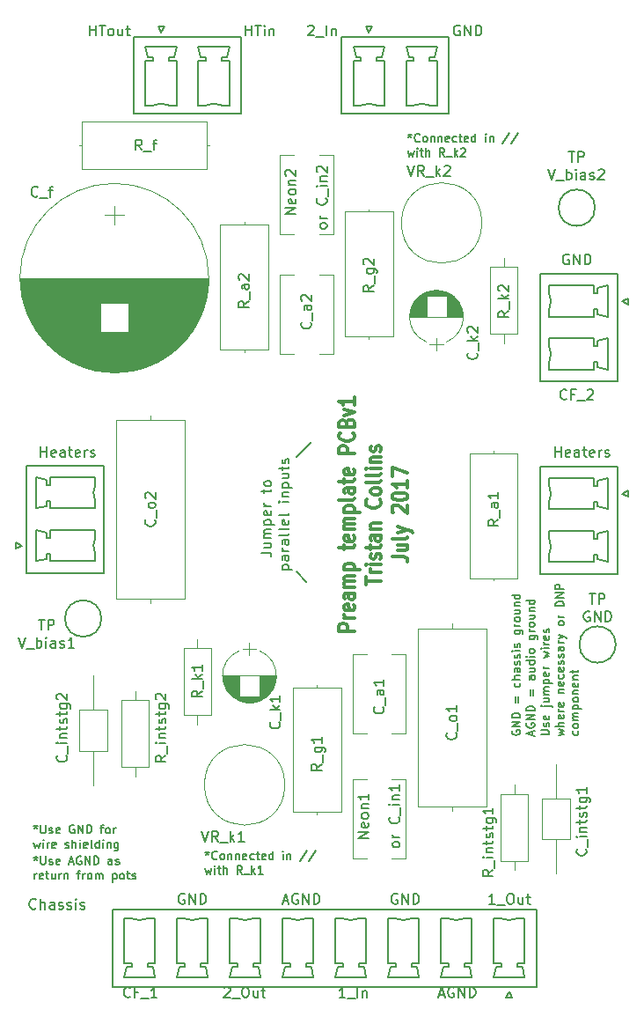
<source format=gbr>
%TF.GenerationSoftware,KiCad,Pcbnew,(5.1.5-0-10_14)*%
%TF.CreationDate,2020-09-13T21:20:46+01:00*%
%TF.ProjectId,PrePCB,50726550-4342-42e6-9b69-6361645f7063,rev?*%
%TF.SameCoordinates,Original*%
%TF.FileFunction,Legend,Top*%
%TF.FilePolarity,Positive*%
%FSLAX46Y46*%
G04 Gerber Fmt 4.6, Leading zero omitted, Abs format (unit mm)*
G04 Created by KiCad (PCBNEW (5.1.5-0-10_14)) date 2020-09-13 21:20:46*
%MOMM*%
%LPD*%
G04 APERTURE LIST*
%ADD10C,0.200000*%
%ADD11C,0.300000*%
%ADD12C,0.120000*%
%ADD13C,0.150000*%
G04 APERTURE END LIST*
D10*
X195142857Y-59452380D02*
X195142857Y-58452380D01*
X195142857Y-58928571D02*
X195714285Y-58928571D01*
X195714285Y-59452380D02*
X195714285Y-58452380D01*
X196047619Y-58452380D02*
X196619047Y-58452380D01*
X196333333Y-59452380D02*
X196333333Y-58452380D01*
X196952380Y-59452380D02*
X196952380Y-58785714D01*
X196952380Y-58452380D02*
X196904761Y-58500000D01*
X196952380Y-58547619D01*
X197000000Y-58500000D01*
X196952380Y-58452380D01*
X196952380Y-58547619D01*
X197428571Y-58785714D02*
X197428571Y-59452380D01*
X197428571Y-58880952D02*
X197476190Y-58833333D01*
X197571428Y-58785714D01*
X197714285Y-58785714D01*
X197809523Y-58833333D01*
X197857142Y-58928571D01*
X197857142Y-59452380D01*
X174934761Y-138361904D02*
X174934761Y-138552380D01*
X174744285Y-138476190D02*
X174934761Y-138552380D01*
X175125238Y-138476190D01*
X174820476Y-138704761D02*
X174934761Y-138552380D01*
X175049047Y-138704761D01*
X175430000Y-138361904D02*
X175430000Y-139009523D01*
X175468095Y-139085714D01*
X175506190Y-139123809D01*
X175582380Y-139161904D01*
X175734761Y-139161904D01*
X175810952Y-139123809D01*
X175849047Y-139085714D01*
X175887142Y-139009523D01*
X175887142Y-138361904D01*
X176230000Y-139123809D02*
X176306190Y-139161904D01*
X176458571Y-139161904D01*
X176534761Y-139123809D01*
X176572857Y-139047619D01*
X176572857Y-139009523D01*
X176534761Y-138933333D01*
X176458571Y-138895238D01*
X176344285Y-138895238D01*
X176268095Y-138857142D01*
X176230000Y-138780952D01*
X176230000Y-138742857D01*
X176268095Y-138666666D01*
X176344285Y-138628571D01*
X176458571Y-138628571D01*
X176534761Y-138666666D01*
X177220476Y-139123809D02*
X177144285Y-139161904D01*
X176991904Y-139161904D01*
X176915714Y-139123809D01*
X176877619Y-139047619D01*
X176877619Y-138742857D01*
X176915714Y-138666666D01*
X176991904Y-138628571D01*
X177144285Y-138628571D01*
X177220476Y-138666666D01*
X177258571Y-138742857D01*
X177258571Y-138819047D01*
X176877619Y-138895238D01*
X178172857Y-138933333D02*
X178553809Y-138933333D01*
X178096666Y-139161904D02*
X178363333Y-138361904D01*
X178630000Y-139161904D01*
X179315714Y-138400000D02*
X179239523Y-138361904D01*
X179125238Y-138361904D01*
X179010952Y-138400000D01*
X178934761Y-138476190D01*
X178896666Y-138552380D01*
X178858571Y-138704761D01*
X178858571Y-138819047D01*
X178896666Y-138971428D01*
X178934761Y-139047619D01*
X179010952Y-139123809D01*
X179125238Y-139161904D01*
X179201428Y-139161904D01*
X179315714Y-139123809D01*
X179353809Y-139085714D01*
X179353809Y-138819047D01*
X179201428Y-138819047D01*
X179696666Y-139161904D02*
X179696666Y-138361904D01*
X180153809Y-139161904D01*
X180153809Y-138361904D01*
X180534761Y-139161904D02*
X180534761Y-138361904D01*
X180725238Y-138361904D01*
X180839523Y-138400000D01*
X180915714Y-138476190D01*
X180953809Y-138552380D01*
X180991904Y-138704761D01*
X180991904Y-138819047D01*
X180953809Y-138971428D01*
X180915714Y-139047619D01*
X180839523Y-139123809D01*
X180725238Y-139161904D01*
X180534761Y-139161904D01*
X182287142Y-139161904D02*
X182287142Y-138742857D01*
X182249047Y-138666666D01*
X182172857Y-138628571D01*
X182020476Y-138628571D01*
X181944285Y-138666666D01*
X182287142Y-139123809D02*
X182210952Y-139161904D01*
X182020476Y-139161904D01*
X181944285Y-139123809D01*
X181906190Y-139047619D01*
X181906190Y-138971428D01*
X181944285Y-138895238D01*
X182020476Y-138857142D01*
X182210952Y-138857142D01*
X182287142Y-138819047D01*
X182630000Y-139123809D02*
X182706190Y-139161904D01*
X182858571Y-139161904D01*
X182934761Y-139123809D01*
X182972857Y-139047619D01*
X182972857Y-139009523D01*
X182934761Y-138933333D01*
X182858571Y-138895238D01*
X182744285Y-138895238D01*
X182668095Y-138857142D01*
X182630000Y-138780952D01*
X182630000Y-138742857D01*
X182668095Y-138666666D01*
X182744285Y-138628571D01*
X182858571Y-138628571D01*
X182934761Y-138666666D01*
X174820476Y-140561904D02*
X174820476Y-140028571D01*
X174820476Y-140180952D02*
X174858571Y-140104761D01*
X174896666Y-140066666D01*
X174972857Y-140028571D01*
X175049047Y-140028571D01*
X175620476Y-140523809D02*
X175544285Y-140561904D01*
X175391904Y-140561904D01*
X175315714Y-140523809D01*
X175277619Y-140447619D01*
X175277619Y-140142857D01*
X175315714Y-140066666D01*
X175391904Y-140028571D01*
X175544285Y-140028571D01*
X175620476Y-140066666D01*
X175658571Y-140142857D01*
X175658571Y-140219047D01*
X175277619Y-140295238D01*
X175887142Y-140028571D02*
X176191904Y-140028571D01*
X176001428Y-139761904D02*
X176001428Y-140447619D01*
X176039523Y-140523809D01*
X176115714Y-140561904D01*
X176191904Y-140561904D01*
X176801428Y-140028571D02*
X176801428Y-140561904D01*
X176458571Y-140028571D02*
X176458571Y-140447619D01*
X176496666Y-140523809D01*
X176572857Y-140561904D01*
X176687142Y-140561904D01*
X176763333Y-140523809D01*
X176801428Y-140485714D01*
X177182380Y-140561904D02*
X177182380Y-140028571D01*
X177182380Y-140180952D02*
X177220476Y-140104761D01*
X177258571Y-140066666D01*
X177334761Y-140028571D01*
X177410952Y-140028571D01*
X177677619Y-140028571D02*
X177677619Y-140561904D01*
X177677619Y-140104761D02*
X177715714Y-140066666D01*
X177791904Y-140028571D01*
X177906190Y-140028571D01*
X177982380Y-140066666D01*
X178020476Y-140142857D01*
X178020476Y-140561904D01*
X178896666Y-140028571D02*
X179201428Y-140028571D01*
X179010952Y-140561904D02*
X179010952Y-139876190D01*
X179049047Y-139800000D01*
X179125238Y-139761904D01*
X179201428Y-139761904D01*
X179468095Y-140561904D02*
X179468095Y-140028571D01*
X179468095Y-140180952D02*
X179506190Y-140104761D01*
X179544285Y-140066666D01*
X179620476Y-140028571D01*
X179696666Y-140028571D01*
X180077619Y-140561904D02*
X180001428Y-140523809D01*
X179963333Y-140485714D01*
X179925238Y-140409523D01*
X179925238Y-140180952D01*
X179963333Y-140104761D01*
X180001428Y-140066666D01*
X180077619Y-140028571D01*
X180191904Y-140028571D01*
X180268095Y-140066666D01*
X180306190Y-140104761D01*
X180344285Y-140180952D01*
X180344285Y-140409523D01*
X180306190Y-140485714D01*
X180268095Y-140523809D01*
X180191904Y-140561904D01*
X180077619Y-140561904D01*
X180687142Y-140561904D02*
X180687142Y-140028571D01*
X180687142Y-140104761D02*
X180725238Y-140066666D01*
X180801428Y-140028571D01*
X180915714Y-140028571D01*
X180991904Y-140066666D01*
X181030000Y-140142857D01*
X181030000Y-140561904D01*
X181030000Y-140142857D02*
X181068095Y-140066666D01*
X181144285Y-140028571D01*
X181258571Y-140028571D01*
X181334761Y-140066666D01*
X181372857Y-140142857D01*
X181372857Y-140561904D01*
X182363333Y-140028571D02*
X182363333Y-140828571D01*
X182363333Y-140066666D02*
X182439523Y-140028571D01*
X182591904Y-140028571D01*
X182668095Y-140066666D01*
X182706190Y-140104761D01*
X182744285Y-140180952D01*
X182744285Y-140409523D01*
X182706190Y-140485714D01*
X182668095Y-140523809D01*
X182591904Y-140561904D01*
X182439523Y-140561904D01*
X182363333Y-140523809D01*
X183201428Y-140561904D02*
X183125238Y-140523809D01*
X183087142Y-140485714D01*
X183049047Y-140409523D01*
X183049047Y-140180952D01*
X183087142Y-140104761D01*
X183125238Y-140066666D01*
X183201428Y-140028571D01*
X183315714Y-140028571D01*
X183391904Y-140066666D01*
X183430000Y-140104761D01*
X183468095Y-140180952D01*
X183468095Y-140409523D01*
X183430000Y-140485714D01*
X183391904Y-140523809D01*
X183315714Y-140561904D01*
X183201428Y-140561904D01*
X183696666Y-140028571D02*
X184001428Y-140028571D01*
X183810952Y-139761904D02*
X183810952Y-140447619D01*
X183849047Y-140523809D01*
X183925238Y-140561904D01*
X184001428Y-140561904D01*
X184230000Y-140523809D02*
X184306190Y-140561904D01*
X184458571Y-140561904D01*
X184534761Y-140523809D01*
X184572857Y-140447619D01*
X184572857Y-140409523D01*
X184534761Y-140333333D01*
X184458571Y-140295238D01*
X184344285Y-140295238D01*
X184268095Y-140257142D01*
X184230000Y-140180952D01*
X184230000Y-140142857D01*
X184268095Y-140066666D01*
X184344285Y-140028571D01*
X184458571Y-140028571D01*
X184534761Y-140066666D01*
X210934761Y-68861904D02*
X210934761Y-69052380D01*
X210744285Y-68976190D02*
X210934761Y-69052380D01*
X211125238Y-68976190D01*
X210820476Y-69204761D02*
X210934761Y-69052380D01*
X211049047Y-69204761D01*
X211887142Y-69585714D02*
X211849047Y-69623809D01*
X211734761Y-69661904D01*
X211658571Y-69661904D01*
X211544285Y-69623809D01*
X211468095Y-69547619D01*
X211430000Y-69471428D01*
X211391904Y-69319047D01*
X211391904Y-69204761D01*
X211430000Y-69052380D01*
X211468095Y-68976190D01*
X211544285Y-68900000D01*
X211658571Y-68861904D01*
X211734761Y-68861904D01*
X211849047Y-68900000D01*
X211887142Y-68938095D01*
X212344285Y-69661904D02*
X212268095Y-69623809D01*
X212230000Y-69585714D01*
X212191904Y-69509523D01*
X212191904Y-69280952D01*
X212230000Y-69204761D01*
X212268095Y-69166666D01*
X212344285Y-69128571D01*
X212458571Y-69128571D01*
X212534761Y-69166666D01*
X212572857Y-69204761D01*
X212610952Y-69280952D01*
X212610952Y-69509523D01*
X212572857Y-69585714D01*
X212534761Y-69623809D01*
X212458571Y-69661904D01*
X212344285Y-69661904D01*
X212953809Y-69128571D02*
X212953809Y-69661904D01*
X212953809Y-69204761D02*
X212991904Y-69166666D01*
X213068095Y-69128571D01*
X213182380Y-69128571D01*
X213258571Y-69166666D01*
X213296666Y-69242857D01*
X213296666Y-69661904D01*
X213677619Y-69128571D02*
X213677619Y-69661904D01*
X213677619Y-69204761D02*
X213715714Y-69166666D01*
X213791904Y-69128571D01*
X213906190Y-69128571D01*
X213982380Y-69166666D01*
X214020476Y-69242857D01*
X214020476Y-69661904D01*
X214706190Y-69623809D02*
X214630000Y-69661904D01*
X214477619Y-69661904D01*
X214401428Y-69623809D01*
X214363333Y-69547619D01*
X214363333Y-69242857D01*
X214401428Y-69166666D01*
X214477619Y-69128571D01*
X214630000Y-69128571D01*
X214706190Y-69166666D01*
X214744285Y-69242857D01*
X214744285Y-69319047D01*
X214363333Y-69395238D01*
X215430000Y-69623809D02*
X215353809Y-69661904D01*
X215201428Y-69661904D01*
X215125238Y-69623809D01*
X215087142Y-69585714D01*
X215049047Y-69509523D01*
X215049047Y-69280952D01*
X215087142Y-69204761D01*
X215125238Y-69166666D01*
X215201428Y-69128571D01*
X215353809Y-69128571D01*
X215430000Y-69166666D01*
X215658571Y-69128571D02*
X215963333Y-69128571D01*
X215772857Y-68861904D02*
X215772857Y-69547619D01*
X215810952Y-69623809D01*
X215887142Y-69661904D01*
X215963333Y-69661904D01*
X216534761Y-69623809D02*
X216458571Y-69661904D01*
X216306190Y-69661904D01*
X216230000Y-69623809D01*
X216191904Y-69547619D01*
X216191904Y-69242857D01*
X216230000Y-69166666D01*
X216306190Y-69128571D01*
X216458571Y-69128571D01*
X216534761Y-69166666D01*
X216572857Y-69242857D01*
X216572857Y-69319047D01*
X216191904Y-69395238D01*
X217258571Y-69661904D02*
X217258571Y-68861904D01*
X217258571Y-69623809D02*
X217182380Y-69661904D01*
X217030000Y-69661904D01*
X216953809Y-69623809D01*
X216915714Y-69585714D01*
X216877619Y-69509523D01*
X216877619Y-69280952D01*
X216915714Y-69204761D01*
X216953809Y-69166666D01*
X217030000Y-69128571D01*
X217182380Y-69128571D01*
X217258571Y-69166666D01*
X218249047Y-69661904D02*
X218249047Y-69128571D01*
X218249047Y-68861904D02*
X218210952Y-68900000D01*
X218249047Y-68938095D01*
X218287142Y-68900000D01*
X218249047Y-68861904D01*
X218249047Y-68938095D01*
X218630000Y-69128571D02*
X218630000Y-69661904D01*
X218630000Y-69204761D02*
X218668095Y-69166666D01*
X218744285Y-69128571D01*
X218858571Y-69128571D01*
X218934761Y-69166666D01*
X218972857Y-69242857D01*
X218972857Y-69661904D01*
X220534761Y-68823809D02*
X219849047Y-69852380D01*
X221372857Y-68823809D02*
X220687142Y-69852380D01*
X210744285Y-70528571D02*
X210896666Y-71061904D01*
X211049047Y-70680952D01*
X211201428Y-71061904D01*
X211353809Y-70528571D01*
X211658571Y-71061904D02*
X211658571Y-70528571D01*
X211658571Y-70261904D02*
X211620476Y-70300000D01*
X211658571Y-70338095D01*
X211696666Y-70300000D01*
X211658571Y-70261904D01*
X211658571Y-70338095D01*
X211925238Y-70528571D02*
X212230000Y-70528571D01*
X212039523Y-70261904D02*
X212039523Y-70947619D01*
X212077619Y-71023809D01*
X212153809Y-71061904D01*
X212230000Y-71061904D01*
X212496666Y-71061904D02*
X212496666Y-70261904D01*
X212839523Y-71061904D02*
X212839523Y-70642857D01*
X212801428Y-70566666D01*
X212725238Y-70528571D01*
X212610952Y-70528571D01*
X212534761Y-70566666D01*
X212496666Y-70604761D01*
X214287142Y-71061904D02*
X214020476Y-70680952D01*
X213830000Y-71061904D02*
X213830000Y-70261904D01*
X214134761Y-70261904D01*
X214210952Y-70300000D01*
X214249047Y-70338095D01*
X214287142Y-70414285D01*
X214287142Y-70528571D01*
X214249047Y-70604761D01*
X214210952Y-70642857D01*
X214134761Y-70680952D01*
X213830000Y-70680952D01*
X214439523Y-71138095D02*
X215049047Y-71138095D01*
X215239523Y-71061904D02*
X215239523Y-70261904D01*
X215315714Y-70757142D02*
X215544285Y-71061904D01*
X215544285Y-70528571D02*
X215239523Y-70833333D01*
X215849047Y-70338095D02*
X215887142Y-70300000D01*
X215963333Y-70261904D01*
X216153809Y-70261904D01*
X216230000Y-70300000D01*
X216268095Y-70338095D01*
X216306190Y-70414285D01*
X216306190Y-70490476D01*
X216268095Y-70604761D01*
X215810952Y-71061904D01*
X216306190Y-71061904D01*
X191434761Y-137861904D02*
X191434761Y-138052380D01*
X191244285Y-137976190D02*
X191434761Y-138052380D01*
X191625238Y-137976190D01*
X191320476Y-138204761D02*
X191434761Y-138052380D01*
X191549047Y-138204761D01*
X192387142Y-138585714D02*
X192349047Y-138623809D01*
X192234761Y-138661904D01*
X192158571Y-138661904D01*
X192044285Y-138623809D01*
X191968095Y-138547619D01*
X191930000Y-138471428D01*
X191891904Y-138319047D01*
X191891904Y-138204761D01*
X191930000Y-138052380D01*
X191968095Y-137976190D01*
X192044285Y-137900000D01*
X192158571Y-137861904D01*
X192234761Y-137861904D01*
X192349047Y-137900000D01*
X192387142Y-137938095D01*
X192844285Y-138661904D02*
X192768095Y-138623809D01*
X192730000Y-138585714D01*
X192691904Y-138509523D01*
X192691904Y-138280952D01*
X192730000Y-138204761D01*
X192768095Y-138166666D01*
X192844285Y-138128571D01*
X192958571Y-138128571D01*
X193034761Y-138166666D01*
X193072857Y-138204761D01*
X193110952Y-138280952D01*
X193110952Y-138509523D01*
X193072857Y-138585714D01*
X193034761Y-138623809D01*
X192958571Y-138661904D01*
X192844285Y-138661904D01*
X193453809Y-138128571D02*
X193453809Y-138661904D01*
X193453809Y-138204761D02*
X193491904Y-138166666D01*
X193568095Y-138128571D01*
X193682380Y-138128571D01*
X193758571Y-138166666D01*
X193796666Y-138242857D01*
X193796666Y-138661904D01*
X194177619Y-138128571D02*
X194177619Y-138661904D01*
X194177619Y-138204761D02*
X194215714Y-138166666D01*
X194291904Y-138128571D01*
X194406190Y-138128571D01*
X194482380Y-138166666D01*
X194520476Y-138242857D01*
X194520476Y-138661904D01*
X195206190Y-138623809D02*
X195130000Y-138661904D01*
X194977619Y-138661904D01*
X194901428Y-138623809D01*
X194863333Y-138547619D01*
X194863333Y-138242857D01*
X194901428Y-138166666D01*
X194977619Y-138128571D01*
X195130000Y-138128571D01*
X195206190Y-138166666D01*
X195244285Y-138242857D01*
X195244285Y-138319047D01*
X194863333Y-138395238D01*
X195930000Y-138623809D02*
X195853809Y-138661904D01*
X195701428Y-138661904D01*
X195625238Y-138623809D01*
X195587142Y-138585714D01*
X195549047Y-138509523D01*
X195549047Y-138280952D01*
X195587142Y-138204761D01*
X195625238Y-138166666D01*
X195701428Y-138128571D01*
X195853809Y-138128571D01*
X195930000Y-138166666D01*
X196158571Y-138128571D02*
X196463333Y-138128571D01*
X196272857Y-137861904D02*
X196272857Y-138547619D01*
X196310952Y-138623809D01*
X196387142Y-138661904D01*
X196463333Y-138661904D01*
X197034761Y-138623809D02*
X196958571Y-138661904D01*
X196806190Y-138661904D01*
X196730000Y-138623809D01*
X196691904Y-138547619D01*
X196691904Y-138242857D01*
X196730000Y-138166666D01*
X196806190Y-138128571D01*
X196958571Y-138128571D01*
X197034761Y-138166666D01*
X197072857Y-138242857D01*
X197072857Y-138319047D01*
X196691904Y-138395238D01*
X197758571Y-138661904D02*
X197758571Y-137861904D01*
X197758571Y-138623809D02*
X197682380Y-138661904D01*
X197530000Y-138661904D01*
X197453809Y-138623809D01*
X197415714Y-138585714D01*
X197377619Y-138509523D01*
X197377619Y-138280952D01*
X197415714Y-138204761D01*
X197453809Y-138166666D01*
X197530000Y-138128571D01*
X197682380Y-138128571D01*
X197758571Y-138166666D01*
X198749047Y-138661904D02*
X198749047Y-138128571D01*
X198749047Y-137861904D02*
X198710952Y-137900000D01*
X198749047Y-137938095D01*
X198787142Y-137900000D01*
X198749047Y-137861904D01*
X198749047Y-137938095D01*
X199130000Y-138128571D02*
X199130000Y-138661904D01*
X199130000Y-138204761D02*
X199168095Y-138166666D01*
X199244285Y-138128571D01*
X199358571Y-138128571D01*
X199434761Y-138166666D01*
X199472857Y-138242857D01*
X199472857Y-138661904D01*
X201034761Y-137823809D02*
X200349047Y-138852380D01*
X201872857Y-137823809D02*
X201187142Y-138852380D01*
X191244285Y-139528571D02*
X191396666Y-140061904D01*
X191549047Y-139680952D01*
X191701428Y-140061904D01*
X191853809Y-139528571D01*
X192158571Y-140061904D02*
X192158571Y-139528571D01*
X192158571Y-139261904D02*
X192120476Y-139300000D01*
X192158571Y-139338095D01*
X192196666Y-139300000D01*
X192158571Y-139261904D01*
X192158571Y-139338095D01*
X192425238Y-139528571D02*
X192730000Y-139528571D01*
X192539523Y-139261904D02*
X192539523Y-139947619D01*
X192577619Y-140023809D01*
X192653809Y-140061904D01*
X192730000Y-140061904D01*
X192996666Y-140061904D02*
X192996666Y-139261904D01*
X193339523Y-140061904D02*
X193339523Y-139642857D01*
X193301428Y-139566666D01*
X193225238Y-139528571D01*
X193110952Y-139528571D01*
X193034761Y-139566666D01*
X192996666Y-139604761D01*
X194787142Y-140061904D02*
X194520476Y-139680952D01*
X194330000Y-140061904D02*
X194330000Y-139261904D01*
X194634761Y-139261904D01*
X194710952Y-139300000D01*
X194749047Y-139338095D01*
X194787142Y-139414285D01*
X194787142Y-139528571D01*
X194749047Y-139604761D01*
X194710952Y-139642857D01*
X194634761Y-139680952D01*
X194330000Y-139680952D01*
X194939523Y-140138095D02*
X195549047Y-140138095D01*
X195739523Y-140061904D02*
X195739523Y-139261904D01*
X195815714Y-139757142D02*
X196044285Y-140061904D01*
X196044285Y-139528571D02*
X195739523Y-139833333D01*
X196806190Y-140061904D02*
X196349047Y-140061904D01*
X196577619Y-140061904D02*
X196577619Y-139261904D01*
X196501428Y-139376190D01*
X196425238Y-139452380D01*
X196349047Y-139490476D01*
X174934761Y-135361904D02*
X174934761Y-135552380D01*
X174744285Y-135476190D02*
X174934761Y-135552380D01*
X175125238Y-135476190D01*
X174820476Y-135704761D02*
X174934761Y-135552380D01*
X175049047Y-135704761D01*
X175430000Y-135361904D02*
X175430000Y-136009523D01*
X175468095Y-136085714D01*
X175506190Y-136123809D01*
X175582380Y-136161904D01*
X175734761Y-136161904D01*
X175810952Y-136123809D01*
X175849047Y-136085714D01*
X175887142Y-136009523D01*
X175887142Y-135361904D01*
X176230000Y-136123809D02*
X176306190Y-136161904D01*
X176458571Y-136161904D01*
X176534761Y-136123809D01*
X176572857Y-136047619D01*
X176572857Y-136009523D01*
X176534761Y-135933333D01*
X176458571Y-135895238D01*
X176344285Y-135895238D01*
X176268095Y-135857142D01*
X176230000Y-135780952D01*
X176230000Y-135742857D01*
X176268095Y-135666666D01*
X176344285Y-135628571D01*
X176458571Y-135628571D01*
X176534761Y-135666666D01*
X177220476Y-136123809D02*
X177144285Y-136161904D01*
X176991904Y-136161904D01*
X176915714Y-136123809D01*
X176877619Y-136047619D01*
X176877619Y-135742857D01*
X176915714Y-135666666D01*
X176991904Y-135628571D01*
X177144285Y-135628571D01*
X177220476Y-135666666D01*
X177258571Y-135742857D01*
X177258571Y-135819047D01*
X176877619Y-135895238D01*
X178630000Y-135400000D02*
X178553809Y-135361904D01*
X178439523Y-135361904D01*
X178325238Y-135400000D01*
X178249047Y-135476190D01*
X178210952Y-135552380D01*
X178172857Y-135704761D01*
X178172857Y-135819047D01*
X178210952Y-135971428D01*
X178249047Y-136047619D01*
X178325238Y-136123809D01*
X178439523Y-136161904D01*
X178515714Y-136161904D01*
X178630000Y-136123809D01*
X178668095Y-136085714D01*
X178668095Y-135819047D01*
X178515714Y-135819047D01*
X179010952Y-136161904D02*
X179010952Y-135361904D01*
X179468095Y-136161904D01*
X179468095Y-135361904D01*
X179849047Y-136161904D02*
X179849047Y-135361904D01*
X180039523Y-135361904D01*
X180153809Y-135400000D01*
X180230000Y-135476190D01*
X180268095Y-135552380D01*
X180306190Y-135704761D01*
X180306190Y-135819047D01*
X180268095Y-135971428D01*
X180230000Y-136047619D01*
X180153809Y-136123809D01*
X180039523Y-136161904D01*
X179849047Y-136161904D01*
X181144285Y-135628571D02*
X181449047Y-135628571D01*
X181258571Y-136161904D02*
X181258571Y-135476190D01*
X181296666Y-135400000D01*
X181372857Y-135361904D01*
X181449047Y-135361904D01*
X181830000Y-136161904D02*
X181753809Y-136123809D01*
X181715714Y-136085714D01*
X181677619Y-136009523D01*
X181677619Y-135780952D01*
X181715714Y-135704761D01*
X181753809Y-135666666D01*
X181830000Y-135628571D01*
X181944285Y-135628571D01*
X182020476Y-135666666D01*
X182058571Y-135704761D01*
X182096666Y-135780952D01*
X182096666Y-136009523D01*
X182058571Y-136085714D01*
X182020476Y-136123809D01*
X181944285Y-136161904D01*
X181830000Y-136161904D01*
X182439523Y-136161904D02*
X182439523Y-135628571D01*
X182439523Y-135780952D02*
X182477619Y-135704761D01*
X182515714Y-135666666D01*
X182591904Y-135628571D01*
X182668095Y-135628571D01*
X174744285Y-137028571D02*
X174896666Y-137561904D01*
X175049047Y-137180952D01*
X175201428Y-137561904D01*
X175353809Y-137028571D01*
X175658571Y-137561904D02*
X175658571Y-137028571D01*
X175658571Y-136761904D02*
X175620476Y-136800000D01*
X175658571Y-136838095D01*
X175696666Y-136800000D01*
X175658571Y-136761904D01*
X175658571Y-136838095D01*
X176039523Y-137561904D02*
X176039523Y-137028571D01*
X176039523Y-137180952D02*
X176077619Y-137104761D01*
X176115714Y-137066666D01*
X176191904Y-137028571D01*
X176268095Y-137028571D01*
X176839523Y-137523809D02*
X176763333Y-137561904D01*
X176610952Y-137561904D01*
X176534761Y-137523809D01*
X176496666Y-137447619D01*
X176496666Y-137142857D01*
X176534761Y-137066666D01*
X176610952Y-137028571D01*
X176763333Y-137028571D01*
X176839523Y-137066666D01*
X176877619Y-137142857D01*
X176877619Y-137219047D01*
X176496666Y-137295238D01*
X177791904Y-137523809D02*
X177868095Y-137561904D01*
X178020476Y-137561904D01*
X178096666Y-137523809D01*
X178134761Y-137447619D01*
X178134761Y-137409523D01*
X178096666Y-137333333D01*
X178020476Y-137295238D01*
X177906190Y-137295238D01*
X177830000Y-137257142D01*
X177791904Y-137180952D01*
X177791904Y-137142857D01*
X177830000Y-137066666D01*
X177906190Y-137028571D01*
X178020476Y-137028571D01*
X178096666Y-137066666D01*
X178477619Y-137561904D02*
X178477619Y-136761904D01*
X178820476Y-137561904D02*
X178820476Y-137142857D01*
X178782380Y-137066666D01*
X178706190Y-137028571D01*
X178591904Y-137028571D01*
X178515714Y-137066666D01*
X178477619Y-137104761D01*
X179201428Y-137561904D02*
X179201428Y-137028571D01*
X179201428Y-136761904D02*
X179163333Y-136800000D01*
X179201428Y-136838095D01*
X179239523Y-136800000D01*
X179201428Y-136761904D01*
X179201428Y-136838095D01*
X179887142Y-137523809D02*
X179810952Y-137561904D01*
X179658571Y-137561904D01*
X179582380Y-137523809D01*
X179544285Y-137447619D01*
X179544285Y-137142857D01*
X179582380Y-137066666D01*
X179658571Y-137028571D01*
X179810952Y-137028571D01*
X179887142Y-137066666D01*
X179925238Y-137142857D01*
X179925238Y-137219047D01*
X179544285Y-137295238D01*
X180382380Y-137561904D02*
X180306190Y-137523809D01*
X180268095Y-137447619D01*
X180268095Y-136761904D01*
X181030000Y-137561904D02*
X181030000Y-136761904D01*
X181030000Y-137523809D02*
X180953809Y-137561904D01*
X180801428Y-137561904D01*
X180725238Y-137523809D01*
X180687142Y-137485714D01*
X180649047Y-137409523D01*
X180649047Y-137180952D01*
X180687142Y-137104761D01*
X180725238Y-137066666D01*
X180801428Y-137028571D01*
X180953809Y-137028571D01*
X181030000Y-137066666D01*
X181410952Y-137561904D02*
X181410952Y-137028571D01*
X181410952Y-136761904D02*
X181372857Y-136800000D01*
X181410952Y-136838095D01*
X181449047Y-136800000D01*
X181410952Y-136761904D01*
X181410952Y-136838095D01*
X181791904Y-137028571D02*
X181791904Y-137561904D01*
X181791904Y-137104761D02*
X181830000Y-137066666D01*
X181906190Y-137028571D01*
X182020476Y-137028571D01*
X182096666Y-137066666D01*
X182134761Y-137142857D01*
X182134761Y-137561904D01*
X182858571Y-137028571D02*
X182858571Y-137676190D01*
X182820476Y-137752380D01*
X182782380Y-137790476D01*
X182706190Y-137828571D01*
X182591904Y-137828571D01*
X182515714Y-137790476D01*
X182858571Y-137523809D02*
X182782380Y-137561904D01*
X182630000Y-137561904D01*
X182553809Y-137523809D01*
X182515714Y-137485714D01*
X182477619Y-137409523D01*
X182477619Y-137180952D01*
X182515714Y-137104761D01*
X182553809Y-137066666D01*
X182630000Y-137028571D01*
X182782380Y-137028571D01*
X182858571Y-137066666D01*
X220800000Y-126260476D02*
X220761904Y-126336666D01*
X220761904Y-126450952D01*
X220800000Y-126565238D01*
X220876190Y-126641428D01*
X220952380Y-126679523D01*
X221104761Y-126717619D01*
X221219047Y-126717619D01*
X221371428Y-126679523D01*
X221447619Y-126641428D01*
X221523809Y-126565238D01*
X221561904Y-126450952D01*
X221561904Y-126374761D01*
X221523809Y-126260476D01*
X221485714Y-126222380D01*
X221219047Y-126222380D01*
X221219047Y-126374761D01*
X221561904Y-125879523D02*
X220761904Y-125879523D01*
X221561904Y-125422380D01*
X220761904Y-125422380D01*
X221561904Y-125041428D02*
X220761904Y-125041428D01*
X220761904Y-124850952D01*
X220800000Y-124736666D01*
X220876190Y-124660476D01*
X220952380Y-124622380D01*
X221104761Y-124584285D01*
X221219047Y-124584285D01*
X221371428Y-124622380D01*
X221447619Y-124660476D01*
X221523809Y-124736666D01*
X221561904Y-124850952D01*
X221561904Y-125041428D01*
X221142857Y-123631904D02*
X221142857Y-123022380D01*
X221371428Y-123022380D02*
X221371428Y-123631904D01*
X221523809Y-121689047D02*
X221561904Y-121765238D01*
X221561904Y-121917619D01*
X221523809Y-121993809D01*
X221485714Y-122031904D01*
X221409523Y-122070000D01*
X221180952Y-122070000D01*
X221104761Y-122031904D01*
X221066666Y-121993809D01*
X221028571Y-121917619D01*
X221028571Y-121765238D01*
X221066666Y-121689047D01*
X221561904Y-121346190D02*
X220761904Y-121346190D01*
X221561904Y-121003333D02*
X221142857Y-121003333D01*
X221066666Y-121041428D01*
X221028571Y-121117619D01*
X221028571Y-121231904D01*
X221066666Y-121308095D01*
X221104761Y-121346190D01*
X221561904Y-120279523D02*
X221142857Y-120279523D01*
X221066666Y-120317619D01*
X221028571Y-120393809D01*
X221028571Y-120546190D01*
X221066666Y-120622380D01*
X221523809Y-120279523D02*
X221561904Y-120355714D01*
X221561904Y-120546190D01*
X221523809Y-120622380D01*
X221447619Y-120660476D01*
X221371428Y-120660476D01*
X221295238Y-120622380D01*
X221257142Y-120546190D01*
X221257142Y-120355714D01*
X221219047Y-120279523D01*
X221523809Y-119936666D02*
X221561904Y-119860476D01*
X221561904Y-119708095D01*
X221523809Y-119631904D01*
X221447619Y-119593809D01*
X221409523Y-119593809D01*
X221333333Y-119631904D01*
X221295238Y-119708095D01*
X221295238Y-119822380D01*
X221257142Y-119898571D01*
X221180952Y-119936666D01*
X221142857Y-119936666D01*
X221066666Y-119898571D01*
X221028571Y-119822380D01*
X221028571Y-119708095D01*
X221066666Y-119631904D01*
X221523809Y-119289047D02*
X221561904Y-119212857D01*
X221561904Y-119060476D01*
X221523809Y-118984285D01*
X221447619Y-118946190D01*
X221409523Y-118946190D01*
X221333333Y-118984285D01*
X221295238Y-119060476D01*
X221295238Y-119174761D01*
X221257142Y-119250952D01*
X221180952Y-119289047D01*
X221142857Y-119289047D01*
X221066666Y-119250952D01*
X221028571Y-119174761D01*
X221028571Y-119060476D01*
X221066666Y-118984285D01*
X221561904Y-118603333D02*
X221028571Y-118603333D01*
X220761904Y-118603333D02*
X220800000Y-118641428D01*
X220838095Y-118603333D01*
X220800000Y-118565238D01*
X220761904Y-118603333D01*
X220838095Y-118603333D01*
X221523809Y-118260476D02*
X221561904Y-118184285D01*
X221561904Y-118031904D01*
X221523809Y-117955714D01*
X221447619Y-117917619D01*
X221409523Y-117917619D01*
X221333333Y-117955714D01*
X221295238Y-118031904D01*
X221295238Y-118146190D01*
X221257142Y-118222380D01*
X221180952Y-118260476D01*
X221142857Y-118260476D01*
X221066666Y-118222380D01*
X221028571Y-118146190D01*
X221028571Y-118031904D01*
X221066666Y-117955714D01*
X221028571Y-116622380D02*
X221676190Y-116622380D01*
X221752380Y-116660476D01*
X221790476Y-116698571D01*
X221828571Y-116774761D01*
X221828571Y-116889047D01*
X221790476Y-116965238D01*
X221523809Y-116622380D02*
X221561904Y-116698571D01*
X221561904Y-116850952D01*
X221523809Y-116927142D01*
X221485714Y-116965238D01*
X221409523Y-117003333D01*
X221180952Y-117003333D01*
X221104761Y-116965238D01*
X221066666Y-116927142D01*
X221028571Y-116850952D01*
X221028571Y-116698571D01*
X221066666Y-116622380D01*
X221561904Y-116241428D02*
X221028571Y-116241428D01*
X221180952Y-116241428D02*
X221104761Y-116203333D01*
X221066666Y-116165238D01*
X221028571Y-116089047D01*
X221028571Y-116012857D01*
X221561904Y-115631904D02*
X221523809Y-115708095D01*
X221485714Y-115746190D01*
X221409523Y-115784285D01*
X221180952Y-115784285D01*
X221104761Y-115746190D01*
X221066666Y-115708095D01*
X221028571Y-115631904D01*
X221028571Y-115517619D01*
X221066666Y-115441428D01*
X221104761Y-115403333D01*
X221180952Y-115365238D01*
X221409523Y-115365238D01*
X221485714Y-115403333D01*
X221523809Y-115441428D01*
X221561904Y-115517619D01*
X221561904Y-115631904D01*
X221028571Y-114679523D02*
X221561904Y-114679523D01*
X221028571Y-115022380D02*
X221447619Y-115022380D01*
X221523809Y-114984285D01*
X221561904Y-114908095D01*
X221561904Y-114793809D01*
X221523809Y-114717619D01*
X221485714Y-114679523D01*
X221028571Y-114298571D02*
X221561904Y-114298571D01*
X221104761Y-114298571D02*
X221066666Y-114260476D01*
X221028571Y-114184285D01*
X221028571Y-114070000D01*
X221066666Y-113993809D01*
X221142857Y-113955714D01*
X221561904Y-113955714D01*
X221561904Y-113231904D02*
X220761904Y-113231904D01*
X221523809Y-113231904D02*
X221561904Y-113308095D01*
X221561904Y-113460476D01*
X221523809Y-113536666D01*
X221485714Y-113574761D01*
X221409523Y-113612857D01*
X221180952Y-113612857D01*
X221104761Y-113574761D01*
X221066666Y-113536666D01*
X221028571Y-113460476D01*
X221028571Y-113308095D01*
X221066666Y-113231904D01*
X222733333Y-126717619D02*
X222733333Y-126336666D01*
X222961904Y-126793809D02*
X222161904Y-126527142D01*
X222961904Y-126260476D01*
X222200000Y-125574761D02*
X222161904Y-125650952D01*
X222161904Y-125765238D01*
X222200000Y-125879523D01*
X222276190Y-125955714D01*
X222352380Y-125993809D01*
X222504761Y-126031904D01*
X222619047Y-126031904D01*
X222771428Y-125993809D01*
X222847619Y-125955714D01*
X222923809Y-125879523D01*
X222961904Y-125765238D01*
X222961904Y-125689047D01*
X222923809Y-125574761D01*
X222885714Y-125536666D01*
X222619047Y-125536666D01*
X222619047Y-125689047D01*
X222961904Y-125193809D02*
X222161904Y-125193809D01*
X222961904Y-124736666D01*
X222161904Y-124736666D01*
X222961904Y-124355714D02*
X222161904Y-124355714D01*
X222161904Y-124165238D01*
X222200000Y-124050952D01*
X222276190Y-123974761D01*
X222352380Y-123936666D01*
X222504761Y-123898571D01*
X222619047Y-123898571D01*
X222771428Y-123936666D01*
X222847619Y-123974761D01*
X222923809Y-124050952D01*
X222961904Y-124165238D01*
X222961904Y-124355714D01*
X222542857Y-122946190D02*
X222542857Y-122336666D01*
X222771428Y-122336666D02*
X222771428Y-122946190D01*
X222961904Y-121003333D02*
X222542857Y-121003333D01*
X222466666Y-121041428D01*
X222428571Y-121117619D01*
X222428571Y-121270000D01*
X222466666Y-121346190D01*
X222923809Y-121003333D02*
X222961904Y-121079523D01*
X222961904Y-121270000D01*
X222923809Y-121346190D01*
X222847619Y-121384285D01*
X222771428Y-121384285D01*
X222695238Y-121346190D01*
X222657142Y-121270000D01*
X222657142Y-121079523D01*
X222619047Y-121003333D01*
X222428571Y-120279523D02*
X222961904Y-120279523D01*
X222428571Y-120622380D02*
X222847619Y-120622380D01*
X222923809Y-120584285D01*
X222961904Y-120508095D01*
X222961904Y-120393809D01*
X222923809Y-120317619D01*
X222885714Y-120279523D01*
X222961904Y-119555714D02*
X222161904Y-119555714D01*
X222923809Y-119555714D02*
X222961904Y-119631904D01*
X222961904Y-119784285D01*
X222923809Y-119860476D01*
X222885714Y-119898571D01*
X222809523Y-119936666D01*
X222580952Y-119936666D01*
X222504761Y-119898571D01*
X222466666Y-119860476D01*
X222428571Y-119784285D01*
X222428571Y-119631904D01*
X222466666Y-119555714D01*
X222961904Y-119174761D02*
X222428571Y-119174761D01*
X222161904Y-119174761D02*
X222200000Y-119212857D01*
X222238095Y-119174761D01*
X222200000Y-119136666D01*
X222161904Y-119174761D01*
X222238095Y-119174761D01*
X222961904Y-118679523D02*
X222923809Y-118755714D01*
X222885714Y-118793809D01*
X222809523Y-118831904D01*
X222580952Y-118831904D01*
X222504761Y-118793809D01*
X222466666Y-118755714D01*
X222428571Y-118679523D01*
X222428571Y-118565238D01*
X222466666Y-118489047D01*
X222504761Y-118450952D01*
X222580952Y-118412857D01*
X222809523Y-118412857D01*
X222885714Y-118450952D01*
X222923809Y-118489047D01*
X222961904Y-118565238D01*
X222961904Y-118679523D01*
X222428571Y-117117619D02*
X223076190Y-117117619D01*
X223152380Y-117155714D01*
X223190476Y-117193809D01*
X223228571Y-117270000D01*
X223228571Y-117384285D01*
X223190476Y-117460476D01*
X222923809Y-117117619D02*
X222961904Y-117193809D01*
X222961904Y-117346190D01*
X222923809Y-117422380D01*
X222885714Y-117460476D01*
X222809523Y-117498571D01*
X222580952Y-117498571D01*
X222504761Y-117460476D01*
X222466666Y-117422380D01*
X222428571Y-117346190D01*
X222428571Y-117193809D01*
X222466666Y-117117619D01*
X222961904Y-116736666D02*
X222428571Y-116736666D01*
X222580952Y-116736666D02*
X222504761Y-116698571D01*
X222466666Y-116660476D01*
X222428571Y-116584285D01*
X222428571Y-116508095D01*
X222961904Y-116127142D02*
X222923809Y-116203333D01*
X222885714Y-116241428D01*
X222809523Y-116279523D01*
X222580952Y-116279523D01*
X222504761Y-116241428D01*
X222466666Y-116203333D01*
X222428571Y-116127142D01*
X222428571Y-116012857D01*
X222466666Y-115936666D01*
X222504761Y-115898571D01*
X222580952Y-115860476D01*
X222809523Y-115860476D01*
X222885714Y-115898571D01*
X222923809Y-115936666D01*
X222961904Y-116012857D01*
X222961904Y-116127142D01*
X222428571Y-115174761D02*
X222961904Y-115174761D01*
X222428571Y-115517619D02*
X222847619Y-115517619D01*
X222923809Y-115479523D01*
X222961904Y-115403333D01*
X222961904Y-115289047D01*
X222923809Y-115212857D01*
X222885714Y-115174761D01*
X222428571Y-114793809D02*
X222961904Y-114793809D01*
X222504761Y-114793809D02*
X222466666Y-114755714D01*
X222428571Y-114679523D01*
X222428571Y-114565238D01*
X222466666Y-114489047D01*
X222542857Y-114450952D01*
X222961904Y-114450952D01*
X222961904Y-113727142D02*
X222161904Y-113727142D01*
X222923809Y-113727142D02*
X222961904Y-113803333D01*
X222961904Y-113955714D01*
X222923809Y-114031904D01*
X222885714Y-114070000D01*
X222809523Y-114108095D01*
X222580952Y-114108095D01*
X222504761Y-114070000D01*
X222466666Y-114031904D01*
X222428571Y-113955714D01*
X222428571Y-113803333D01*
X222466666Y-113727142D01*
X223561904Y-126679523D02*
X224209523Y-126679523D01*
X224285714Y-126641428D01*
X224323809Y-126603333D01*
X224361904Y-126527142D01*
X224361904Y-126374761D01*
X224323809Y-126298571D01*
X224285714Y-126260476D01*
X224209523Y-126222380D01*
X223561904Y-126222380D01*
X224323809Y-125879523D02*
X224361904Y-125803333D01*
X224361904Y-125650952D01*
X224323809Y-125574761D01*
X224247619Y-125536666D01*
X224209523Y-125536666D01*
X224133333Y-125574761D01*
X224095238Y-125650952D01*
X224095238Y-125765238D01*
X224057142Y-125841428D01*
X223980952Y-125879523D01*
X223942857Y-125879523D01*
X223866666Y-125841428D01*
X223828571Y-125765238D01*
X223828571Y-125650952D01*
X223866666Y-125574761D01*
X224323809Y-124889047D02*
X224361904Y-124965238D01*
X224361904Y-125117619D01*
X224323809Y-125193809D01*
X224247619Y-125231904D01*
X223942857Y-125231904D01*
X223866666Y-125193809D01*
X223828571Y-125117619D01*
X223828571Y-124965238D01*
X223866666Y-124889047D01*
X223942857Y-124850952D01*
X224019047Y-124850952D01*
X224095238Y-125231904D01*
X223828571Y-123898571D02*
X224514285Y-123898571D01*
X224590476Y-123936666D01*
X224628571Y-124012857D01*
X224628571Y-124050952D01*
X223561904Y-123898571D02*
X223600000Y-123936666D01*
X223638095Y-123898571D01*
X223600000Y-123860476D01*
X223561904Y-123898571D01*
X223638095Y-123898571D01*
X223828571Y-123174761D02*
X224361904Y-123174761D01*
X223828571Y-123517619D02*
X224247619Y-123517619D01*
X224323809Y-123479523D01*
X224361904Y-123403333D01*
X224361904Y-123289047D01*
X224323809Y-123212857D01*
X224285714Y-123174761D01*
X224361904Y-122793809D02*
X223828571Y-122793809D01*
X223904761Y-122793809D02*
X223866666Y-122755714D01*
X223828571Y-122679523D01*
X223828571Y-122565238D01*
X223866666Y-122489047D01*
X223942857Y-122450952D01*
X224361904Y-122450952D01*
X223942857Y-122450952D02*
X223866666Y-122412857D01*
X223828571Y-122336666D01*
X223828571Y-122222380D01*
X223866666Y-122146190D01*
X223942857Y-122108095D01*
X224361904Y-122108095D01*
X223828571Y-121727142D02*
X224628571Y-121727142D01*
X223866666Y-121727142D02*
X223828571Y-121650952D01*
X223828571Y-121498571D01*
X223866666Y-121422380D01*
X223904761Y-121384285D01*
X223980952Y-121346190D01*
X224209523Y-121346190D01*
X224285714Y-121384285D01*
X224323809Y-121422380D01*
X224361904Y-121498571D01*
X224361904Y-121650952D01*
X224323809Y-121727142D01*
X224323809Y-120698571D02*
X224361904Y-120774761D01*
X224361904Y-120927142D01*
X224323809Y-121003333D01*
X224247619Y-121041428D01*
X223942857Y-121041428D01*
X223866666Y-121003333D01*
X223828571Y-120927142D01*
X223828571Y-120774761D01*
X223866666Y-120698571D01*
X223942857Y-120660476D01*
X224019047Y-120660476D01*
X224095238Y-121041428D01*
X224361904Y-120317619D02*
X223828571Y-120317619D01*
X223980952Y-120317619D02*
X223904761Y-120279523D01*
X223866666Y-120241428D01*
X223828571Y-120165238D01*
X223828571Y-120089047D01*
X223828571Y-119289047D02*
X224361904Y-119136666D01*
X223980952Y-118984285D01*
X224361904Y-118831904D01*
X223828571Y-118679523D01*
X224361904Y-118374761D02*
X223828571Y-118374761D01*
X223561904Y-118374761D02*
X223600000Y-118412857D01*
X223638095Y-118374761D01*
X223600000Y-118336666D01*
X223561904Y-118374761D01*
X223638095Y-118374761D01*
X224361904Y-117993809D02*
X223828571Y-117993809D01*
X223980952Y-117993809D02*
X223904761Y-117955714D01*
X223866666Y-117917619D01*
X223828571Y-117841428D01*
X223828571Y-117765238D01*
X224323809Y-117193809D02*
X224361904Y-117270000D01*
X224361904Y-117422380D01*
X224323809Y-117498571D01*
X224247619Y-117536666D01*
X223942857Y-117536666D01*
X223866666Y-117498571D01*
X223828571Y-117422380D01*
X223828571Y-117270000D01*
X223866666Y-117193809D01*
X223942857Y-117155714D01*
X224019047Y-117155714D01*
X224095238Y-117536666D01*
X224323809Y-116850952D02*
X224361904Y-116774761D01*
X224361904Y-116622380D01*
X224323809Y-116546190D01*
X224247619Y-116508095D01*
X224209523Y-116508095D01*
X224133333Y-116546190D01*
X224095238Y-116622380D01*
X224095238Y-116736666D01*
X224057142Y-116812857D01*
X223980952Y-116850952D01*
X223942857Y-116850952D01*
X223866666Y-116812857D01*
X223828571Y-116736666D01*
X223828571Y-116622380D01*
X223866666Y-116546190D01*
X225228571Y-126755714D02*
X225761904Y-126603333D01*
X225380952Y-126450952D01*
X225761904Y-126298571D01*
X225228571Y-126146190D01*
X225761904Y-125841428D02*
X224961904Y-125841428D01*
X225761904Y-125498571D02*
X225342857Y-125498571D01*
X225266666Y-125536666D01*
X225228571Y-125612857D01*
X225228571Y-125727142D01*
X225266666Y-125803333D01*
X225304761Y-125841428D01*
X225723809Y-124812857D02*
X225761904Y-124889047D01*
X225761904Y-125041428D01*
X225723809Y-125117619D01*
X225647619Y-125155714D01*
X225342857Y-125155714D01*
X225266666Y-125117619D01*
X225228571Y-125041428D01*
X225228571Y-124889047D01*
X225266666Y-124812857D01*
X225342857Y-124774761D01*
X225419047Y-124774761D01*
X225495238Y-125155714D01*
X225761904Y-124431904D02*
X225228571Y-124431904D01*
X225380952Y-124431904D02*
X225304761Y-124393809D01*
X225266666Y-124355714D01*
X225228571Y-124279523D01*
X225228571Y-124203333D01*
X225723809Y-123631904D02*
X225761904Y-123708095D01*
X225761904Y-123860476D01*
X225723809Y-123936666D01*
X225647619Y-123974761D01*
X225342857Y-123974761D01*
X225266666Y-123936666D01*
X225228571Y-123860476D01*
X225228571Y-123708095D01*
X225266666Y-123631904D01*
X225342857Y-123593809D01*
X225419047Y-123593809D01*
X225495238Y-123974761D01*
X225228571Y-122641428D02*
X225761904Y-122641428D01*
X225304761Y-122641428D02*
X225266666Y-122603333D01*
X225228571Y-122527142D01*
X225228571Y-122412857D01*
X225266666Y-122336666D01*
X225342857Y-122298571D01*
X225761904Y-122298571D01*
X225723809Y-121612857D02*
X225761904Y-121689047D01*
X225761904Y-121841428D01*
X225723809Y-121917619D01*
X225647619Y-121955714D01*
X225342857Y-121955714D01*
X225266666Y-121917619D01*
X225228571Y-121841428D01*
X225228571Y-121689047D01*
X225266666Y-121612857D01*
X225342857Y-121574761D01*
X225419047Y-121574761D01*
X225495238Y-121955714D01*
X225723809Y-120889047D02*
X225761904Y-120965238D01*
X225761904Y-121117619D01*
X225723809Y-121193809D01*
X225685714Y-121231904D01*
X225609523Y-121270000D01*
X225380952Y-121270000D01*
X225304761Y-121231904D01*
X225266666Y-121193809D01*
X225228571Y-121117619D01*
X225228571Y-120965238D01*
X225266666Y-120889047D01*
X225723809Y-120241428D02*
X225761904Y-120317619D01*
X225761904Y-120470000D01*
X225723809Y-120546190D01*
X225647619Y-120584285D01*
X225342857Y-120584285D01*
X225266666Y-120546190D01*
X225228571Y-120470000D01*
X225228571Y-120317619D01*
X225266666Y-120241428D01*
X225342857Y-120203333D01*
X225419047Y-120203333D01*
X225495238Y-120584285D01*
X225723809Y-119898571D02*
X225761904Y-119822380D01*
X225761904Y-119670000D01*
X225723809Y-119593809D01*
X225647619Y-119555714D01*
X225609523Y-119555714D01*
X225533333Y-119593809D01*
X225495238Y-119670000D01*
X225495238Y-119784285D01*
X225457142Y-119860476D01*
X225380952Y-119898571D01*
X225342857Y-119898571D01*
X225266666Y-119860476D01*
X225228571Y-119784285D01*
X225228571Y-119670000D01*
X225266666Y-119593809D01*
X225723809Y-119250952D02*
X225761904Y-119174761D01*
X225761904Y-119022380D01*
X225723809Y-118946190D01*
X225647619Y-118908095D01*
X225609523Y-118908095D01*
X225533333Y-118946190D01*
X225495238Y-119022380D01*
X225495238Y-119136666D01*
X225457142Y-119212857D01*
X225380952Y-119250952D01*
X225342857Y-119250952D01*
X225266666Y-119212857D01*
X225228571Y-119136666D01*
X225228571Y-119022380D01*
X225266666Y-118946190D01*
X225761904Y-118222380D02*
X225342857Y-118222380D01*
X225266666Y-118260476D01*
X225228571Y-118336666D01*
X225228571Y-118489047D01*
X225266666Y-118565238D01*
X225723809Y-118222380D02*
X225761904Y-118298571D01*
X225761904Y-118489047D01*
X225723809Y-118565238D01*
X225647619Y-118603333D01*
X225571428Y-118603333D01*
X225495238Y-118565238D01*
X225457142Y-118489047D01*
X225457142Y-118298571D01*
X225419047Y-118222380D01*
X225761904Y-117841428D02*
X225228571Y-117841428D01*
X225380952Y-117841428D02*
X225304761Y-117803333D01*
X225266666Y-117765238D01*
X225228571Y-117689047D01*
X225228571Y-117612857D01*
X225228571Y-117422380D02*
X225761904Y-117231904D01*
X225228571Y-117041428D02*
X225761904Y-117231904D01*
X225952380Y-117308095D01*
X225990476Y-117346190D01*
X226028571Y-117422380D01*
X225761904Y-116012857D02*
X225723809Y-116089047D01*
X225685714Y-116127142D01*
X225609523Y-116165238D01*
X225380952Y-116165238D01*
X225304761Y-116127142D01*
X225266666Y-116089047D01*
X225228571Y-116012857D01*
X225228571Y-115898571D01*
X225266666Y-115822380D01*
X225304761Y-115784285D01*
X225380952Y-115746190D01*
X225609523Y-115746190D01*
X225685714Y-115784285D01*
X225723809Y-115822380D01*
X225761904Y-115898571D01*
X225761904Y-116012857D01*
X225761904Y-115403333D02*
X225228571Y-115403333D01*
X225380952Y-115403333D02*
X225304761Y-115365238D01*
X225266666Y-115327142D01*
X225228571Y-115250952D01*
X225228571Y-115174761D01*
X225761904Y-114298571D02*
X224961904Y-114298571D01*
X224961904Y-114108095D01*
X225000000Y-113993809D01*
X225076190Y-113917619D01*
X225152380Y-113879523D01*
X225304761Y-113841428D01*
X225419047Y-113841428D01*
X225571428Y-113879523D01*
X225647619Y-113917619D01*
X225723809Y-113993809D01*
X225761904Y-114108095D01*
X225761904Y-114298571D01*
X225761904Y-113498571D02*
X224961904Y-113498571D01*
X225761904Y-113041428D01*
X224961904Y-113041428D01*
X225761904Y-112660476D02*
X224961904Y-112660476D01*
X224961904Y-112355714D01*
X225000000Y-112279523D01*
X225038095Y-112241428D01*
X225114285Y-112203333D01*
X225228571Y-112203333D01*
X225304761Y-112241428D01*
X225342857Y-112279523D01*
X225380952Y-112355714D01*
X225380952Y-112660476D01*
X227123809Y-126336666D02*
X227161904Y-126412857D01*
X227161904Y-126565238D01*
X227123809Y-126641428D01*
X227085714Y-126679523D01*
X227009523Y-126717619D01*
X226780952Y-126717619D01*
X226704761Y-126679523D01*
X226666666Y-126641428D01*
X226628571Y-126565238D01*
X226628571Y-126412857D01*
X226666666Y-126336666D01*
X227161904Y-125879523D02*
X227123809Y-125955714D01*
X227085714Y-125993809D01*
X227009523Y-126031904D01*
X226780952Y-126031904D01*
X226704761Y-125993809D01*
X226666666Y-125955714D01*
X226628571Y-125879523D01*
X226628571Y-125765238D01*
X226666666Y-125689047D01*
X226704761Y-125650952D01*
X226780952Y-125612857D01*
X227009523Y-125612857D01*
X227085714Y-125650952D01*
X227123809Y-125689047D01*
X227161904Y-125765238D01*
X227161904Y-125879523D01*
X227161904Y-125270000D02*
X226628571Y-125270000D01*
X226704761Y-125270000D02*
X226666666Y-125231904D01*
X226628571Y-125155714D01*
X226628571Y-125041428D01*
X226666666Y-124965238D01*
X226742857Y-124927142D01*
X227161904Y-124927142D01*
X226742857Y-124927142D02*
X226666666Y-124889047D01*
X226628571Y-124812857D01*
X226628571Y-124698571D01*
X226666666Y-124622380D01*
X226742857Y-124584285D01*
X227161904Y-124584285D01*
X226628571Y-124203333D02*
X227428571Y-124203333D01*
X226666666Y-124203333D02*
X226628571Y-124127142D01*
X226628571Y-123974761D01*
X226666666Y-123898571D01*
X226704761Y-123860476D01*
X226780952Y-123822380D01*
X227009523Y-123822380D01*
X227085714Y-123860476D01*
X227123809Y-123898571D01*
X227161904Y-123974761D01*
X227161904Y-124127142D01*
X227123809Y-124203333D01*
X227161904Y-123365238D02*
X227123809Y-123441428D01*
X227085714Y-123479523D01*
X227009523Y-123517619D01*
X226780952Y-123517619D01*
X226704761Y-123479523D01*
X226666666Y-123441428D01*
X226628571Y-123365238D01*
X226628571Y-123250952D01*
X226666666Y-123174761D01*
X226704761Y-123136666D01*
X226780952Y-123098571D01*
X227009523Y-123098571D01*
X227085714Y-123136666D01*
X227123809Y-123174761D01*
X227161904Y-123250952D01*
X227161904Y-123365238D01*
X226628571Y-122755714D02*
X227161904Y-122755714D01*
X226704761Y-122755714D02*
X226666666Y-122717619D01*
X226628571Y-122641428D01*
X226628571Y-122527142D01*
X226666666Y-122450952D01*
X226742857Y-122412857D01*
X227161904Y-122412857D01*
X227123809Y-121727142D02*
X227161904Y-121803333D01*
X227161904Y-121955714D01*
X227123809Y-122031904D01*
X227047619Y-122070000D01*
X226742857Y-122070000D01*
X226666666Y-122031904D01*
X226628571Y-121955714D01*
X226628571Y-121803333D01*
X226666666Y-121727142D01*
X226742857Y-121689047D01*
X226819047Y-121689047D01*
X226895238Y-122070000D01*
X226628571Y-121346190D02*
X227161904Y-121346190D01*
X226704761Y-121346190D02*
X226666666Y-121308095D01*
X226628571Y-121231904D01*
X226628571Y-121117619D01*
X226666666Y-121041428D01*
X226742857Y-121003333D01*
X227161904Y-121003333D01*
X226628571Y-120736666D02*
X226628571Y-120431904D01*
X226361904Y-120622380D02*
X227047619Y-120622380D01*
X227123809Y-120584285D01*
X227161904Y-120508095D01*
X227161904Y-120431904D01*
X228214285Y-113102380D02*
X228785714Y-113102380D01*
X228500000Y-114102380D02*
X228500000Y-113102380D01*
X229119047Y-114102380D02*
X229119047Y-113102380D01*
X229500000Y-113102380D01*
X229595238Y-113150000D01*
X229642857Y-113197619D01*
X229690476Y-113292857D01*
X229690476Y-113435714D01*
X229642857Y-113530952D01*
X229595238Y-113578571D01*
X229500000Y-113626190D01*
X229119047Y-113626190D01*
X228238095Y-114850000D02*
X228142857Y-114802380D01*
X228000000Y-114802380D01*
X227857142Y-114850000D01*
X227761904Y-114945238D01*
X227714285Y-115040476D01*
X227666666Y-115230952D01*
X227666666Y-115373809D01*
X227714285Y-115564285D01*
X227761904Y-115659523D01*
X227857142Y-115754761D01*
X228000000Y-115802380D01*
X228095238Y-115802380D01*
X228238095Y-115754761D01*
X228285714Y-115707142D01*
X228285714Y-115373809D01*
X228095238Y-115373809D01*
X228714285Y-115802380D02*
X228714285Y-114802380D01*
X229285714Y-115802380D01*
X229285714Y-114802380D01*
X229761904Y-115802380D02*
X229761904Y-114802380D01*
X230000000Y-114802380D01*
X230142857Y-114850000D01*
X230238095Y-114945238D01*
X230285714Y-115040476D01*
X230333333Y-115230952D01*
X230333333Y-115373809D01*
X230285714Y-115564285D01*
X230238095Y-115659523D01*
X230142857Y-115754761D01*
X230000000Y-115802380D01*
X229761904Y-115802380D01*
X175214285Y-115602380D02*
X175785714Y-115602380D01*
X175500000Y-116602380D02*
X175500000Y-115602380D01*
X176119047Y-116602380D02*
X176119047Y-115602380D01*
X176500000Y-115602380D01*
X176595238Y-115650000D01*
X176642857Y-115697619D01*
X176690476Y-115792857D01*
X176690476Y-115935714D01*
X176642857Y-116030952D01*
X176595238Y-116078571D01*
X176500000Y-116126190D01*
X176119047Y-116126190D01*
X173261904Y-117302380D02*
X173595238Y-118302380D01*
X173928571Y-117302380D01*
X174023809Y-118397619D02*
X174785714Y-118397619D01*
X175023809Y-118302380D02*
X175023809Y-117302380D01*
X175023809Y-117683333D02*
X175119047Y-117635714D01*
X175309523Y-117635714D01*
X175404761Y-117683333D01*
X175452380Y-117730952D01*
X175500000Y-117826190D01*
X175500000Y-118111904D01*
X175452380Y-118207142D01*
X175404761Y-118254761D01*
X175309523Y-118302380D01*
X175119047Y-118302380D01*
X175023809Y-118254761D01*
X175928571Y-118302380D02*
X175928571Y-117635714D01*
X175928571Y-117302380D02*
X175880952Y-117350000D01*
X175928571Y-117397619D01*
X175976190Y-117350000D01*
X175928571Y-117302380D01*
X175928571Y-117397619D01*
X176833333Y-118302380D02*
X176833333Y-117778571D01*
X176785714Y-117683333D01*
X176690476Y-117635714D01*
X176500000Y-117635714D01*
X176404761Y-117683333D01*
X176833333Y-118254761D02*
X176738095Y-118302380D01*
X176500000Y-118302380D01*
X176404761Y-118254761D01*
X176357142Y-118159523D01*
X176357142Y-118064285D01*
X176404761Y-117969047D01*
X176500000Y-117921428D01*
X176738095Y-117921428D01*
X176833333Y-117873809D01*
X177261904Y-118254761D02*
X177357142Y-118302380D01*
X177547619Y-118302380D01*
X177642857Y-118254761D01*
X177690476Y-118159523D01*
X177690476Y-118111904D01*
X177642857Y-118016666D01*
X177547619Y-117969047D01*
X177404761Y-117969047D01*
X177309523Y-117921428D01*
X177261904Y-117826190D01*
X177261904Y-117778571D01*
X177309523Y-117683333D01*
X177404761Y-117635714D01*
X177547619Y-117635714D01*
X177642857Y-117683333D01*
X178642857Y-118302380D02*
X178071428Y-118302380D01*
X178357142Y-118302380D02*
X178357142Y-117302380D01*
X178261904Y-117445238D01*
X178166666Y-117540476D01*
X178071428Y-117588095D01*
X226214285Y-70602380D02*
X226785714Y-70602380D01*
X226500000Y-71602380D02*
X226500000Y-70602380D01*
X227119047Y-71602380D02*
X227119047Y-70602380D01*
X227500000Y-70602380D01*
X227595238Y-70650000D01*
X227642857Y-70697619D01*
X227690476Y-70792857D01*
X227690476Y-70935714D01*
X227642857Y-71030952D01*
X227595238Y-71078571D01*
X227500000Y-71126190D01*
X227119047Y-71126190D01*
X224261904Y-72302380D02*
X224595238Y-73302380D01*
X224928571Y-72302380D01*
X225023809Y-73397619D02*
X225785714Y-73397619D01*
X226023809Y-73302380D02*
X226023809Y-72302380D01*
X226023809Y-72683333D02*
X226119047Y-72635714D01*
X226309523Y-72635714D01*
X226404761Y-72683333D01*
X226452380Y-72730952D01*
X226500000Y-72826190D01*
X226500000Y-73111904D01*
X226452380Y-73207142D01*
X226404761Y-73254761D01*
X226309523Y-73302380D01*
X226119047Y-73302380D01*
X226023809Y-73254761D01*
X226928571Y-73302380D02*
X226928571Y-72635714D01*
X226928571Y-72302380D02*
X226880952Y-72350000D01*
X226928571Y-72397619D01*
X226976190Y-72350000D01*
X226928571Y-72302380D01*
X226928571Y-72397619D01*
X227833333Y-73302380D02*
X227833333Y-72778571D01*
X227785714Y-72683333D01*
X227690476Y-72635714D01*
X227500000Y-72635714D01*
X227404761Y-72683333D01*
X227833333Y-73254761D02*
X227738095Y-73302380D01*
X227500000Y-73302380D01*
X227404761Y-73254761D01*
X227357142Y-73159523D01*
X227357142Y-73064285D01*
X227404761Y-72969047D01*
X227500000Y-72921428D01*
X227738095Y-72921428D01*
X227833333Y-72873809D01*
X228261904Y-73254761D02*
X228357142Y-73302380D01*
X228547619Y-73302380D01*
X228642857Y-73254761D01*
X228690476Y-73159523D01*
X228690476Y-73111904D01*
X228642857Y-73016666D01*
X228547619Y-72969047D01*
X228404761Y-72969047D01*
X228309523Y-72921428D01*
X228261904Y-72826190D01*
X228261904Y-72778571D01*
X228309523Y-72683333D01*
X228404761Y-72635714D01*
X228547619Y-72635714D01*
X228642857Y-72683333D01*
X229071428Y-72397619D02*
X229119047Y-72350000D01*
X229214285Y-72302380D01*
X229452380Y-72302380D01*
X229547619Y-72350000D01*
X229595238Y-72397619D01*
X229642857Y-72492857D01*
X229642857Y-72588095D01*
X229595238Y-72730952D01*
X229023809Y-73302380D01*
X229642857Y-73302380D01*
X177857142Y-128666666D02*
X177904761Y-128714285D01*
X177952380Y-128857142D01*
X177952380Y-128952380D01*
X177904761Y-129095238D01*
X177809523Y-129190476D01*
X177714285Y-129238095D01*
X177523809Y-129285714D01*
X177380952Y-129285714D01*
X177190476Y-129238095D01*
X177095238Y-129190476D01*
X177000000Y-129095238D01*
X176952380Y-128952380D01*
X176952380Y-128857142D01*
X177000000Y-128714285D01*
X177047619Y-128666666D01*
X178047619Y-128476190D02*
X178047619Y-127714285D01*
X177952380Y-127476190D02*
X177285714Y-127476190D01*
X176952380Y-127476190D02*
X177000000Y-127523809D01*
X177047619Y-127476190D01*
X177000000Y-127428571D01*
X176952380Y-127476190D01*
X177047619Y-127476190D01*
X177285714Y-127000000D02*
X177952380Y-127000000D01*
X177380952Y-127000000D02*
X177333333Y-126952380D01*
X177285714Y-126857142D01*
X177285714Y-126714285D01*
X177333333Y-126619047D01*
X177428571Y-126571428D01*
X177952380Y-126571428D01*
X177285714Y-126238095D02*
X177285714Y-125857142D01*
X176952380Y-126095238D02*
X177809523Y-126095238D01*
X177904761Y-126047619D01*
X177952380Y-125952380D01*
X177952380Y-125857142D01*
X177904761Y-125571428D02*
X177952380Y-125476190D01*
X177952380Y-125285714D01*
X177904761Y-125190476D01*
X177809523Y-125142857D01*
X177761904Y-125142857D01*
X177666666Y-125190476D01*
X177619047Y-125285714D01*
X177619047Y-125428571D01*
X177571428Y-125523809D01*
X177476190Y-125571428D01*
X177428571Y-125571428D01*
X177333333Y-125523809D01*
X177285714Y-125428571D01*
X177285714Y-125285714D01*
X177333333Y-125190476D01*
X177285714Y-124857142D02*
X177285714Y-124476190D01*
X176952380Y-124714285D02*
X177809523Y-124714285D01*
X177904761Y-124666666D01*
X177952380Y-124571428D01*
X177952380Y-124476190D01*
X177285714Y-123714285D02*
X178095238Y-123714285D01*
X178190476Y-123761904D01*
X178238095Y-123809523D01*
X178285714Y-123904761D01*
X178285714Y-124047619D01*
X178238095Y-124142857D01*
X177904761Y-123714285D02*
X177952380Y-123809523D01*
X177952380Y-124000000D01*
X177904761Y-124095238D01*
X177857142Y-124142857D01*
X177761904Y-124190476D01*
X177476190Y-124190476D01*
X177380952Y-124142857D01*
X177333333Y-124095238D01*
X177285714Y-124000000D01*
X177285714Y-123809523D01*
X177333333Y-123714285D01*
X177047619Y-123285714D02*
X177000000Y-123238095D01*
X176952380Y-123142857D01*
X176952380Y-122904761D01*
X177000000Y-122809523D01*
X177047619Y-122761904D01*
X177142857Y-122714285D01*
X177238095Y-122714285D01*
X177380952Y-122761904D01*
X177952380Y-123333333D01*
X177952380Y-122714285D01*
X227857142Y-137666666D02*
X227904761Y-137714285D01*
X227952380Y-137857142D01*
X227952380Y-137952380D01*
X227904761Y-138095238D01*
X227809523Y-138190476D01*
X227714285Y-138238095D01*
X227523809Y-138285714D01*
X227380952Y-138285714D01*
X227190476Y-138238095D01*
X227095238Y-138190476D01*
X227000000Y-138095238D01*
X226952380Y-137952380D01*
X226952380Y-137857142D01*
X227000000Y-137714285D01*
X227047619Y-137666666D01*
X228047619Y-137476190D02*
X228047619Y-136714285D01*
X227952380Y-136476190D02*
X227285714Y-136476190D01*
X226952380Y-136476190D02*
X227000000Y-136523809D01*
X227047619Y-136476190D01*
X227000000Y-136428571D01*
X226952380Y-136476190D01*
X227047619Y-136476190D01*
X227285714Y-136000000D02*
X227952380Y-136000000D01*
X227380952Y-136000000D02*
X227333333Y-135952380D01*
X227285714Y-135857142D01*
X227285714Y-135714285D01*
X227333333Y-135619047D01*
X227428571Y-135571428D01*
X227952380Y-135571428D01*
X227285714Y-135238095D02*
X227285714Y-134857142D01*
X226952380Y-135095238D02*
X227809523Y-135095238D01*
X227904761Y-135047619D01*
X227952380Y-134952380D01*
X227952380Y-134857142D01*
X227904761Y-134571428D02*
X227952380Y-134476190D01*
X227952380Y-134285714D01*
X227904761Y-134190476D01*
X227809523Y-134142857D01*
X227761904Y-134142857D01*
X227666666Y-134190476D01*
X227619047Y-134285714D01*
X227619047Y-134428571D01*
X227571428Y-134523809D01*
X227476190Y-134571428D01*
X227428571Y-134571428D01*
X227333333Y-134523809D01*
X227285714Y-134428571D01*
X227285714Y-134285714D01*
X227333333Y-134190476D01*
X227285714Y-133857142D02*
X227285714Y-133476190D01*
X226952380Y-133714285D02*
X227809523Y-133714285D01*
X227904761Y-133666666D01*
X227952380Y-133571428D01*
X227952380Y-133476190D01*
X227285714Y-132714285D02*
X228095238Y-132714285D01*
X228190476Y-132761904D01*
X228238095Y-132809523D01*
X228285714Y-132904761D01*
X228285714Y-133047619D01*
X228238095Y-133142857D01*
X227904761Y-132714285D02*
X227952380Y-132809523D01*
X227952380Y-133000000D01*
X227904761Y-133095238D01*
X227857142Y-133142857D01*
X227761904Y-133190476D01*
X227476190Y-133190476D01*
X227380952Y-133142857D01*
X227333333Y-133095238D01*
X227285714Y-133000000D01*
X227285714Y-132809523D01*
X227333333Y-132714285D01*
X227952380Y-131714285D02*
X227952380Y-132285714D01*
X227952380Y-132000000D02*
X226952380Y-132000000D01*
X227095238Y-132095238D01*
X227190476Y-132190476D01*
X227238095Y-132285714D01*
X218952380Y-139666666D02*
X218476190Y-140000000D01*
X218952380Y-140238095D02*
X217952380Y-140238095D01*
X217952380Y-139857142D01*
X218000000Y-139761904D01*
X218047619Y-139714285D01*
X218142857Y-139666666D01*
X218285714Y-139666666D01*
X218380952Y-139714285D01*
X218428571Y-139761904D01*
X218476190Y-139857142D01*
X218476190Y-140238095D01*
X219047619Y-139476190D02*
X219047619Y-138714285D01*
X218952380Y-138476190D02*
X218285714Y-138476190D01*
X217952380Y-138476190D02*
X218000000Y-138523809D01*
X218047619Y-138476190D01*
X218000000Y-138428571D01*
X217952380Y-138476190D01*
X218047619Y-138476190D01*
X218285714Y-138000000D02*
X218952380Y-138000000D01*
X218380952Y-138000000D02*
X218333333Y-137952380D01*
X218285714Y-137857142D01*
X218285714Y-137714285D01*
X218333333Y-137619047D01*
X218428571Y-137571428D01*
X218952380Y-137571428D01*
X218285714Y-137238095D02*
X218285714Y-136857142D01*
X217952380Y-137095238D02*
X218809523Y-137095238D01*
X218904761Y-137047619D01*
X218952380Y-136952380D01*
X218952380Y-136857142D01*
X218904761Y-136571428D02*
X218952380Y-136476190D01*
X218952380Y-136285714D01*
X218904761Y-136190476D01*
X218809523Y-136142857D01*
X218761904Y-136142857D01*
X218666666Y-136190476D01*
X218619047Y-136285714D01*
X218619047Y-136428571D01*
X218571428Y-136523809D01*
X218476190Y-136571428D01*
X218428571Y-136571428D01*
X218333333Y-136523809D01*
X218285714Y-136428571D01*
X218285714Y-136285714D01*
X218333333Y-136190476D01*
X218285714Y-135857142D02*
X218285714Y-135476190D01*
X217952380Y-135714285D02*
X218809523Y-135714285D01*
X218904761Y-135666666D01*
X218952380Y-135571428D01*
X218952380Y-135476190D01*
X218285714Y-134714285D02*
X219095238Y-134714285D01*
X219190476Y-134761904D01*
X219238095Y-134809523D01*
X219285714Y-134904761D01*
X219285714Y-135047619D01*
X219238095Y-135142857D01*
X218904761Y-134714285D02*
X218952380Y-134809523D01*
X218952380Y-135000000D01*
X218904761Y-135095238D01*
X218857142Y-135142857D01*
X218761904Y-135190476D01*
X218476190Y-135190476D01*
X218380952Y-135142857D01*
X218333333Y-135095238D01*
X218285714Y-135000000D01*
X218285714Y-134809523D01*
X218333333Y-134714285D01*
X218952380Y-133714285D02*
X218952380Y-134285714D01*
X218952380Y-134000000D02*
X217952380Y-134000000D01*
X218095238Y-134095238D01*
X218190476Y-134190476D01*
X218238095Y-134285714D01*
X187452380Y-128666666D02*
X186976190Y-129000000D01*
X187452380Y-129238095D02*
X186452380Y-129238095D01*
X186452380Y-128857142D01*
X186500000Y-128761904D01*
X186547619Y-128714285D01*
X186642857Y-128666666D01*
X186785714Y-128666666D01*
X186880952Y-128714285D01*
X186928571Y-128761904D01*
X186976190Y-128857142D01*
X186976190Y-129238095D01*
X187547619Y-128476190D02*
X187547619Y-127714285D01*
X187452380Y-127476190D02*
X186785714Y-127476190D01*
X186452380Y-127476190D02*
X186500000Y-127523809D01*
X186547619Y-127476190D01*
X186500000Y-127428571D01*
X186452380Y-127476190D01*
X186547619Y-127476190D01*
X186785714Y-127000000D02*
X187452380Y-127000000D01*
X186880952Y-127000000D02*
X186833333Y-126952380D01*
X186785714Y-126857142D01*
X186785714Y-126714285D01*
X186833333Y-126619047D01*
X186928571Y-126571428D01*
X187452380Y-126571428D01*
X186785714Y-126238095D02*
X186785714Y-125857142D01*
X186452380Y-126095238D02*
X187309523Y-126095238D01*
X187404761Y-126047619D01*
X187452380Y-125952380D01*
X187452380Y-125857142D01*
X187404761Y-125571428D02*
X187452380Y-125476190D01*
X187452380Y-125285714D01*
X187404761Y-125190476D01*
X187309523Y-125142857D01*
X187261904Y-125142857D01*
X187166666Y-125190476D01*
X187119047Y-125285714D01*
X187119047Y-125428571D01*
X187071428Y-125523809D01*
X186976190Y-125571428D01*
X186928571Y-125571428D01*
X186833333Y-125523809D01*
X186785714Y-125428571D01*
X186785714Y-125285714D01*
X186833333Y-125190476D01*
X186785714Y-124857142D02*
X186785714Y-124476190D01*
X186452380Y-124714285D02*
X187309523Y-124714285D01*
X187404761Y-124666666D01*
X187452380Y-124571428D01*
X187452380Y-124476190D01*
X186785714Y-123714285D02*
X187595238Y-123714285D01*
X187690476Y-123761904D01*
X187738095Y-123809523D01*
X187785714Y-123904761D01*
X187785714Y-124047619D01*
X187738095Y-124142857D01*
X187404761Y-123714285D02*
X187452380Y-123809523D01*
X187452380Y-124000000D01*
X187404761Y-124095238D01*
X187357142Y-124142857D01*
X187261904Y-124190476D01*
X186976190Y-124190476D01*
X186880952Y-124142857D01*
X186833333Y-124095238D01*
X186785714Y-124000000D01*
X186785714Y-123809523D01*
X186833333Y-123714285D01*
X186547619Y-123285714D02*
X186500000Y-123238095D01*
X186452380Y-123142857D01*
X186452380Y-122904761D01*
X186500000Y-122809523D01*
X186547619Y-122761904D01*
X186642857Y-122714285D01*
X186738095Y-122714285D01*
X186880952Y-122761904D01*
X187452380Y-123333333D01*
X187452380Y-122714285D01*
X209952380Y-137309523D02*
X209904761Y-137404761D01*
X209857142Y-137452380D01*
X209761904Y-137500000D01*
X209476190Y-137500000D01*
X209380952Y-137452380D01*
X209333333Y-137404761D01*
X209285714Y-137309523D01*
X209285714Y-137166666D01*
X209333333Y-137071428D01*
X209380952Y-137023809D01*
X209476190Y-136976190D01*
X209761904Y-136976190D01*
X209857142Y-137023809D01*
X209904761Y-137071428D01*
X209952380Y-137166666D01*
X209952380Y-137309523D01*
X209952380Y-136547619D02*
X209285714Y-136547619D01*
X209476190Y-136547619D02*
X209380952Y-136500000D01*
X209333333Y-136452380D01*
X209285714Y-136357142D01*
X209285714Y-136261904D01*
X209857142Y-134595238D02*
X209904761Y-134642857D01*
X209952380Y-134785714D01*
X209952380Y-134880952D01*
X209904761Y-135023809D01*
X209809523Y-135119047D01*
X209714285Y-135166666D01*
X209523809Y-135214285D01*
X209380952Y-135214285D01*
X209190476Y-135166666D01*
X209095238Y-135119047D01*
X209000000Y-135023809D01*
X208952380Y-134880952D01*
X208952380Y-134785714D01*
X209000000Y-134642857D01*
X209047619Y-134595238D01*
X210047619Y-134404761D02*
X210047619Y-133642857D01*
X209952380Y-133404761D02*
X209285714Y-133404761D01*
X208952380Y-133404761D02*
X209000000Y-133452380D01*
X209047619Y-133404761D01*
X209000000Y-133357142D01*
X208952380Y-133404761D01*
X209047619Y-133404761D01*
X209285714Y-132928571D02*
X209952380Y-132928571D01*
X209380952Y-132928571D02*
X209333333Y-132880952D01*
X209285714Y-132785714D01*
X209285714Y-132642857D01*
X209333333Y-132547619D01*
X209428571Y-132500000D01*
X209952380Y-132500000D01*
X209952380Y-131500000D02*
X209952380Y-132071428D01*
X209952380Y-131785714D02*
X208952380Y-131785714D01*
X209095238Y-131880952D01*
X209190476Y-131976190D01*
X209238095Y-132071428D01*
X202952380Y-77809523D02*
X202904761Y-77904761D01*
X202857142Y-77952380D01*
X202761904Y-78000000D01*
X202476190Y-78000000D01*
X202380952Y-77952380D01*
X202333333Y-77904761D01*
X202285714Y-77809523D01*
X202285714Y-77666666D01*
X202333333Y-77571428D01*
X202380952Y-77523809D01*
X202476190Y-77476190D01*
X202761904Y-77476190D01*
X202857142Y-77523809D01*
X202904761Y-77571428D01*
X202952380Y-77666666D01*
X202952380Y-77809523D01*
X202952380Y-77047619D02*
X202285714Y-77047619D01*
X202476190Y-77047619D02*
X202380952Y-77000000D01*
X202333333Y-76952380D01*
X202285714Y-76857142D01*
X202285714Y-76761904D01*
X202857142Y-75095238D02*
X202904761Y-75142857D01*
X202952380Y-75285714D01*
X202952380Y-75380952D01*
X202904761Y-75523809D01*
X202809523Y-75619047D01*
X202714285Y-75666666D01*
X202523809Y-75714285D01*
X202380952Y-75714285D01*
X202190476Y-75666666D01*
X202095238Y-75619047D01*
X202000000Y-75523809D01*
X201952380Y-75380952D01*
X201952380Y-75285714D01*
X202000000Y-75142857D01*
X202047619Y-75095238D01*
X203047619Y-74904761D02*
X203047619Y-74142857D01*
X202952380Y-73904761D02*
X202285714Y-73904761D01*
X201952380Y-73904761D02*
X202000000Y-73952380D01*
X202047619Y-73904761D01*
X202000000Y-73857142D01*
X201952380Y-73904761D01*
X202047619Y-73904761D01*
X202285714Y-73428571D02*
X202952380Y-73428571D01*
X202380952Y-73428571D02*
X202333333Y-73380952D01*
X202285714Y-73285714D01*
X202285714Y-73142857D01*
X202333333Y-73047619D01*
X202428571Y-73000000D01*
X202952380Y-73000000D01*
X202047619Y-72571428D02*
X202000000Y-72523809D01*
X201952380Y-72428571D01*
X201952380Y-72190476D01*
X202000000Y-72095238D01*
X202047619Y-72047619D01*
X202142857Y-72000000D01*
X202238095Y-72000000D01*
X202380952Y-72047619D01*
X202952380Y-72619047D01*
X202952380Y-72000000D01*
X199952380Y-76595238D02*
X198952380Y-76595238D01*
X199952380Y-76023809D01*
X198952380Y-76023809D01*
X199904761Y-75166666D02*
X199952380Y-75261904D01*
X199952380Y-75452380D01*
X199904761Y-75547619D01*
X199809523Y-75595238D01*
X199428571Y-75595238D01*
X199333333Y-75547619D01*
X199285714Y-75452380D01*
X199285714Y-75261904D01*
X199333333Y-75166666D01*
X199428571Y-75119047D01*
X199523809Y-75119047D01*
X199619047Y-75595238D01*
X199952380Y-74547619D02*
X199904761Y-74642857D01*
X199857142Y-74690476D01*
X199761904Y-74738095D01*
X199476190Y-74738095D01*
X199380952Y-74690476D01*
X199333333Y-74642857D01*
X199285714Y-74547619D01*
X199285714Y-74404761D01*
X199333333Y-74309523D01*
X199380952Y-74261904D01*
X199476190Y-74214285D01*
X199761904Y-74214285D01*
X199857142Y-74261904D01*
X199904761Y-74309523D01*
X199952380Y-74404761D01*
X199952380Y-74547619D01*
X199285714Y-73785714D02*
X199952380Y-73785714D01*
X199380952Y-73785714D02*
X199333333Y-73738095D01*
X199285714Y-73642857D01*
X199285714Y-73500000D01*
X199333333Y-73404761D01*
X199428571Y-73357142D01*
X199952380Y-73357142D01*
X199047619Y-72928571D02*
X199000000Y-72880952D01*
X198952380Y-72785714D01*
X198952380Y-72547619D01*
X199000000Y-72452380D01*
X199047619Y-72404761D01*
X199142857Y-72357142D01*
X199238095Y-72357142D01*
X199380952Y-72404761D01*
X199952380Y-72976190D01*
X199952380Y-72357142D01*
X206952380Y-136595238D02*
X205952380Y-136595238D01*
X206952380Y-136023809D01*
X205952380Y-136023809D01*
X206904761Y-135166666D02*
X206952380Y-135261904D01*
X206952380Y-135452380D01*
X206904761Y-135547619D01*
X206809523Y-135595238D01*
X206428571Y-135595238D01*
X206333333Y-135547619D01*
X206285714Y-135452380D01*
X206285714Y-135261904D01*
X206333333Y-135166666D01*
X206428571Y-135119047D01*
X206523809Y-135119047D01*
X206619047Y-135595238D01*
X206952380Y-134547619D02*
X206904761Y-134642857D01*
X206857142Y-134690476D01*
X206761904Y-134738095D01*
X206476190Y-134738095D01*
X206380952Y-134690476D01*
X206333333Y-134642857D01*
X206285714Y-134547619D01*
X206285714Y-134404761D01*
X206333333Y-134309523D01*
X206380952Y-134261904D01*
X206476190Y-134214285D01*
X206761904Y-134214285D01*
X206857142Y-134261904D01*
X206904761Y-134309523D01*
X206952380Y-134404761D01*
X206952380Y-134547619D01*
X206285714Y-133785714D02*
X206952380Y-133785714D01*
X206380952Y-133785714D02*
X206333333Y-133738095D01*
X206285714Y-133642857D01*
X206285714Y-133500000D01*
X206333333Y-133404761D01*
X206428571Y-133357142D01*
X206952380Y-133357142D01*
X206952380Y-132357142D02*
X206952380Y-132928571D01*
X206952380Y-132642857D02*
X205952380Y-132642857D01*
X206095238Y-132738095D01*
X206190476Y-132833333D01*
X206238095Y-132928571D01*
X208357142Y-124000000D02*
X208404761Y-124047619D01*
X208452380Y-124190476D01*
X208452380Y-124285714D01*
X208404761Y-124428571D01*
X208309523Y-124523809D01*
X208214285Y-124571428D01*
X208023809Y-124619047D01*
X207880952Y-124619047D01*
X207690476Y-124571428D01*
X207595238Y-124523809D01*
X207500000Y-124428571D01*
X207452380Y-124285714D01*
X207452380Y-124190476D01*
X207500000Y-124047619D01*
X207547619Y-124000000D01*
X208547619Y-123809523D02*
X208547619Y-123047619D01*
X208452380Y-122380952D02*
X207928571Y-122380952D01*
X207833333Y-122428571D01*
X207785714Y-122523809D01*
X207785714Y-122714285D01*
X207833333Y-122809523D01*
X208404761Y-122380952D02*
X208452380Y-122476190D01*
X208452380Y-122714285D01*
X208404761Y-122809523D01*
X208309523Y-122857142D01*
X208214285Y-122857142D01*
X208119047Y-122809523D01*
X208071428Y-122714285D01*
X208071428Y-122476190D01*
X208023809Y-122380952D01*
X208452380Y-121380952D02*
X208452380Y-121952380D01*
X208452380Y-121666666D02*
X207452380Y-121666666D01*
X207595238Y-121761904D01*
X207690476Y-121857142D01*
X207738095Y-121952380D01*
X201357142Y-87000000D02*
X201404761Y-87047619D01*
X201452380Y-87190476D01*
X201452380Y-87285714D01*
X201404761Y-87428571D01*
X201309523Y-87523809D01*
X201214285Y-87571428D01*
X201023809Y-87619047D01*
X200880952Y-87619047D01*
X200690476Y-87571428D01*
X200595238Y-87523809D01*
X200500000Y-87428571D01*
X200452380Y-87285714D01*
X200452380Y-87190476D01*
X200500000Y-87047619D01*
X200547619Y-87000000D01*
X201547619Y-86809523D02*
X201547619Y-86047619D01*
X201452380Y-85380952D02*
X200928571Y-85380952D01*
X200833333Y-85428571D01*
X200785714Y-85523809D01*
X200785714Y-85714285D01*
X200833333Y-85809523D01*
X201404761Y-85380952D02*
X201452380Y-85476190D01*
X201452380Y-85714285D01*
X201404761Y-85809523D01*
X201309523Y-85857142D01*
X201214285Y-85857142D01*
X201119047Y-85809523D01*
X201071428Y-85714285D01*
X201071428Y-85476190D01*
X201023809Y-85380952D01*
X200547619Y-84952380D02*
X200500000Y-84904761D01*
X200452380Y-84809523D01*
X200452380Y-84571428D01*
X200500000Y-84476190D01*
X200547619Y-84428571D01*
X200642857Y-84380952D01*
X200738095Y-84380952D01*
X200880952Y-84428571D01*
X201452380Y-85000000D01*
X201452380Y-84380952D01*
X195452380Y-85000000D02*
X194976190Y-85333333D01*
X195452380Y-85571428D02*
X194452380Y-85571428D01*
X194452380Y-85190476D01*
X194500000Y-85095238D01*
X194547619Y-85047619D01*
X194642857Y-85000000D01*
X194785714Y-85000000D01*
X194880952Y-85047619D01*
X194928571Y-85095238D01*
X194976190Y-85190476D01*
X194976190Y-85571428D01*
X195547619Y-84809523D02*
X195547619Y-84047619D01*
X195452380Y-83380952D02*
X194928571Y-83380952D01*
X194833333Y-83428571D01*
X194785714Y-83523809D01*
X194785714Y-83714285D01*
X194833333Y-83809523D01*
X195404761Y-83380952D02*
X195452380Y-83476190D01*
X195452380Y-83714285D01*
X195404761Y-83809523D01*
X195309523Y-83857142D01*
X195214285Y-83857142D01*
X195119047Y-83809523D01*
X195071428Y-83714285D01*
X195071428Y-83476190D01*
X195023809Y-83380952D01*
X194547619Y-82952380D02*
X194500000Y-82904761D01*
X194452380Y-82809523D01*
X194452380Y-82571428D01*
X194500000Y-82476190D01*
X194547619Y-82428571D01*
X194642857Y-82380952D01*
X194738095Y-82380952D01*
X194880952Y-82428571D01*
X195452380Y-83000000D01*
X195452380Y-82380952D01*
X219452380Y-106000000D02*
X218976190Y-106333333D01*
X219452380Y-106571428D02*
X218452380Y-106571428D01*
X218452380Y-106190476D01*
X218500000Y-106095238D01*
X218547619Y-106047619D01*
X218642857Y-106000000D01*
X218785714Y-106000000D01*
X218880952Y-106047619D01*
X218928571Y-106095238D01*
X218976190Y-106190476D01*
X218976190Y-106571428D01*
X219547619Y-105809523D02*
X219547619Y-105047619D01*
X219452380Y-104380952D02*
X218928571Y-104380952D01*
X218833333Y-104428571D01*
X218785714Y-104523809D01*
X218785714Y-104714285D01*
X218833333Y-104809523D01*
X219404761Y-104380952D02*
X219452380Y-104476190D01*
X219452380Y-104714285D01*
X219404761Y-104809523D01*
X219309523Y-104857142D01*
X219214285Y-104857142D01*
X219119047Y-104809523D01*
X219071428Y-104714285D01*
X219071428Y-104476190D01*
X219023809Y-104380952D01*
X219452380Y-103380952D02*
X219452380Y-103952380D01*
X219452380Y-103666666D02*
X218452380Y-103666666D01*
X218595238Y-103761904D01*
X218690476Y-103857142D01*
X218738095Y-103952380D01*
X174952380Y-143357142D02*
X174904761Y-143404761D01*
X174761904Y-143452380D01*
X174666666Y-143452380D01*
X174523809Y-143404761D01*
X174428571Y-143309523D01*
X174380952Y-143214285D01*
X174333333Y-143023809D01*
X174333333Y-142880952D01*
X174380952Y-142690476D01*
X174428571Y-142595238D01*
X174523809Y-142500000D01*
X174666666Y-142452380D01*
X174761904Y-142452380D01*
X174904761Y-142500000D01*
X174952380Y-142547619D01*
X175380952Y-143452380D02*
X175380952Y-142452380D01*
X175809523Y-143452380D02*
X175809523Y-142928571D01*
X175761904Y-142833333D01*
X175666666Y-142785714D01*
X175523809Y-142785714D01*
X175428571Y-142833333D01*
X175380952Y-142880952D01*
X176714285Y-143452380D02*
X176714285Y-142928571D01*
X176666666Y-142833333D01*
X176571428Y-142785714D01*
X176380952Y-142785714D01*
X176285714Y-142833333D01*
X176714285Y-143404761D02*
X176619047Y-143452380D01*
X176380952Y-143452380D01*
X176285714Y-143404761D01*
X176238095Y-143309523D01*
X176238095Y-143214285D01*
X176285714Y-143119047D01*
X176380952Y-143071428D01*
X176619047Y-143071428D01*
X176714285Y-143023809D01*
X177142857Y-143404761D02*
X177238095Y-143452380D01*
X177428571Y-143452380D01*
X177523809Y-143404761D01*
X177571428Y-143309523D01*
X177571428Y-143261904D01*
X177523809Y-143166666D01*
X177428571Y-143119047D01*
X177285714Y-143119047D01*
X177190476Y-143071428D01*
X177142857Y-142976190D01*
X177142857Y-142928571D01*
X177190476Y-142833333D01*
X177285714Y-142785714D01*
X177428571Y-142785714D01*
X177523809Y-142833333D01*
X177952380Y-143404761D02*
X178047619Y-143452380D01*
X178238095Y-143452380D01*
X178333333Y-143404761D01*
X178380952Y-143309523D01*
X178380952Y-143261904D01*
X178333333Y-143166666D01*
X178238095Y-143119047D01*
X178095238Y-143119047D01*
X178000000Y-143071428D01*
X177952380Y-142976190D01*
X177952380Y-142928571D01*
X178000000Y-142833333D01*
X178095238Y-142785714D01*
X178238095Y-142785714D01*
X178333333Y-142833333D01*
X178809523Y-143452380D02*
X178809523Y-142785714D01*
X178809523Y-142452380D02*
X178761904Y-142500000D01*
X178809523Y-142547619D01*
X178857142Y-142500000D01*
X178809523Y-142452380D01*
X178809523Y-142547619D01*
X179238095Y-143404761D02*
X179333333Y-143452380D01*
X179523809Y-143452380D01*
X179619047Y-143404761D01*
X179666666Y-143309523D01*
X179666666Y-143261904D01*
X179619047Y-143166666D01*
X179523809Y-143119047D01*
X179380952Y-143119047D01*
X179285714Y-143071428D01*
X179238095Y-142976190D01*
X179238095Y-142928571D01*
X179285714Y-142833333D01*
X179380952Y-142785714D01*
X179523809Y-142785714D01*
X179619047Y-142833333D01*
X185142857Y-70452380D02*
X184809523Y-69976190D01*
X184571428Y-70452380D02*
X184571428Y-69452380D01*
X184952380Y-69452380D01*
X185047619Y-69500000D01*
X185095238Y-69547619D01*
X185142857Y-69642857D01*
X185142857Y-69785714D01*
X185095238Y-69880952D01*
X185047619Y-69928571D01*
X184952380Y-69976190D01*
X184571428Y-69976190D01*
X185333333Y-70547619D02*
X186095238Y-70547619D01*
X186190476Y-69785714D02*
X186571428Y-69785714D01*
X186333333Y-70452380D02*
X186333333Y-69595238D01*
X186380952Y-69500000D01*
X186476190Y-69452380D01*
X186571428Y-69452380D01*
X175142857Y-74857142D02*
X175095238Y-74904761D01*
X174952380Y-74952380D01*
X174857142Y-74952380D01*
X174714285Y-74904761D01*
X174619047Y-74809523D01*
X174571428Y-74714285D01*
X174523809Y-74523809D01*
X174523809Y-74380952D01*
X174571428Y-74190476D01*
X174619047Y-74095238D01*
X174714285Y-74000000D01*
X174857142Y-73952380D01*
X174952380Y-73952380D01*
X175095238Y-74000000D01*
X175142857Y-74047619D01*
X175333333Y-75047619D02*
X176095238Y-75047619D01*
X176190476Y-74285714D02*
X176571428Y-74285714D01*
X176333333Y-74952380D02*
X176333333Y-74095238D01*
X176380952Y-74000000D01*
X176476190Y-73952380D01*
X176571428Y-73952380D01*
X210725238Y-71952380D02*
X211058571Y-72952380D01*
X211391904Y-71952380D01*
X212296666Y-72952380D02*
X211963333Y-72476190D01*
X211725238Y-72952380D02*
X211725238Y-71952380D01*
X212106190Y-71952380D01*
X212201428Y-72000000D01*
X212249047Y-72047619D01*
X212296666Y-72142857D01*
X212296666Y-72285714D01*
X212249047Y-72380952D01*
X212201428Y-72428571D01*
X212106190Y-72476190D01*
X211725238Y-72476190D01*
X212487142Y-73047619D02*
X213249047Y-73047619D01*
X213487142Y-72952380D02*
X213487142Y-71952380D01*
X213582380Y-72571428D02*
X213868095Y-72952380D01*
X213868095Y-72285714D02*
X213487142Y-72666666D01*
X214249047Y-72047619D02*
X214296666Y-72000000D01*
X214391904Y-71952380D01*
X214630000Y-71952380D01*
X214725238Y-72000000D01*
X214772857Y-72047619D01*
X214820476Y-72142857D01*
X214820476Y-72238095D01*
X214772857Y-72380952D01*
X214201428Y-72952380D01*
X214820476Y-72952380D01*
X190904761Y-135952380D02*
X191238095Y-136952380D01*
X191571428Y-135952380D01*
X192476190Y-136952380D02*
X192142857Y-136476190D01*
X191904761Y-136952380D02*
X191904761Y-135952380D01*
X192285714Y-135952380D01*
X192380952Y-136000000D01*
X192428571Y-136047619D01*
X192476190Y-136142857D01*
X192476190Y-136285714D01*
X192428571Y-136380952D01*
X192380952Y-136428571D01*
X192285714Y-136476190D01*
X191904761Y-136476190D01*
X192666666Y-137047619D02*
X193428571Y-137047619D01*
X193666666Y-136952380D02*
X193666666Y-135952380D01*
X193761904Y-136571428D02*
X194047619Y-136952380D01*
X194047619Y-136285714D02*
X193666666Y-136666666D01*
X195000000Y-136952380D02*
X194428571Y-136952380D01*
X194714285Y-136952380D02*
X194714285Y-135952380D01*
X194619047Y-136095238D01*
X194523809Y-136190476D01*
X194428571Y-136238095D01*
X215357142Y-126500000D02*
X215404761Y-126547619D01*
X215452380Y-126690476D01*
X215452380Y-126785714D01*
X215404761Y-126928571D01*
X215309523Y-127023809D01*
X215214285Y-127071428D01*
X215023809Y-127119047D01*
X214880952Y-127119047D01*
X214690476Y-127071428D01*
X214595238Y-127023809D01*
X214500000Y-126928571D01*
X214452380Y-126785714D01*
X214452380Y-126690476D01*
X214500000Y-126547619D01*
X214547619Y-126500000D01*
X215547619Y-126309523D02*
X215547619Y-125547619D01*
X215452380Y-125166666D02*
X215404761Y-125261904D01*
X215357142Y-125309523D01*
X215261904Y-125357142D01*
X214976190Y-125357142D01*
X214880952Y-125309523D01*
X214833333Y-125261904D01*
X214785714Y-125166666D01*
X214785714Y-125023809D01*
X214833333Y-124928571D01*
X214880952Y-124880952D01*
X214976190Y-124833333D01*
X215261904Y-124833333D01*
X215357142Y-124880952D01*
X215404761Y-124928571D01*
X215452380Y-125023809D01*
X215452380Y-125166666D01*
X215452380Y-123880952D02*
X215452380Y-124452380D01*
X215452380Y-124166666D02*
X214452380Y-124166666D01*
X214595238Y-124261904D01*
X214690476Y-124357142D01*
X214738095Y-124452380D01*
X186357142Y-106000000D02*
X186404761Y-106047619D01*
X186452380Y-106190476D01*
X186452380Y-106285714D01*
X186404761Y-106428571D01*
X186309523Y-106523809D01*
X186214285Y-106571428D01*
X186023809Y-106619047D01*
X185880952Y-106619047D01*
X185690476Y-106571428D01*
X185595238Y-106523809D01*
X185500000Y-106428571D01*
X185452380Y-106285714D01*
X185452380Y-106190476D01*
X185500000Y-106047619D01*
X185547619Y-106000000D01*
X186547619Y-105809523D02*
X186547619Y-105047619D01*
X186452380Y-104666666D02*
X186404761Y-104761904D01*
X186357142Y-104809523D01*
X186261904Y-104857142D01*
X185976190Y-104857142D01*
X185880952Y-104809523D01*
X185833333Y-104761904D01*
X185785714Y-104666666D01*
X185785714Y-104523809D01*
X185833333Y-104428571D01*
X185880952Y-104380952D01*
X185976190Y-104333333D01*
X186261904Y-104333333D01*
X186357142Y-104380952D01*
X186404761Y-104428571D01*
X186452380Y-104523809D01*
X186452380Y-104666666D01*
X185547619Y-103952380D02*
X185500000Y-103904761D01*
X185452380Y-103809523D01*
X185452380Y-103571428D01*
X185500000Y-103476190D01*
X185547619Y-103428571D01*
X185642857Y-103380952D01*
X185738095Y-103380952D01*
X185880952Y-103428571D01*
X186452380Y-104000000D01*
X186452380Y-103380952D01*
X220452380Y-85952380D02*
X219976190Y-86285714D01*
X220452380Y-86523809D02*
X219452380Y-86523809D01*
X219452380Y-86142857D01*
X219500000Y-86047619D01*
X219547619Y-86000000D01*
X219642857Y-85952380D01*
X219785714Y-85952380D01*
X219880952Y-86000000D01*
X219928571Y-86047619D01*
X219976190Y-86142857D01*
X219976190Y-86523809D01*
X220547619Y-85761904D02*
X220547619Y-85000000D01*
X220452380Y-84761904D02*
X219452380Y-84761904D01*
X220071428Y-84666666D02*
X220452380Y-84380952D01*
X219785714Y-84380952D02*
X220166666Y-84761904D01*
X219547619Y-84000000D02*
X219500000Y-83952380D01*
X219452380Y-83857142D01*
X219452380Y-83619047D01*
X219500000Y-83523809D01*
X219547619Y-83476190D01*
X219642857Y-83428571D01*
X219738095Y-83428571D01*
X219880952Y-83476190D01*
X220452380Y-84047619D01*
X220452380Y-83428571D01*
X217357142Y-89952380D02*
X217404761Y-90000000D01*
X217452380Y-90142857D01*
X217452380Y-90238095D01*
X217404761Y-90380952D01*
X217309523Y-90476190D01*
X217214285Y-90523809D01*
X217023809Y-90571428D01*
X216880952Y-90571428D01*
X216690476Y-90523809D01*
X216595238Y-90476190D01*
X216500000Y-90380952D01*
X216452380Y-90238095D01*
X216452380Y-90142857D01*
X216500000Y-90000000D01*
X216547619Y-89952380D01*
X217547619Y-89761904D02*
X217547619Y-89000000D01*
X217452380Y-88761904D02*
X216452380Y-88761904D01*
X217071428Y-88666666D02*
X217452380Y-88380952D01*
X216785714Y-88380952D02*
X217166666Y-88761904D01*
X216547619Y-88000000D02*
X216500000Y-87952380D01*
X216452380Y-87857142D01*
X216452380Y-87619047D01*
X216500000Y-87523809D01*
X216547619Y-87476190D01*
X216642857Y-87428571D01*
X216738095Y-87428571D01*
X216880952Y-87476190D01*
X217452380Y-88047619D01*
X217452380Y-87428571D01*
X190952380Y-122452380D02*
X190476190Y-122785714D01*
X190952380Y-123023809D02*
X189952380Y-123023809D01*
X189952380Y-122642857D01*
X190000000Y-122547619D01*
X190047619Y-122500000D01*
X190142857Y-122452380D01*
X190285714Y-122452380D01*
X190380952Y-122500000D01*
X190428571Y-122547619D01*
X190476190Y-122642857D01*
X190476190Y-123023809D01*
X191047619Y-122261904D02*
X191047619Y-121500000D01*
X190952380Y-121261904D02*
X189952380Y-121261904D01*
X190571428Y-121166666D02*
X190952380Y-120880952D01*
X190285714Y-120880952D02*
X190666666Y-121261904D01*
X190952380Y-119928571D02*
X190952380Y-120500000D01*
X190952380Y-120214285D02*
X189952380Y-120214285D01*
X190095238Y-120309523D01*
X190190476Y-120404761D01*
X190238095Y-120500000D01*
X198357142Y-125452380D02*
X198404761Y-125500000D01*
X198452380Y-125642857D01*
X198452380Y-125738095D01*
X198404761Y-125880952D01*
X198309523Y-125976190D01*
X198214285Y-126023809D01*
X198023809Y-126071428D01*
X197880952Y-126071428D01*
X197690476Y-126023809D01*
X197595238Y-125976190D01*
X197500000Y-125880952D01*
X197452380Y-125738095D01*
X197452380Y-125642857D01*
X197500000Y-125500000D01*
X197547619Y-125452380D01*
X198547619Y-125261904D02*
X198547619Y-124500000D01*
X198452380Y-124261904D02*
X197452380Y-124261904D01*
X198071428Y-124166666D02*
X198452380Y-123880952D01*
X197785714Y-123880952D02*
X198166666Y-124261904D01*
X198452380Y-122928571D02*
X198452380Y-123500000D01*
X198452380Y-123214285D02*
X197452380Y-123214285D01*
X197595238Y-123309523D01*
X197690476Y-123404761D01*
X197738095Y-123500000D01*
X207452380Y-83500000D02*
X206976190Y-83833333D01*
X207452380Y-84071428D02*
X206452380Y-84071428D01*
X206452380Y-83690476D01*
X206500000Y-83595238D01*
X206547619Y-83547619D01*
X206642857Y-83500000D01*
X206785714Y-83500000D01*
X206880952Y-83547619D01*
X206928571Y-83595238D01*
X206976190Y-83690476D01*
X206976190Y-84071428D01*
X207547619Y-83309523D02*
X207547619Y-82547619D01*
X206785714Y-81880952D02*
X207595238Y-81880952D01*
X207690476Y-81928571D01*
X207738095Y-81976190D01*
X207785714Y-82071428D01*
X207785714Y-82214285D01*
X207738095Y-82309523D01*
X207404761Y-81880952D02*
X207452380Y-81976190D01*
X207452380Y-82166666D01*
X207404761Y-82261904D01*
X207357142Y-82309523D01*
X207261904Y-82357142D01*
X206976190Y-82357142D01*
X206880952Y-82309523D01*
X206833333Y-82261904D01*
X206785714Y-82166666D01*
X206785714Y-81976190D01*
X206833333Y-81880952D01*
X206547619Y-81452380D02*
X206500000Y-81404761D01*
X206452380Y-81309523D01*
X206452380Y-81071428D01*
X206500000Y-80976190D01*
X206547619Y-80928571D01*
X206642857Y-80880952D01*
X206738095Y-80880952D01*
X206880952Y-80928571D01*
X207452380Y-81500000D01*
X207452380Y-80880952D01*
X202452380Y-129500000D02*
X201976190Y-129833333D01*
X202452380Y-130071428D02*
X201452380Y-130071428D01*
X201452380Y-129690476D01*
X201500000Y-129595238D01*
X201547619Y-129547619D01*
X201642857Y-129500000D01*
X201785714Y-129500000D01*
X201880952Y-129547619D01*
X201928571Y-129595238D01*
X201976190Y-129690476D01*
X201976190Y-130071428D01*
X202547619Y-129309523D02*
X202547619Y-128547619D01*
X201785714Y-127880952D02*
X202595238Y-127880952D01*
X202690476Y-127928571D01*
X202738095Y-127976190D01*
X202785714Y-128071428D01*
X202785714Y-128214285D01*
X202738095Y-128309523D01*
X202404761Y-127880952D02*
X202452380Y-127976190D01*
X202452380Y-128166666D01*
X202404761Y-128261904D01*
X202357142Y-128309523D01*
X202261904Y-128357142D01*
X201976190Y-128357142D01*
X201880952Y-128309523D01*
X201833333Y-128261904D01*
X201785714Y-128166666D01*
X201785714Y-127976190D01*
X201833333Y-127880952D01*
X202452380Y-126880952D02*
X202452380Y-127452380D01*
X202452380Y-127166666D02*
X201452380Y-127166666D01*
X201595238Y-127261904D01*
X201690476Y-127357142D01*
X201738095Y-127452380D01*
X200000000Y-111000000D02*
X201000000Y-112000000D01*
X200000000Y-100000000D02*
X201500000Y-98500000D01*
X196602380Y-109166666D02*
X197316666Y-109166666D01*
X197459523Y-109214285D01*
X197554761Y-109309523D01*
X197602380Y-109452380D01*
X197602380Y-109547619D01*
X196935714Y-108261904D02*
X197602380Y-108261904D01*
X196935714Y-108690476D02*
X197459523Y-108690476D01*
X197554761Y-108642857D01*
X197602380Y-108547619D01*
X197602380Y-108404761D01*
X197554761Y-108309523D01*
X197507142Y-108261904D01*
X197602380Y-107785714D02*
X196935714Y-107785714D01*
X197030952Y-107785714D02*
X196983333Y-107738095D01*
X196935714Y-107642857D01*
X196935714Y-107500000D01*
X196983333Y-107404761D01*
X197078571Y-107357142D01*
X197602380Y-107357142D01*
X197078571Y-107357142D02*
X196983333Y-107309523D01*
X196935714Y-107214285D01*
X196935714Y-107071428D01*
X196983333Y-106976190D01*
X197078571Y-106928571D01*
X197602380Y-106928571D01*
X196935714Y-106452380D02*
X197935714Y-106452380D01*
X196983333Y-106452380D02*
X196935714Y-106357142D01*
X196935714Y-106166666D01*
X196983333Y-106071428D01*
X197030952Y-106023809D01*
X197126190Y-105976190D01*
X197411904Y-105976190D01*
X197507142Y-106023809D01*
X197554761Y-106071428D01*
X197602380Y-106166666D01*
X197602380Y-106357142D01*
X197554761Y-106452380D01*
X197554761Y-105166666D02*
X197602380Y-105261904D01*
X197602380Y-105452380D01*
X197554761Y-105547619D01*
X197459523Y-105595238D01*
X197078571Y-105595238D01*
X196983333Y-105547619D01*
X196935714Y-105452380D01*
X196935714Y-105261904D01*
X196983333Y-105166666D01*
X197078571Y-105119047D01*
X197173809Y-105119047D01*
X197269047Y-105595238D01*
X197602380Y-104690476D02*
X196935714Y-104690476D01*
X197126190Y-104690476D02*
X197030952Y-104642857D01*
X196983333Y-104595238D01*
X196935714Y-104500000D01*
X196935714Y-104404761D01*
X196935714Y-103452380D02*
X196935714Y-103071428D01*
X196602380Y-103309523D02*
X197459523Y-103309523D01*
X197554761Y-103261904D01*
X197602380Y-103166666D01*
X197602380Y-103071428D01*
X197602380Y-102595238D02*
X197554761Y-102690476D01*
X197507142Y-102738095D01*
X197411904Y-102785714D01*
X197126190Y-102785714D01*
X197030952Y-102738095D01*
X196983333Y-102690476D01*
X196935714Y-102595238D01*
X196935714Y-102452380D01*
X196983333Y-102357142D01*
X197030952Y-102309523D01*
X197126190Y-102261904D01*
X197411904Y-102261904D01*
X197507142Y-102309523D01*
X197554761Y-102357142D01*
X197602380Y-102452380D01*
X197602380Y-102595238D01*
X198635714Y-110809523D02*
X199635714Y-110809523D01*
X198683333Y-110809523D02*
X198635714Y-110714285D01*
X198635714Y-110523809D01*
X198683333Y-110428571D01*
X198730952Y-110380952D01*
X198826190Y-110333333D01*
X199111904Y-110333333D01*
X199207142Y-110380952D01*
X199254761Y-110428571D01*
X199302380Y-110523809D01*
X199302380Y-110714285D01*
X199254761Y-110809523D01*
X199302380Y-109476190D02*
X198778571Y-109476190D01*
X198683333Y-109523809D01*
X198635714Y-109619047D01*
X198635714Y-109809523D01*
X198683333Y-109904761D01*
X199254761Y-109476190D02*
X199302380Y-109571428D01*
X199302380Y-109809523D01*
X199254761Y-109904761D01*
X199159523Y-109952380D01*
X199064285Y-109952380D01*
X198969047Y-109904761D01*
X198921428Y-109809523D01*
X198921428Y-109571428D01*
X198873809Y-109476190D01*
X199302380Y-109000000D02*
X198635714Y-109000000D01*
X198826190Y-109000000D02*
X198730952Y-108952380D01*
X198683333Y-108904761D01*
X198635714Y-108809523D01*
X198635714Y-108714285D01*
X199302380Y-107952380D02*
X198778571Y-107952380D01*
X198683333Y-108000000D01*
X198635714Y-108095238D01*
X198635714Y-108285714D01*
X198683333Y-108380952D01*
X199254761Y-107952380D02*
X199302380Y-108047619D01*
X199302380Y-108285714D01*
X199254761Y-108380952D01*
X199159523Y-108428571D01*
X199064285Y-108428571D01*
X198969047Y-108380952D01*
X198921428Y-108285714D01*
X198921428Y-108047619D01*
X198873809Y-107952380D01*
X199302380Y-107333333D02*
X199254761Y-107428571D01*
X199159523Y-107476190D01*
X198302380Y-107476190D01*
X199302380Y-106809523D02*
X199254761Y-106904761D01*
X199159523Y-106952380D01*
X198302380Y-106952380D01*
X199254761Y-106047619D02*
X199302380Y-106142857D01*
X199302380Y-106333333D01*
X199254761Y-106428571D01*
X199159523Y-106476190D01*
X198778571Y-106476190D01*
X198683333Y-106428571D01*
X198635714Y-106333333D01*
X198635714Y-106142857D01*
X198683333Y-106047619D01*
X198778571Y-106000000D01*
X198873809Y-106000000D01*
X198969047Y-106476190D01*
X199302380Y-105428571D02*
X199254761Y-105523809D01*
X199159523Y-105571428D01*
X198302380Y-105571428D01*
X199302380Y-104285714D02*
X198635714Y-104285714D01*
X198302380Y-104285714D02*
X198350000Y-104333333D01*
X198397619Y-104285714D01*
X198350000Y-104238095D01*
X198302380Y-104285714D01*
X198397619Y-104285714D01*
X198635714Y-103809523D02*
X199302380Y-103809523D01*
X198730952Y-103809523D02*
X198683333Y-103761904D01*
X198635714Y-103666666D01*
X198635714Y-103523809D01*
X198683333Y-103428571D01*
X198778571Y-103380952D01*
X199302380Y-103380952D01*
X198635714Y-102904761D02*
X199635714Y-102904761D01*
X198683333Y-102904761D02*
X198635714Y-102809523D01*
X198635714Y-102619047D01*
X198683333Y-102523809D01*
X198730952Y-102476190D01*
X198826190Y-102428571D01*
X199111904Y-102428571D01*
X199207142Y-102476190D01*
X199254761Y-102523809D01*
X199302380Y-102619047D01*
X199302380Y-102809523D01*
X199254761Y-102904761D01*
X198635714Y-101571428D02*
X199302380Y-101571428D01*
X198635714Y-102000000D02*
X199159523Y-102000000D01*
X199254761Y-101952380D01*
X199302380Y-101857142D01*
X199302380Y-101714285D01*
X199254761Y-101619047D01*
X199207142Y-101571428D01*
X198635714Y-101238095D02*
X198635714Y-100857142D01*
X198302380Y-101095238D02*
X199159523Y-101095238D01*
X199254761Y-101047619D01*
X199302380Y-100952380D01*
X199302380Y-100857142D01*
X199254761Y-100571428D02*
X199302380Y-100476190D01*
X199302380Y-100285714D01*
X199254761Y-100190476D01*
X199159523Y-100142857D01*
X199111904Y-100142857D01*
X199016666Y-100190476D01*
X198969047Y-100285714D01*
X198969047Y-100428571D01*
X198921428Y-100523809D01*
X198826190Y-100571428D01*
X198778571Y-100571428D01*
X198683333Y-100523809D01*
X198635714Y-100428571D01*
X198635714Y-100285714D01*
X198683333Y-100190476D01*
X226238095Y-80500000D02*
X226142857Y-80452380D01*
X226000000Y-80452380D01*
X225857142Y-80500000D01*
X225761904Y-80595238D01*
X225714285Y-80690476D01*
X225666666Y-80880952D01*
X225666666Y-81023809D01*
X225714285Y-81214285D01*
X225761904Y-81309523D01*
X225857142Y-81404761D01*
X226000000Y-81452380D01*
X226095238Y-81452380D01*
X226238095Y-81404761D01*
X226285714Y-81357142D01*
X226285714Y-81023809D01*
X226095238Y-81023809D01*
X226714285Y-81452380D02*
X226714285Y-80452380D01*
X227285714Y-81452380D01*
X227285714Y-80452380D01*
X227761904Y-81452380D02*
X227761904Y-80452380D01*
X228000000Y-80452380D01*
X228142857Y-80500000D01*
X228238095Y-80595238D01*
X228285714Y-80690476D01*
X228333333Y-80880952D01*
X228333333Y-81023809D01*
X228285714Y-81214285D01*
X228238095Y-81309523D01*
X228142857Y-81404761D01*
X228000000Y-81452380D01*
X227761904Y-81452380D01*
X226023809Y-94357142D02*
X225976190Y-94404761D01*
X225833333Y-94452380D01*
X225738095Y-94452380D01*
X225595238Y-94404761D01*
X225500000Y-94309523D01*
X225452380Y-94214285D01*
X225404761Y-94023809D01*
X225404761Y-93880952D01*
X225452380Y-93690476D01*
X225500000Y-93595238D01*
X225595238Y-93500000D01*
X225738095Y-93452380D01*
X225833333Y-93452380D01*
X225976190Y-93500000D01*
X226023809Y-93547619D01*
X226785714Y-93928571D02*
X226452380Y-93928571D01*
X226452380Y-94452380D02*
X226452380Y-93452380D01*
X226928571Y-93452380D01*
X227071428Y-94547619D02*
X227833333Y-94547619D01*
X228023809Y-93547619D02*
X228071428Y-93500000D01*
X228166666Y-93452380D01*
X228404761Y-93452380D01*
X228500000Y-93500000D01*
X228547619Y-93547619D01*
X228595238Y-93642857D01*
X228595238Y-93738095D01*
X228547619Y-93880952D01*
X227976190Y-94452380D01*
X228595238Y-94452380D01*
X224904761Y-99952380D02*
X224904761Y-98952380D01*
X224904761Y-99428571D02*
X225476190Y-99428571D01*
X225476190Y-99952380D02*
X225476190Y-98952380D01*
X226333333Y-99904761D02*
X226238095Y-99952380D01*
X226047619Y-99952380D01*
X225952380Y-99904761D01*
X225904761Y-99809523D01*
X225904761Y-99428571D01*
X225952380Y-99333333D01*
X226047619Y-99285714D01*
X226238095Y-99285714D01*
X226333333Y-99333333D01*
X226380952Y-99428571D01*
X226380952Y-99523809D01*
X225904761Y-99619047D01*
X227238095Y-99952380D02*
X227238095Y-99428571D01*
X227190476Y-99333333D01*
X227095238Y-99285714D01*
X226904761Y-99285714D01*
X226809523Y-99333333D01*
X227238095Y-99904761D02*
X227142857Y-99952380D01*
X226904761Y-99952380D01*
X226809523Y-99904761D01*
X226761904Y-99809523D01*
X226761904Y-99714285D01*
X226809523Y-99619047D01*
X226904761Y-99571428D01*
X227142857Y-99571428D01*
X227238095Y-99523809D01*
X227571428Y-99285714D02*
X227952380Y-99285714D01*
X227714285Y-98952380D02*
X227714285Y-99809523D01*
X227761904Y-99904761D01*
X227857142Y-99952380D01*
X227952380Y-99952380D01*
X228666666Y-99904761D02*
X228571428Y-99952380D01*
X228380952Y-99952380D01*
X228285714Y-99904761D01*
X228238095Y-99809523D01*
X228238095Y-99428571D01*
X228285714Y-99333333D01*
X228380952Y-99285714D01*
X228571428Y-99285714D01*
X228666666Y-99333333D01*
X228714285Y-99428571D01*
X228714285Y-99523809D01*
X228238095Y-99619047D01*
X229142857Y-99952380D02*
X229142857Y-99285714D01*
X229142857Y-99476190D02*
X229190476Y-99380952D01*
X229238095Y-99333333D01*
X229333333Y-99285714D01*
X229428571Y-99285714D01*
X229714285Y-99904761D02*
X229809523Y-99952380D01*
X230000000Y-99952380D01*
X230095238Y-99904761D01*
X230142857Y-99809523D01*
X230142857Y-99761904D01*
X230095238Y-99666666D01*
X230000000Y-99619047D01*
X229857142Y-99619047D01*
X229761904Y-99571428D01*
X229714285Y-99476190D01*
X229714285Y-99428571D01*
X229761904Y-99333333D01*
X229857142Y-99285714D01*
X230000000Y-99285714D01*
X230095238Y-99333333D01*
X175404761Y-99952380D02*
X175404761Y-98952380D01*
X175404761Y-99428571D02*
X175976190Y-99428571D01*
X175976190Y-99952380D02*
X175976190Y-98952380D01*
X176833333Y-99904761D02*
X176738095Y-99952380D01*
X176547619Y-99952380D01*
X176452380Y-99904761D01*
X176404761Y-99809523D01*
X176404761Y-99428571D01*
X176452380Y-99333333D01*
X176547619Y-99285714D01*
X176738095Y-99285714D01*
X176833333Y-99333333D01*
X176880952Y-99428571D01*
X176880952Y-99523809D01*
X176404761Y-99619047D01*
X177738095Y-99952380D02*
X177738095Y-99428571D01*
X177690476Y-99333333D01*
X177595238Y-99285714D01*
X177404761Y-99285714D01*
X177309523Y-99333333D01*
X177738095Y-99904761D02*
X177642857Y-99952380D01*
X177404761Y-99952380D01*
X177309523Y-99904761D01*
X177261904Y-99809523D01*
X177261904Y-99714285D01*
X177309523Y-99619047D01*
X177404761Y-99571428D01*
X177642857Y-99571428D01*
X177738095Y-99523809D01*
X178071428Y-99285714D02*
X178452380Y-99285714D01*
X178214285Y-98952380D02*
X178214285Y-99809523D01*
X178261904Y-99904761D01*
X178357142Y-99952380D01*
X178452380Y-99952380D01*
X179166666Y-99904761D02*
X179071428Y-99952380D01*
X178880952Y-99952380D01*
X178785714Y-99904761D01*
X178738095Y-99809523D01*
X178738095Y-99428571D01*
X178785714Y-99333333D01*
X178880952Y-99285714D01*
X179071428Y-99285714D01*
X179166666Y-99333333D01*
X179214285Y-99428571D01*
X179214285Y-99523809D01*
X178738095Y-99619047D01*
X179642857Y-99952380D02*
X179642857Y-99285714D01*
X179642857Y-99476190D02*
X179690476Y-99380952D01*
X179738095Y-99333333D01*
X179833333Y-99285714D01*
X179928571Y-99285714D01*
X180214285Y-99904761D02*
X180309523Y-99952380D01*
X180500000Y-99952380D01*
X180595238Y-99904761D01*
X180642857Y-99809523D01*
X180642857Y-99761904D01*
X180595238Y-99666666D01*
X180500000Y-99619047D01*
X180357142Y-99619047D01*
X180261904Y-99571428D01*
X180214285Y-99476190D01*
X180214285Y-99428571D01*
X180261904Y-99333333D01*
X180357142Y-99285714D01*
X180500000Y-99285714D01*
X180595238Y-99333333D01*
X215738095Y-58500000D02*
X215642857Y-58452380D01*
X215500000Y-58452380D01*
X215357142Y-58500000D01*
X215261904Y-58595238D01*
X215214285Y-58690476D01*
X215166666Y-58880952D01*
X215166666Y-59023809D01*
X215214285Y-59214285D01*
X215261904Y-59309523D01*
X215357142Y-59404761D01*
X215500000Y-59452380D01*
X215595238Y-59452380D01*
X215738095Y-59404761D01*
X215785714Y-59357142D01*
X215785714Y-59023809D01*
X215595238Y-59023809D01*
X216214285Y-59452380D02*
X216214285Y-58452380D01*
X216785714Y-59452380D01*
X216785714Y-58452380D01*
X217261904Y-59452380D02*
X217261904Y-58452380D01*
X217500000Y-58452380D01*
X217642857Y-58500000D01*
X217738095Y-58595238D01*
X217785714Y-58690476D01*
X217833333Y-58880952D01*
X217833333Y-59023809D01*
X217785714Y-59214285D01*
X217738095Y-59309523D01*
X217642857Y-59404761D01*
X217500000Y-59452380D01*
X217261904Y-59452380D01*
X180142857Y-59452380D02*
X180142857Y-58452380D01*
X180142857Y-58928571D02*
X180714285Y-58928571D01*
X180714285Y-59452380D02*
X180714285Y-58452380D01*
X181047619Y-58452380D02*
X181619047Y-58452380D01*
X181333333Y-59452380D02*
X181333333Y-58452380D01*
X182095238Y-59452380D02*
X182000000Y-59404761D01*
X181952380Y-59357142D01*
X181904761Y-59261904D01*
X181904761Y-58976190D01*
X181952380Y-58880952D01*
X182000000Y-58833333D01*
X182095238Y-58785714D01*
X182238095Y-58785714D01*
X182333333Y-58833333D01*
X182380952Y-58880952D01*
X182428571Y-58976190D01*
X182428571Y-59261904D01*
X182380952Y-59357142D01*
X182333333Y-59404761D01*
X182238095Y-59452380D01*
X182095238Y-59452380D01*
X183285714Y-58785714D02*
X183285714Y-59452380D01*
X182857142Y-58785714D02*
X182857142Y-59309523D01*
X182904761Y-59404761D01*
X183000000Y-59452380D01*
X183142857Y-59452380D01*
X183238095Y-59404761D01*
X183285714Y-59357142D01*
X183619047Y-58785714D02*
X184000000Y-58785714D01*
X183761904Y-58452380D02*
X183761904Y-59309523D01*
X183809523Y-59404761D01*
X183904761Y-59452380D01*
X184000000Y-59452380D01*
X201142857Y-58547619D02*
X201190476Y-58500000D01*
X201285714Y-58452380D01*
X201523809Y-58452380D01*
X201619047Y-58500000D01*
X201666666Y-58547619D01*
X201714285Y-58642857D01*
X201714285Y-58738095D01*
X201666666Y-58880952D01*
X201095238Y-59452380D01*
X201714285Y-59452380D01*
X201904761Y-59547619D02*
X202666666Y-59547619D01*
X202904761Y-59452380D02*
X202904761Y-58452380D01*
X203380952Y-58785714D02*
X203380952Y-59452380D01*
X203380952Y-58880952D02*
X203428571Y-58833333D01*
X203523809Y-58785714D01*
X203666666Y-58785714D01*
X203761904Y-58833333D01*
X203809523Y-58928571D01*
X203809523Y-59452380D01*
X219142857Y-142952380D02*
X218571428Y-142952380D01*
X218857142Y-142952380D02*
X218857142Y-141952380D01*
X218761904Y-142095238D01*
X218666666Y-142190476D01*
X218571428Y-142238095D01*
X219333333Y-143047619D02*
X220095238Y-143047619D01*
X220523809Y-141952380D02*
X220714285Y-141952380D01*
X220809523Y-142000000D01*
X220904761Y-142095238D01*
X220952380Y-142285714D01*
X220952380Y-142619047D01*
X220904761Y-142809523D01*
X220809523Y-142904761D01*
X220714285Y-142952380D01*
X220523809Y-142952380D01*
X220428571Y-142904761D01*
X220333333Y-142809523D01*
X220285714Y-142619047D01*
X220285714Y-142285714D01*
X220333333Y-142095238D01*
X220428571Y-142000000D01*
X220523809Y-141952380D01*
X221809523Y-142285714D02*
X221809523Y-142952380D01*
X221380952Y-142285714D02*
X221380952Y-142809523D01*
X221428571Y-142904761D01*
X221523809Y-142952380D01*
X221666666Y-142952380D01*
X221761904Y-142904761D01*
X221809523Y-142857142D01*
X222142857Y-142285714D02*
X222523809Y-142285714D01*
X222285714Y-141952380D02*
X222285714Y-142809523D01*
X222333333Y-142904761D01*
X222428571Y-142952380D01*
X222523809Y-142952380D01*
X213738095Y-151666666D02*
X214214285Y-151666666D01*
X213642857Y-151952380D02*
X213976190Y-150952380D01*
X214309523Y-151952380D01*
X215166666Y-151000000D02*
X215071428Y-150952380D01*
X214928571Y-150952380D01*
X214785714Y-151000000D01*
X214690476Y-151095238D01*
X214642857Y-151190476D01*
X214595238Y-151380952D01*
X214595238Y-151523809D01*
X214642857Y-151714285D01*
X214690476Y-151809523D01*
X214785714Y-151904761D01*
X214928571Y-151952380D01*
X215023809Y-151952380D01*
X215166666Y-151904761D01*
X215214285Y-151857142D01*
X215214285Y-151523809D01*
X215023809Y-151523809D01*
X215642857Y-151952380D02*
X215642857Y-150952380D01*
X216214285Y-151952380D01*
X216214285Y-150952380D01*
X216690476Y-151952380D02*
X216690476Y-150952380D01*
X216928571Y-150952380D01*
X217071428Y-151000000D01*
X217166666Y-151095238D01*
X217214285Y-151190476D01*
X217261904Y-151380952D01*
X217261904Y-151523809D01*
X217214285Y-151714285D01*
X217166666Y-151809523D01*
X217071428Y-151904761D01*
X216928571Y-151952380D01*
X216690476Y-151952380D01*
X209738095Y-142000000D02*
X209642857Y-141952380D01*
X209500000Y-141952380D01*
X209357142Y-142000000D01*
X209261904Y-142095238D01*
X209214285Y-142190476D01*
X209166666Y-142380952D01*
X209166666Y-142523809D01*
X209214285Y-142714285D01*
X209261904Y-142809523D01*
X209357142Y-142904761D01*
X209500000Y-142952380D01*
X209595238Y-142952380D01*
X209738095Y-142904761D01*
X209785714Y-142857142D01*
X209785714Y-142523809D01*
X209595238Y-142523809D01*
X210214285Y-142952380D02*
X210214285Y-141952380D01*
X210785714Y-142952380D01*
X210785714Y-141952380D01*
X211261904Y-142952380D02*
X211261904Y-141952380D01*
X211500000Y-141952380D01*
X211642857Y-142000000D01*
X211738095Y-142095238D01*
X211785714Y-142190476D01*
X211833333Y-142380952D01*
X211833333Y-142523809D01*
X211785714Y-142714285D01*
X211738095Y-142809523D01*
X211642857Y-142904761D01*
X211500000Y-142952380D01*
X211261904Y-142952380D01*
X204714285Y-151952380D02*
X204142857Y-151952380D01*
X204428571Y-151952380D02*
X204428571Y-150952380D01*
X204333333Y-151095238D01*
X204238095Y-151190476D01*
X204142857Y-151238095D01*
X204904761Y-152047619D02*
X205666666Y-152047619D01*
X205904761Y-151952380D02*
X205904761Y-150952380D01*
X206380952Y-151285714D02*
X206380952Y-151952380D01*
X206380952Y-151380952D02*
X206428571Y-151333333D01*
X206523809Y-151285714D01*
X206666666Y-151285714D01*
X206761904Y-151333333D01*
X206809523Y-151428571D01*
X206809523Y-151952380D01*
X198738095Y-142666666D02*
X199214285Y-142666666D01*
X198642857Y-142952380D02*
X198976190Y-141952380D01*
X199309523Y-142952380D01*
X200166666Y-142000000D02*
X200071428Y-141952380D01*
X199928571Y-141952380D01*
X199785714Y-142000000D01*
X199690476Y-142095238D01*
X199642857Y-142190476D01*
X199595238Y-142380952D01*
X199595238Y-142523809D01*
X199642857Y-142714285D01*
X199690476Y-142809523D01*
X199785714Y-142904761D01*
X199928571Y-142952380D01*
X200023809Y-142952380D01*
X200166666Y-142904761D01*
X200214285Y-142857142D01*
X200214285Y-142523809D01*
X200023809Y-142523809D01*
X200642857Y-142952380D02*
X200642857Y-141952380D01*
X201214285Y-142952380D01*
X201214285Y-141952380D01*
X201690476Y-142952380D02*
X201690476Y-141952380D01*
X201928571Y-141952380D01*
X202071428Y-142000000D01*
X202166666Y-142095238D01*
X202214285Y-142190476D01*
X202261904Y-142380952D01*
X202261904Y-142523809D01*
X202214285Y-142714285D01*
X202166666Y-142809523D01*
X202071428Y-142904761D01*
X201928571Y-142952380D01*
X201690476Y-142952380D01*
X189238095Y-142000000D02*
X189142857Y-141952380D01*
X189000000Y-141952380D01*
X188857142Y-142000000D01*
X188761904Y-142095238D01*
X188714285Y-142190476D01*
X188666666Y-142380952D01*
X188666666Y-142523809D01*
X188714285Y-142714285D01*
X188761904Y-142809523D01*
X188857142Y-142904761D01*
X189000000Y-142952380D01*
X189095238Y-142952380D01*
X189238095Y-142904761D01*
X189285714Y-142857142D01*
X189285714Y-142523809D01*
X189095238Y-142523809D01*
X189714285Y-142952380D02*
X189714285Y-141952380D01*
X190285714Y-142952380D01*
X190285714Y-141952380D01*
X190761904Y-142952380D02*
X190761904Y-141952380D01*
X191000000Y-141952380D01*
X191142857Y-142000000D01*
X191238095Y-142095238D01*
X191285714Y-142190476D01*
X191333333Y-142380952D01*
X191333333Y-142523809D01*
X191285714Y-142714285D01*
X191238095Y-142809523D01*
X191142857Y-142904761D01*
X191000000Y-142952380D01*
X190761904Y-142952380D01*
X193071428Y-151047619D02*
X193119047Y-151000000D01*
X193214285Y-150952380D01*
X193452380Y-150952380D01*
X193547619Y-151000000D01*
X193595238Y-151047619D01*
X193642857Y-151142857D01*
X193642857Y-151238095D01*
X193595238Y-151380952D01*
X193023809Y-151952380D01*
X193642857Y-151952380D01*
X193833333Y-152047619D02*
X194595238Y-152047619D01*
X195023809Y-150952380D02*
X195214285Y-150952380D01*
X195309523Y-151000000D01*
X195404761Y-151095238D01*
X195452380Y-151285714D01*
X195452380Y-151619047D01*
X195404761Y-151809523D01*
X195309523Y-151904761D01*
X195214285Y-151952380D01*
X195023809Y-151952380D01*
X194928571Y-151904761D01*
X194833333Y-151809523D01*
X194785714Y-151619047D01*
X194785714Y-151285714D01*
X194833333Y-151095238D01*
X194928571Y-151000000D01*
X195023809Y-150952380D01*
X196309523Y-151285714D02*
X196309523Y-151952380D01*
X195880952Y-151285714D02*
X195880952Y-151809523D01*
X195928571Y-151904761D01*
X196023809Y-151952380D01*
X196166666Y-151952380D01*
X196261904Y-151904761D01*
X196309523Y-151857142D01*
X196642857Y-151285714D02*
X197023809Y-151285714D01*
X196785714Y-150952380D02*
X196785714Y-151809523D01*
X196833333Y-151904761D01*
X196928571Y-151952380D01*
X197023809Y-151952380D01*
X184023809Y-151857142D02*
X183976190Y-151904761D01*
X183833333Y-151952380D01*
X183738095Y-151952380D01*
X183595238Y-151904761D01*
X183500000Y-151809523D01*
X183452380Y-151714285D01*
X183404761Y-151523809D01*
X183404761Y-151380952D01*
X183452380Y-151190476D01*
X183500000Y-151095238D01*
X183595238Y-151000000D01*
X183738095Y-150952380D01*
X183833333Y-150952380D01*
X183976190Y-151000000D01*
X184023809Y-151047619D01*
X184785714Y-151428571D02*
X184452380Y-151428571D01*
X184452380Y-151952380D02*
X184452380Y-150952380D01*
X184928571Y-150952380D01*
X185071428Y-152047619D02*
X185833333Y-152047619D01*
X186595238Y-151952380D02*
X186023809Y-151952380D01*
X186309523Y-151952380D02*
X186309523Y-150952380D01*
X186214285Y-151095238D01*
X186119047Y-151190476D01*
X186023809Y-151238095D01*
D11*
X205628571Y-116690476D02*
X204128571Y-116690476D01*
X204128571Y-116214285D01*
X204200000Y-116095238D01*
X204271428Y-116035714D01*
X204414285Y-115976190D01*
X204628571Y-115976190D01*
X204771428Y-116035714D01*
X204842857Y-116095238D01*
X204914285Y-116214285D01*
X204914285Y-116690476D01*
X205628571Y-115440476D02*
X204628571Y-115440476D01*
X204914285Y-115440476D02*
X204771428Y-115380952D01*
X204700000Y-115321428D01*
X204628571Y-115202380D01*
X204628571Y-115083333D01*
X205557142Y-114190476D02*
X205628571Y-114309523D01*
X205628571Y-114547619D01*
X205557142Y-114666666D01*
X205414285Y-114726190D01*
X204842857Y-114726190D01*
X204700000Y-114666666D01*
X204628571Y-114547619D01*
X204628571Y-114309523D01*
X204700000Y-114190476D01*
X204842857Y-114130952D01*
X204985714Y-114130952D01*
X205128571Y-114726190D01*
X205628571Y-113059523D02*
X204842857Y-113059523D01*
X204700000Y-113119047D01*
X204628571Y-113238095D01*
X204628571Y-113476190D01*
X204700000Y-113595238D01*
X205557142Y-113059523D02*
X205628571Y-113178571D01*
X205628571Y-113476190D01*
X205557142Y-113595238D01*
X205414285Y-113654761D01*
X205271428Y-113654761D01*
X205128571Y-113595238D01*
X205057142Y-113476190D01*
X205057142Y-113178571D01*
X204985714Y-113059523D01*
X205628571Y-112464285D02*
X204628571Y-112464285D01*
X204771428Y-112464285D02*
X204700000Y-112404761D01*
X204628571Y-112285714D01*
X204628571Y-112107142D01*
X204700000Y-111988095D01*
X204842857Y-111928571D01*
X205628571Y-111928571D01*
X204842857Y-111928571D02*
X204700000Y-111869047D01*
X204628571Y-111750000D01*
X204628571Y-111571428D01*
X204700000Y-111452380D01*
X204842857Y-111392857D01*
X205628571Y-111392857D01*
X204628571Y-110797619D02*
X206128571Y-110797619D01*
X204700000Y-110797619D02*
X204628571Y-110678571D01*
X204628571Y-110440476D01*
X204700000Y-110321428D01*
X204771428Y-110261904D01*
X204914285Y-110202380D01*
X205342857Y-110202380D01*
X205485714Y-110261904D01*
X205557142Y-110321428D01*
X205628571Y-110440476D01*
X205628571Y-110678571D01*
X205557142Y-110797619D01*
X204628571Y-108892857D02*
X204628571Y-108416666D01*
X204128571Y-108714285D02*
X205414285Y-108714285D01*
X205557142Y-108654761D01*
X205628571Y-108535714D01*
X205628571Y-108416666D01*
X205557142Y-107523809D02*
X205628571Y-107642857D01*
X205628571Y-107880952D01*
X205557142Y-108000000D01*
X205414285Y-108059523D01*
X204842857Y-108059523D01*
X204700000Y-108000000D01*
X204628571Y-107880952D01*
X204628571Y-107642857D01*
X204700000Y-107523809D01*
X204842857Y-107464285D01*
X204985714Y-107464285D01*
X205128571Y-108059523D01*
X205628571Y-106928571D02*
X204628571Y-106928571D01*
X204771428Y-106928571D02*
X204700000Y-106869047D01*
X204628571Y-106750000D01*
X204628571Y-106571428D01*
X204700000Y-106452380D01*
X204842857Y-106392857D01*
X205628571Y-106392857D01*
X204842857Y-106392857D02*
X204700000Y-106333333D01*
X204628571Y-106214285D01*
X204628571Y-106035714D01*
X204700000Y-105916666D01*
X204842857Y-105857142D01*
X205628571Y-105857142D01*
X204628571Y-105261904D02*
X206128571Y-105261904D01*
X204700000Y-105261904D02*
X204628571Y-105142857D01*
X204628571Y-104904761D01*
X204700000Y-104785714D01*
X204771428Y-104726190D01*
X204914285Y-104666666D01*
X205342857Y-104666666D01*
X205485714Y-104726190D01*
X205557142Y-104785714D01*
X205628571Y-104904761D01*
X205628571Y-105142857D01*
X205557142Y-105261904D01*
X205628571Y-103952380D02*
X205557142Y-104071428D01*
X205414285Y-104130952D01*
X204128571Y-104130952D01*
X205628571Y-102940476D02*
X204842857Y-102940476D01*
X204700000Y-103000000D01*
X204628571Y-103119047D01*
X204628571Y-103357142D01*
X204700000Y-103476190D01*
X205557142Y-102940476D02*
X205628571Y-103059523D01*
X205628571Y-103357142D01*
X205557142Y-103476190D01*
X205414285Y-103535714D01*
X205271428Y-103535714D01*
X205128571Y-103476190D01*
X205057142Y-103357142D01*
X205057142Y-103059523D01*
X204985714Y-102940476D01*
X204628571Y-102523809D02*
X204628571Y-102047619D01*
X204128571Y-102345238D02*
X205414285Y-102345238D01*
X205557142Y-102285714D01*
X205628571Y-102166666D01*
X205628571Y-102047619D01*
X205557142Y-101154761D02*
X205628571Y-101273809D01*
X205628571Y-101511904D01*
X205557142Y-101630952D01*
X205414285Y-101690476D01*
X204842857Y-101690476D01*
X204700000Y-101630952D01*
X204628571Y-101511904D01*
X204628571Y-101273809D01*
X204700000Y-101154761D01*
X204842857Y-101095238D01*
X204985714Y-101095238D01*
X205128571Y-101690476D01*
X205628571Y-99607142D02*
X204128571Y-99607142D01*
X204128571Y-99130952D01*
X204200000Y-99011904D01*
X204271428Y-98952380D01*
X204414285Y-98892857D01*
X204628571Y-98892857D01*
X204771428Y-98952380D01*
X204842857Y-99011904D01*
X204914285Y-99130952D01*
X204914285Y-99607142D01*
X205485714Y-97642857D02*
X205557142Y-97702380D01*
X205628571Y-97880952D01*
X205628571Y-98000000D01*
X205557142Y-98178571D01*
X205414285Y-98297619D01*
X205271428Y-98357142D01*
X204985714Y-98416666D01*
X204771428Y-98416666D01*
X204485714Y-98357142D01*
X204342857Y-98297619D01*
X204200000Y-98178571D01*
X204128571Y-98000000D01*
X204128571Y-97880952D01*
X204200000Y-97702380D01*
X204271428Y-97642857D01*
X204842857Y-96690476D02*
X204914285Y-96511904D01*
X204985714Y-96452380D01*
X205128571Y-96392857D01*
X205342857Y-96392857D01*
X205485714Y-96452380D01*
X205557142Y-96511904D01*
X205628571Y-96630952D01*
X205628571Y-97107142D01*
X204128571Y-97107142D01*
X204128571Y-96690476D01*
X204200000Y-96571428D01*
X204271428Y-96511904D01*
X204414285Y-96452380D01*
X204557142Y-96452380D01*
X204700000Y-96511904D01*
X204771428Y-96571428D01*
X204842857Y-96690476D01*
X204842857Y-97107142D01*
X204628571Y-95976190D02*
X205628571Y-95678571D01*
X204628571Y-95380952D01*
X205628571Y-94250000D02*
X205628571Y-94964285D01*
X205628571Y-94607142D02*
X204128571Y-94607142D01*
X204342857Y-94726190D01*
X204485714Y-94845238D01*
X204557142Y-94964285D01*
X206678571Y-112226190D02*
X206678571Y-111511904D01*
X208178571Y-111869047D02*
X206678571Y-111869047D01*
X208178571Y-111095238D02*
X207178571Y-111095238D01*
X207464285Y-111095238D02*
X207321428Y-111035714D01*
X207250000Y-110976190D01*
X207178571Y-110857142D01*
X207178571Y-110738095D01*
X208178571Y-110321428D02*
X207178571Y-110321428D01*
X206678571Y-110321428D02*
X206750000Y-110380952D01*
X206821428Y-110321428D01*
X206750000Y-110261904D01*
X206678571Y-110321428D01*
X206821428Y-110321428D01*
X208107142Y-109785714D02*
X208178571Y-109666666D01*
X208178571Y-109428571D01*
X208107142Y-109309523D01*
X207964285Y-109250000D01*
X207892857Y-109250000D01*
X207750000Y-109309523D01*
X207678571Y-109428571D01*
X207678571Y-109607142D01*
X207607142Y-109726190D01*
X207464285Y-109785714D01*
X207392857Y-109785714D01*
X207250000Y-109726190D01*
X207178571Y-109607142D01*
X207178571Y-109428571D01*
X207250000Y-109309523D01*
X207178571Y-108892857D02*
X207178571Y-108416666D01*
X206678571Y-108714285D02*
X207964285Y-108714285D01*
X208107142Y-108654761D01*
X208178571Y-108535714D01*
X208178571Y-108416666D01*
X208178571Y-107464285D02*
X207392857Y-107464285D01*
X207250000Y-107523809D01*
X207178571Y-107642857D01*
X207178571Y-107880952D01*
X207250000Y-108000000D01*
X208107142Y-107464285D02*
X208178571Y-107583333D01*
X208178571Y-107880952D01*
X208107142Y-108000000D01*
X207964285Y-108059523D01*
X207821428Y-108059523D01*
X207678571Y-108000000D01*
X207607142Y-107880952D01*
X207607142Y-107583333D01*
X207535714Y-107464285D01*
X207178571Y-106869047D02*
X208178571Y-106869047D01*
X207321428Y-106869047D02*
X207250000Y-106809523D01*
X207178571Y-106690476D01*
X207178571Y-106511904D01*
X207250000Y-106392857D01*
X207392857Y-106333333D01*
X208178571Y-106333333D01*
X208035714Y-104071428D02*
X208107142Y-104130952D01*
X208178571Y-104309523D01*
X208178571Y-104428571D01*
X208107142Y-104607142D01*
X207964285Y-104726190D01*
X207821428Y-104785714D01*
X207535714Y-104845238D01*
X207321428Y-104845238D01*
X207035714Y-104785714D01*
X206892857Y-104726190D01*
X206750000Y-104607142D01*
X206678571Y-104428571D01*
X206678571Y-104309523D01*
X206750000Y-104130952D01*
X206821428Y-104071428D01*
X208178571Y-103357142D02*
X208107142Y-103476190D01*
X208035714Y-103535714D01*
X207892857Y-103595238D01*
X207464285Y-103595238D01*
X207321428Y-103535714D01*
X207250000Y-103476190D01*
X207178571Y-103357142D01*
X207178571Y-103178571D01*
X207250000Y-103059523D01*
X207321428Y-103000000D01*
X207464285Y-102940476D01*
X207892857Y-102940476D01*
X208035714Y-103000000D01*
X208107142Y-103059523D01*
X208178571Y-103178571D01*
X208178571Y-103357142D01*
X208178571Y-102226190D02*
X208107142Y-102345238D01*
X207964285Y-102404761D01*
X206678571Y-102404761D01*
X208178571Y-101571428D02*
X208107142Y-101690476D01*
X207964285Y-101750000D01*
X206678571Y-101750000D01*
X208178571Y-101095238D02*
X207178571Y-101095238D01*
X206678571Y-101095238D02*
X206750000Y-101154761D01*
X206821428Y-101095238D01*
X206750000Y-101035714D01*
X206678571Y-101095238D01*
X206821428Y-101095238D01*
X207178571Y-100500000D02*
X208178571Y-100500000D01*
X207321428Y-100500000D02*
X207250000Y-100440476D01*
X207178571Y-100321428D01*
X207178571Y-100142857D01*
X207250000Y-100023809D01*
X207392857Y-99964285D01*
X208178571Y-99964285D01*
X208107142Y-99428571D02*
X208178571Y-99309523D01*
X208178571Y-99071428D01*
X208107142Y-98952380D01*
X207964285Y-98892857D01*
X207892857Y-98892857D01*
X207750000Y-98952380D01*
X207678571Y-99071428D01*
X207678571Y-99250000D01*
X207607142Y-99369047D01*
X207464285Y-99428571D01*
X207392857Y-99428571D01*
X207250000Y-99369047D01*
X207178571Y-99250000D01*
X207178571Y-99071428D01*
X207250000Y-98952380D01*
X209228571Y-109547619D02*
X210300000Y-109547619D01*
X210514285Y-109607142D01*
X210657142Y-109726190D01*
X210728571Y-109904761D01*
X210728571Y-110023809D01*
X209728571Y-108416666D02*
X210728571Y-108416666D01*
X209728571Y-108952380D02*
X210514285Y-108952380D01*
X210657142Y-108892857D01*
X210728571Y-108773809D01*
X210728571Y-108595238D01*
X210657142Y-108476190D01*
X210585714Y-108416666D01*
X210728571Y-107642857D02*
X210657142Y-107761904D01*
X210514285Y-107821428D01*
X209228571Y-107821428D01*
X209728571Y-107285714D02*
X210728571Y-106988095D01*
X209728571Y-106690476D02*
X210728571Y-106988095D01*
X211085714Y-107107142D01*
X211157142Y-107166666D01*
X211228571Y-107285714D01*
X209371428Y-105321428D02*
X209300000Y-105261904D01*
X209228571Y-105142857D01*
X209228571Y-104845238D01*
X209300000Y-104726190D01*
X209371428Y-104666666D01*
X209514285Y-104607142D01*
X209657142Y-104607142D01*
X209871428Y-104666666D01*
X210728571Y-105380952D01*
X210728571Y-104607142D01*
X209228571Y-103833333D02*
X209228571Y-103714285D01*
X209300000Y-103595238D01*
X209371428Y-103535714D01*
X209514285Y-103476190D01*
X209800000Y-103416666D01*
X210157142Y-103416666D01*
X210442857Y-103476190D01*
X210585714Y-103535714D01*
X210657142Y-103595238D01*
X210728571Y-103714285D01*
X210728571Y-103833333D01*
X210657142Y-103952380D01*
X210585714Y-104011904D01*
X210442857Y-104071428D01*
X210157142Y-104130952D01*
X209800000Y-104130952D01*
X209514285Y-104071428D01*
X209371428Y-104011904D01*
X209300000Y-103952380D01*
X209228571Y-103833333D01*
X210728571Y-102226190D02*
X210728571Y-102940476D01*
X210728571Y-102583333D02*
X209228571Y-102583333D01*
X209442857Y-102702380D01*
X209585714Y-102821428D01*
X209657142Y-102940476D01*
X209228571Y-101809523D02*
X209228571Y-100976190D01*
X210728571Y-101511904D01*
D12*
X198440000Y-90060000D02*
X198440000Y-82440000D01*
X203560000Y-90060000D02*
X203560000Y-82440000D01*
X198440000Y-90060000D02*
X199805000Y-90060000D01*
X202195000Y-90060000D02*
X203560000Y-90060000D01*
X198440000Y-82440000D02*
X199805000Y-82440000D01*
X202195000Y-82440000D02*
X203560000Y-82440000D01*
X191550000Y-82750000D02*
X173450000Y-82750000D01*
X191550000Y-82790000D02*
X173450000Y-82790000D01*
X191550000Y-82830000D02*
X173450000Y-82830000D01*
X191550000Y-82870000D02*
X173450000Y-82870000D01*
X191549000Y-82910000D02*
X173451000Y-82910000D01*
X191548000Y-82950000D02*
X173452000Y-82950000D01*
X191547000Y-82990000D02*
X173453000Y-82990000D01*
X191546000Y-83030000D02*
X173454000Y-83030000D01*
X191545000Y-83070000D02*
X173455000Y-83070000D01*
X191543000Y-83110000D02*
X173457000Y-83110000D01*
X191542000Y-83150000D02*
X173458000Y-83150000D01*
X191540000Y-83190000D02*
X173460000Y-83190000D01*
X191538000Y-83230000D02*
X173462000Y-83230000D01*
X191536000Y-83270000D02*
X173464000Y-83270000D01*
X191533000Y-83310000D02*
X173467000Y-83310000D01*
X191531000Y-83350000D02*
X173469000Y-83350000D01*
X191528000Y-83390000D02*
X173472000Y-83390000D01*
X191525000Y-83430000D02*
X173475000Y-83430000D01*
X191522000Y-83471000D02*
X173478000Y-83471000D01*
X191519000Y-83511000D02*
X173481000Y-83511000D01*
X191515000Y-83551000D02*
X173485000Y-83551000D01*
X191512000Y-83591000D02*
X173488000Y-83591000D01*
X191508000Y-83631000D02*
X173492000Y-83631000D01*
X191504000Y-83671000D02*
X173496000Y-83671000D01*
X191500000Y-83711000D02*
X173500000Y-83711000D01*
X191495000Y-83751000D02*
X173505000Y-83751000D01*
X191491000Y-83791000D02*
X173509000Y-83791000D01*
X191486000Y-83831000D02*
X173514000Y-83831000D01*
X191481000Y-83871000D02*
X173519000Y-83871000D01*
X191476000Y-83911000D02*
X173524000Y-83911000D01*
X191471000Y-83951000D02*
X173529000Y-83951000D01*
X191466000Y-83991000D02*
X173534000Y-83991000D01*
X191460000Y-84031000D02*
X173540000Y-84031000D01*
X191454000Y-84071000D02*
X173546000Y-84071000D01*
X191448000Y-84111000D02*
X173552000Y-84111000D01*
X191442000Y-84151000D02*
X173558000Y-84151000D01*
X191436000Y-84191000D02*
X173564000Y-84191000D01*
X191429000Y-84231000D02*
X173571000Y-84231000D01*
X191423000Y-84271000D02*
X173577000Y-84271000D01*
X191416000Y-84311000D02*
X173584000Y-84311000D01*
X191409000Y-84351000D02*
X173591000Y-84351000D01*
X191401000Y-84391000D02*
X173599000Y-84391000D01*
X191394000Y-84431000D02*
X173606000Y-84431000D01*
X191386000Y-84471000D02*
X173614000Y-84471000D01*
X191378000Y-84511000D02*
X173622000Y-84511000D01*
X191370000Y-84551000D02*
X173630000Y-84551000D01*
X191362000Y-84591000D02*
X173638000Y-84591000D01*
X191354000Y-84631000D02*
X173646000Y-84631000D01*
X191345000Y-84671000D02*
X173655000Y-84671000D01*
X191337000Y-84711000D02*
X173663000Y-84711000D01*
X191328000Y-84751000D02*
X173672000Y-84751000D01*
X191319000Y-84791000D02*
X173681000Y-84791000D01*
X191309000Y-84831000D02*
X173691000Y-84831000D01*
X191300000Y-84871000D02*
X173700000Y-84871000D01*
X191290000Y-84911000D02*
X173710000Y-84911000D01*
X191280000Y-84951000D02*
X173720000Y-84951000D01*
X191270000Y-84991000D02*
X173730000Y-84991000D01*
X191260000Y-85031000D02*
X173740000Y-85031000D01*
X191249000Y-85071000D02*
X173751000Y-85071000D01*
X191239000Y-85111000D02*
X173761000Y-85111000D01*
X191228000Y-85151000D02*
X183880000Y-85151000D01*
X181120000Y-85151000D02*
X173772000Y-85151000D01*
X191217000Y-85191000D02*
X183880000Y-85191000D01*
X181120000Y-85191000D02*
X173783000Y-85191000D01*
X191206000Y-85231000D02*
X183880000Y-85231000D01*
X181120000Y-85231000D02*
X173794000Y-85231000D01*
X191194000Y-85271000D02*
X183880000Y-85271000D01*
X181120000Y-85271000D02*
X173806000Y-85271000D01*
X191183000Y-85311000D02*
X183880000Y-85311000D01*
X181120000Y-85311000D02*
X173817000Y-85311000D01*
X191171000Y-85351000D02*
X183880000Y-85351000D01*
X181120000Y-85351000D02*
X173829000Y-85351000D01*
X191159000Y-85391000D02*
X183880000Y-85391000D01*
X181120000Y-85391000D02*
X173841000Y-85391000D01*
X191146000Y-85431000D02*
X183880000Y-85431000D01*
X181120000Y-85431000D02*
X173854000Y-85431000D01*
X191134000Y-85471000D02*
X183880000Y-85471000D01*
X181120000Y-85471000D02*
X173866000Y-85471000D01*
X191121000Y-85511000D02*
X183880000Y-85511000D01*
X181120000Y-85511000D02*
X173879000Y-85511000D01*
X191109000Y-85551000D02*
X183880000Y-85551000D01*
X181120000Y-85551000D02*
X173891000Y-85551000D01*
X191095000Y-85591000D02*
X183880000Y-85591000D01*
X181120000Y-85591000D02*
X173905000Y-85591000D01*
X191082000Y-85631000D02*
X183880000Y-85631000D01*
X181120000Y-85631000D02*
X173918000Y-85631000D01*
X191069000Y-85671000D02*
X183880000Y-85671000D01*
X181120000Y-85671000D02*
X173931000Y-85671000D01*
X191055000Y-85711000D02*
X183880000Y-85711000D01*
X181120000Y-85711000D02*
X173945000Y-85711000D01*
X191041000Y-85751000D02*
X183880000Y-85751000D01*
X181120000Y-85751000D02*
X173959000Y-85751000D01*
X191027000Y-85791000D02*
X183880000Y-85791000D01*
X181120000Y-85791000D02*
X173973000Y-85791000D01*
X191013000Y-85831000D02*
X183880000Y-85831000D01*
X181120000Y-85831000D02*
X173987000Y-85831000D01*
X190998000Y-85871000D02*
X183880000Y-85871000D01*
X181120000Y-85871000D02*
X174002000Y-85871000D01*
X190984000Y-85911000D02*
X183880000Y-85911000D01*
X181120000Y-85911000D02*
X174016000Y-85911000D01*
X190969000Y-85951000D02*
X183880000Y-85951000D01*
X181120000Y-85951000D02*
X174031000Y-85951000D01*
X190953000Y-85991000D02*
X183880000Y-85991000D01*
X181120000Y-85991000D02*
X174047000Y-85991000D01*
X190938000Y-86031000D02*
X183880000Y-86031000D01*
X181120000Y-86031000D02*
X174062000Y-86031000D01*
X190923000Y-86071000D02*
X183880000Y-86071000D01*
X181120000Y-86071000D02*
X174077000Y-86071000D01*
X190907000Y-86111000D02*
X183880000Y-86111000D01*
X181120000Y-86111000D02*
X174093000Y-86111000D01*
X190891000Y-86151000D02*
X183880000Y-86151000D01*
X181120000Y-86151000D02*
X174109000Y-86151000D01*
X190874000Y-86191000D02*
X183880000Y-86191000D01*
X181120000Y-86191000D02*
X174126000Y-86191000D01*
X190858000Y-86231000D02*
X183880000Y-86231000D01*
X181120000Y-86231000D02*
X174142000Y-86231000D01*
X190841000Y-86271000D02*
X183880000Y-86271000D01*
X181120000Y-86271000D02*
X174159000Y-86271000D01*
X190824000Y-86311000D02*
X183880000Y-86311000D01*
X181120000Y-86311000D02*
X174176000Y-86311000D01*
X190807000Y-86351000D02*
X183880000Y-86351000D01*
X181120000Y-86351000D02*
X174193000Y-86351000D01*
X190790000Y-86391000D02*
X183880000Y-86391000D01*
X181120000Y-86391000D02*
X174210000Y-86391000D01*
X190772000Y-86431000D02*
X183880000Y-86431000D01*
X181120000Y-86431000D02*
X174228000Y-86431000D01*
X190754000Y-86471000D02*
X183880000Y-86471000D01*
X181120000Y-86471000D02*
X174246000Y-86471000D01*
X190736000Y-86511000D02*
X183880000Y-86511000D01*
X181120000Y-86511000D02*
X174264000Y-86511000D01*
X190718000Y-86551000D02*
X183880000Y-86551000D01*
X181120000Y-86551000D02*
X174282000Y-86551000D01*
X190700000Y-86591000D02*
X183880000Y-86591000D01*
X181120000Y-86591000D02*
X174300000Y-86591000D01*
X190681000Y-86631000D02*
X183880000Y-86631000D01*
X181120000Y-86631000D02*
X174319000Y-86631000D01*
X190662000Y-86671000D02*
X183880000Y-86671000D01*
X181120000Y-86671000D02*
X174338000Y-86671000D01*
X190643000Y-86711000D02*
X183880000Y-86711000D01*
X181120000Y-86711000D02*
X174357000Y-86711000D01*
X190623000Y-86751000D02*
X183880000Y-86751000D01*
X181120000Y-86751000D02*
X174377000Y-86751000D01*
X190603000Y-86791000D02*
X183880000Y-86791000D01*
X181120000Y-86791000D02*
X174397000Y-86791000D01*
X190583000Y-86831000D02*
X183880000Y-86831000D01*
X181120000Y-86831000D02*
X174417000Y-86831000D01*
X190563000Y-86871000D02*
X183880000Y-86871000D01*
X181120000Y-86871000D02*
X174437000Y-86871000D01*
X190543000Y-86911000D02*
X183880000Y-86911000D01*
X181120000Y-86911000D02*
X174457000Y-86911000D01*
X190522000Y-86951000D02*
X183880000Y-86951000D01*
X181120000Y-86951000D02*
X174478000Y-86951000D01*
X190501000Y-86991000D02*
X183880000Y-86991000D01*
X181120000Y-86991000D02*
X174499000Y-86991000D01*
X190480000Y-87031000D02*
X183880000Y-87031000D01*
X181120000Y-87031000D02*
X174520000Y-87031000D01*
X190458000Y-87071000D02*
X183880000Y-87071000D01*
X181120000Y-87071000D02*
X174542000Y-87071000D01*
X190437000Y-87111000D02*
X183880000Y-87111000D01*
X181120000Y-87111000D02*
X174563000Y-87111000D01*
X190415000Y-87151000D02*
X183880000Y-87151000D01*
X181120000Y-87151000D02*
X174585000Y-87151000D01*
X190392000Y-87191000D02*
X183880000Y-87191000D01*
X181120000Y-87191000D02*
X174608000Y-87191000D01*
X190370000Y-87231000D02*
X183880000Y-87231000D01*
X181120000Y-87231000D02*
X174630000Y-87231000D01*
X190347000Y-87271000D02*
X183880000Y-87271000D01*
X181120000Y-87271000D02*
X174653000Y-87271000D01*
X190324000Y-87311000D02*
X183880000Y-87311000D01*
X181120000Y-87311000D02*
X174676000Y-87311000D01*
X190301000Y-87351000D02*
X183880000Y-87351000D01*
X181120000Y-87351000D02*
X174699000Y-87351000D01*
X190277000Y-87391000D02*
X183880000Y-87391000D01*
X181120000Y-87391000D02*
X174723000Y-87391000D01*
X190253000Y-87431000D02*
X183880000Y-87431000D01*
X181120000Y-87431000D02*
X174747000Y-87431000D01*
X190229000Y-87471000D02*
X183880000Y-87471000D01*
X181120000Y-87471000D02*
X174771000Y-87471000D01*
X190205000Y-87511000D02*
X183880000Y-87511000D01*
X181120000Y-87511000D02*
X174795000Y-87511000D01*
X190180000Y-87551000D02*
X183880000Y-87551000D01*
X181120000Y-87551000D02*
X174820000Y-87551000D01*
X190155000Y-87591000D02*
X183880000Y-87591000D01*
X181120000Y-87591000D02*
X174845000Y-87591000D01*
X190130000Y-87631000D02*
X183880000Y-87631000D01*
X181120000Y-87631000D02*
X174870000Y-87631000D01*
X190104000Y-87671000D02*
X183880000Y-87671000D01*
X181120000Y-87671000D02*
X174896000Y-87671000D01*
X190078000Y-87711000D02*
X183880000Y-87711000D01*
X181120000Y-87711000D02*
X174922000Y-87711000D01*
X190052000Y-87751000D02*
X183880000Y-87751000D01*
X181120000Y-87751000D02*
X174948000Y-87751000D01*
X190025000Y-87791000D02*
X183880000Y-87791000D01*
X181120000Y-87791000D02*
X174975000Y-87791000D01*
X189999000Y-87831000D02*
X183880000Y-87831000D01*
X181120000Y-87831000D02*
X175001000Y-87831000D01*
X189971000Y-87871000D02*
X183880000Y-87871000D01*
X181120000Y-87871000D02*
X175029000Y-87871000D01*
X189944000Y-87911000D02*
X175056000Y-87911000D01*
X189916000Y-87951000D02*
X175084000Y-87951000D01*
X189888000Y-87991000D02*
X175112000Y-87991000D01*
X189860000Y-88031000D02*
X175140000Y-88031000D01*
X189831000Y-88071000D02*
X175169000Y-88071000D01*
X189802000Y-88111000D02*
X175198000Y-88111000D01*
X189773000Y-88151000D02*
X175227000Y-88151000D01*
X189743000Y-88191000D02*
X175257000Y-88191000D01*
X189713000Y-88231000D02*
X175287000Y-88231000D01*
X189683000Y-88271000D02*
X175317000Y-88271000D01*
X189652000Y-88311000D02*
X175348000Y-88311000D01*
X189621000Y-88351000D02*
X175379000Y-88351000D01*
X189589000Y-88391000D02*
X175411000Y-88391000D01*
X189557000Y-88431000D02*
X175443000Y-88431000D01*
X189525000Y-88471000D02*
X175475000Y-88471000D01*
X189493000Y-88511000D02*
X175507000Y-88511000D01*
X189460000Y-88551000D02*
X175540000Y-88551000D01*
X189426000Y-88591000D02*
X175574000Y-88591000D01*
X189393000Y-88631000D02*
X175607000Y-88631000D01*
X189358000Y-88671000D02*
X175642000Y-88671000D01*
X189324000Y-88711000D02*
X175676000Y-88711000D01*
X189289000Y-88751000D02*
X175711000Y-88751000D01*
X189254000Y-88791000D02*
X175746000Y-88791000D01*
X189218000Y-88831000D02*
X175782000Y-88831000D01*
X189182000Y-88871000D02*
X175818000Y-88871000D01*
X189145000Y-88911000D02*
X175855000Y-88911000D01*
X189108000Y-88951000D02*
X175892000Y-88951000D01*
X189070000Y-88991000D02*
X175930000Y-88991000D01*
X189032000Y-89031000D02*
X175968000Y-89031000D01*
X188994000Y-89071000D02*
X176006000Y-89071000D01*
X188955000Y-89111000D02*
X176045000Y-89111000D01*
X188916000Y-89151000D02*
X176084000Y-89151000D01*
X188876000Y-89191000D02*
X176124000Y-89191000D01*
X188835000Y-89231000D02*
X176165000Y-89231000D01*
X188794000Y-89271000D02*
X176206000Y-89271000D01*
X188753000Y-89311000D02*
X176247000Y-89311000D01*
X188711000Y-89351000D02*
X176289000Y-89351000D01*
X188668000Y-89391000D02*
X176332000Y-89391000D01*
X188625000Y-89431000D02*
X176375000Y-89431000D01*
X188582000Y-89471000D02*
X176418000Y-89471000D01*
X188538000Y-89511000D02*
X176462000Y-89511000D01*
X188493000Y-89551000D02*
X176507000Y-89551000D01*
X188447000Y-89591000D02*
X176553000Y-89591000D01*
X188401000Y-89631000D02*
X176599000Y-89631000D01*
X188355000Y-89671000D02*
X176645000Y-89671000D01*
X188307000Y-89711000D02*
X176693000Y-89711000D01*
X188259000Y-89751000D02*
X176741000Y-89751000D01*
X188211000Y-89791000D02*
X176789000Y-89791000D01*
X188162000Y-89831000D02*
X176838000Y-89831000D01*
X188111000Y-89871000D02*
X176889000Y-89871000D01*
X188061000Y-89911000D02*
X176939000Y-89911000D01*
X188009000Y-89951000D02*
X176991000Y-89951000D01*
X187957000Y-89991000D02*
X177043000Y-89991000D01*
X187904000Y-90031000D02*
X177096000Y-90031000D01*
X187850000Y-90071000D02*
X177150000Y-90071000D01*
X187795000Y-90111000D02*
X177205000Y-90111000D01*
X187740000Y-90151000D02*
X177260000Y-90151000D01*
X187683000Y-90191000D02*
X177317000Y-90191000D01*
X187626000Y-90231000D02*
X177374000Y-90231000D01*
X187567000Y-90271000D02*
X177433000Y-90271000D01*
X187508000Y-90311000D02*
X177492000Y-90311000D01*
X187447000Y-90351000D02*
X177553000Y-90351000D01*
X187386000Y-90391000D02*
X177614000Y-90391000D01*
X187323000Y-90431000D02*
X177677000Y-90431000D01*
X187259000Y-90471000D02*
X177741000Y-90471000D01*
X187194000Y-90511000D02*
X177806000Y-90511000D01*
X187128000Y-90551000D02*
X177872000Y-90551000D01*
X187061000Y-90591000D02*
X177939000Y-90591000D01*
X186992000Y-90631000D02*
X178008000Y-90631000D01*
X186922000Y-90671000D02*
X178078000Y-90671000D01*
X186850000Y-90711000D02*
X178150000Y-90711000D01*
X186777000Y-90751000D02*
X178223000Y-90751000D01*
X186702000Y-90791000D02*
X178298000Y-90791000D01*
X186625000Y-90831000D02*
X178375000Y-90831000D01*
X186546000Y-90871000D02*
X178454000Y-90871000D01*
X186466000Y-90911000D02*
X178534000Y-90911000D01*
X186383000Y-90950000D02*
X178617000Y-90950000D01*
X186299000Y-90990000D02*
X178701000Y-90990000D01*
X186211000Y-91030000D02*
X178789000Y-91030000D01*
X186122000Y-91070000D02*
X178878000Y-91070000D01*
X186030000Y-91110000D02*
X178970000Y-91110000D01*
X185934000Y-91150000D02*
X179066000Y-91150000D01*
X185836000Y-91190000D02*
X179164000Y-91190000D01*
X185734000Y-91230000D02*
X179266000Y-91230000D01*
X185629000Y-91270000D02*
X179371000Y-91270000D01*
X185519000Y-91310000D02*
X179481000Y-91310000D01*
X185405000Y-91350000D02*
X179595000Y-91350000D01*
X185285000Y-91390000D02*
X179715000Y-91390000D01*
X185160000Y-91430000D02*
X179840000Y-91430000D01*
X185028000Y-91470000D02*
X179972000Y-91470000D01*
X184888000Y-91510000D02*
X180112000Y-91510000D01*
X184738000Y-91550000D02*
X180262000Y-91550000D01*
X184578000Y-91590000D02*
X180422000Y-91590000D01*
X184403000Y-91630000D02*
X180597000Y-91630000D01*
X184210000Y-91670000D02*
X180790000Y-91670000D01*
X183992000Y-91710000D02*
X181008000Y-91710000D01*
X183736000Y-91750000D02*
X181264000Y-91750000D01*
X183413000Y-91790000D02*
X181587000Y-91790000D01*
X182887000Y-91830000D02*
X182113000Y-91830000D01*
X182500000Y-75800000D02*
X182500000Y-77600000D01*
X183400000Y-76700000D02*
X181600000Y-76700000D01*
X191590000Y-82750000D02*
G75*
G03X191590000Y-82750000I-9090000J0D01*
G01*
X226360000Y-132790000D02*
X223640000Y-132790000D01*
X223640000Y-132790000D02*
X223640000Y-136710000D01*
X223640000Y-136710000D02*
X226360000Y-136710000D01*
X226360000Y-136710000D02*
X226360000Y-132790000D01*
X225000000Y-129480000D02*
X225000000Y-132790000D01*
X225000000Y-140020000D02*
X225000000Y-136710000D01*
X182690000Y-113560000D02*
X189310000Y-113560000D01*
X189310000Y-113560000D02*
X189310000Y-96440000D01*
X189310000Y-96440000D02*
X182690000Y-96440000D01*
X182690000Y-96440000D02*
X182690000Y-113560000D01*
X186000000Y-114020000D02*
X186000000Y-113560000D01*
X186000000Y-95980000D02*
X186000000Y-96440000D01*
X181860000Y-124290000D02*
X179140000Y-124290000D01*
X179140000Y-124290000D02*
X179140000Y-128210000D01*
X179140000Y-128210000D02*
X181860000Y-128210000D01*
X181860000Y-128210000D02*
X181860000Y-124290000D01*
X180500000Y-120980000D02*
X180500000Y-124290000D01*
X180500000Y-131520000D02*
X180500000Y-128210000D01*
X210560000Y-118940000D02*
X210560000Y-126560000D01*
X205440000Y-118940000D02*
X205440000Y-126560000D01*
X210560000Y-118940000D02*
X209195000Y-118940000D01*
X206805000Y-118940000D02*
X205440000Y-118940000D01*
X210560000Y-126560000D02*
X209195000Y-126560000D01*
X206805000Y-126560000D02*
X205440000Y-126560000D01*
X211690000Y-133560000D02*
X218310000Y-133560000D01*
X218310000Y-133560000D02*
X218310000Y-116440000D01*
X218310000Y-116440000D02*
X211690000Y-116440000D01*
X211690000Y-116440000D02*
X211690000Y-133560000D01*
X215000000Y-134020000D02*
X215000000Y-133560000D01*
X215000000Y-115980000D02*
X215000000Y-116440000D01*
X203560000Y-70940000D02*
X203560000Y-78560000D01*
X198440000Y-70940000D02*
X198440000Y-78560000D01*
X203560000Y-70940000D02*
X202195000Y-70940000D01*
X199805000Y-70940000D02*
X198440000Y-70940000D01*
X203560000Y-78560000D02*
X202195000Y-78560000D01*
X199805000Y-78560000D02*
X198440000Y-78560000D01*
X210560000Y-130940000D02*
X210560000Y-138560000D01*
X205440000Y-130940000D02*
X205440000Y-138560000D01*
X210560000Y-130940000D02*
X209195000Y-130940000D01*
X206805000Y-130940000D02*
X205440000Y-130940000D01*
X210560000Y-138560000D02*
X209195000Y-138560000D01*
X206805000Y-138560000D02*
X205440000Y-138560000D01*
X218690000Y-88130000D02*
X221310000Y-88130000D01*
X221310000Y-88130000D02*
X221310000Y-81710000D01*
X221310000Y-81710000D02*
X218690000Y-81710000D01*
X218690000Y-81710000D02*
X218690000Y-88130000D01*
X220000000Y-89020000D02*
X220000000Y-88130000D01*
X220000000Y-80820000D02*
X220000000Y-81710000D01*
X185810000Y-123370000D02*
X183190000Y-123370000D01*
X183190000Y-123370000D02*
X183190000Y-129790000D01*
X183190000Y-129790000D02*
X185810000Y-129790000D01*
X185810000Y-129790000D02*
X185810000Y-123370000D01*
X184500000Y-122480000D02*
X184500000Y-123370000D01*
X184500000Y-130680000D02*
X184500000Y-129790000D01*
X191810000Y-118370000D02*
X189190000Y-118370000D01*
X189190000Y-118370000D02*
X189190000Y-124790000D01*
X189190000Y-124790000D02*
X191810000Y-124790000D01*
X191810000Y-124790000D02*
X191810000Y-118370000D01*
X190500000Y-117480000D02*
X190500000Y-118370000D01*
X190500000Y-125680000D02*
X190500000Y-124790000D01*
X222310000Y-132370000D02*
X219690000Y-132370000D01*
X219690000Y-132370000D02*
X219690000Y-138790000D01*
X219690000Y-138790000D02*
X222310000Y-138790000D01*
X222310000Y-138790000D02*
X222310000Y-132370000D01*
X221000000Y-131480000D02*
X221000000Y-132370000D01*
X221000000Y-139680000D02*
X221000000Y-138790000D01*
X217870000Y-77460000D02*
G75*
G03X217870000Y-77460000I-3870000J0D01*
G01*
X198910000Y-131500000D02*
G75*
G03X198910000Y-131500000I-3870000J0D01*
G01*
D13*
X228750000Y-76000000D02*
G75*
G03X228750000Y-76000000I-1750000J0D01*
G01*
X181250000Y-115500000D02*
G75*
G03X181250000Y-115500000I-1750000J0D01*
G01*
X230750000Y-118000000D02*
G75*
G03X230750000Y-118000000I-1750000J0D01*
G01*
X207749647Y-66149845D02*
G75*
G03X206250000Y-66150000I-749647J-1700155D01*
G01*
X212829647Y-66149845D02*
G75*
G03X211330000Y-66150000I-749647J-1700155D01*
G01*
X204380000Y-59570000D02*
X204380000Y-66980000D01*
X204380000Y-66980000D02*
X214700000Y-66980000D01*
X214700000Y-66980000D02*
X214700000Y-59570000D01*
X214700000Y-59570000D02*
X204380000Y-59570000D01*
X206250000Y-66150000D02*
X205500000Y-66150000D01*
X205500000Y-66150000D02*
X205500000Y-61850000D01*
X205500000Y-61850000D02*
X206250000Y-61850000D01*
X206250000Y-61850000D02*
X206250000Y-61500000D01*
X206250000Y-61500000D02*
X205750000Y-61500000D01*
X205750000Y-61500000D02*
X205500000Y-60500000D01*
X205500000Y-60500000D02*
X208500000Y-60500000D01*
X208500000Y-60500000D02*
X208250000Y-61500000D01*
X208250000Y-61500000D02*
X207750000Y-61500000D01*
X207750000Y-61500000D02*
X207750000Y-61850000D01*
X207750000Y-61850000D02*
X207750000Y-61850000D01*
X207750000Y-61850000D02*
X208500000Y-61850000D01*
X208500000Y-61850000D02*
X208500000Y-66150000D01*
X208500000Y-66150000D02*
X207750000Y-66150000D01*
X211330000Y-66150000D02*
X210580000Y-66150000D01*
X210580000Y-66150000D02*
X210580000Y-61850000D01*
X210580000Y-61850000D02*
X211330000Y-61850000D01*
X211330000Y-61850000D02*
X211330000Y-61500000D01*
X211330000Y-61500000D02*
X210830000Y-61500000D01*
X210830000Y-61500000D02*
X210580000Y-60500000D01*
X210580000Y-60500000D02*
X213580000Y-60500000D01*
X213580000Y-60500000D02*
X213330000Y-61500000D01*
X213330000Y-61500000D02*
X212830000Y-61500000D01*
X212830000Y-61500000D02*
X212830000Y-61850000D01*
X212830000Y-61850000D02*
X212830000Y-61850000D01*
X212830000Y-61850000D02*
X213580000Y-61850000D01*
X213580000Y-61850000D02*
X213580000Y-66150000D01*
X213580000Y-66150000D02*
X212830000Y-66150000D01*
X207000000Y-59150000D02*
X207300000Y-58550000D01*
X207300000Y-58550000D02*
X206700000Y-58550000D01*
X206700000Y-58550000D02*
X207000000Y-59150000D01*
X224350155Y-104249647D02*
G75*
G03X224350000Y-102750000I-1700155J749647D01*
G01*
X224350155Y-109329647D02*
G75*
G03X224350000Y-107830000I-1700155J749647D01*
G01*
X230930000Y-100880000D02*
X223520000Y-100880000D01*
X223520000Y-100880000D02*
X223520000Y-111200000D01*
X223520000Y-111200000D02*
X230930000Y-111200000D01*
X230930000Y-111200000D02*
X230930000Y-100880000D01*
X224350000Y-102750000D02*
X224350000Y-102000000D01*
X224350000Y-102000000D02*
X228650000Y-102000000D01*
X228650000Y-102000000D02*
X228650000Y-102750000D01*
X228650000Y-102750000D02*
X229000000Y-102750000D01*
X229000000Y-102750000D02*
X229000000Y-102250000D01*
X229000000Y-102250000D02*
X230000000Y-102000000D01*
X230000000Y-102000000D02*
X230000000Y-105000000D01*
X230000000Y-105000000D02*
X229000000Y-104750000D01*
X229000000Y-104750000D02*
X229000000Y-104250000D01*
X229000000Y-104250000D02*
X228650000Y-104250000D01*
X228650000Y-104250000D02*
X228650000Y-104250000D01*
X228650000Y-104250000D02*
X228650000Y-105000000D01*
X228650000Y-105000000D02*
X224350000Y-105000000D01*
X224350000Y-105000000D02*
X224350000Y-104250000D01*
X224350000Y-107830000D02*
X224350000Y-107080000D01*
X224350000Y-107080000D02*
X228650000Y-107080000D01*
X228650000Y-107080000D02*
X228650000Y-107830000D01*
X228650000Y-107830000D02*
X229000000Y-107830000D01*
X229000000Y-107830000D02*
X229000000Y-107330000D01*
X229000000Y-107330000D02*
X230000000Y-107080000D01*
X230000000Y-107080000D02*
X230000000Y-110080000D01*
X230000000Y-110080000D02*
X229000000Y-109830000D01*
X229000000Y-109830000D02*
X229000000Y-109330000D01*
X229000000Y-109330000D02*
X228650000Y-109330000D01*
X228650000Y-109330000D02*
X228650000Y-109330000D01*
X228650000Y-109330000D02*
X228650000Y-110080000D01*
X228650000Y-110080000D02*
X224350000Y-110080000D01*
X224350000Y-110080000D02*
X224350000Y-109330000D01*
X231350000Y-103500000D02*
X231950000Y-103800000D01*
X231950000Y-103800000D02*
X231950000Y-103200000D01*
X231950000Y-103200000D02*
X231350000Y-103500000D01*
X224350155Y-85749647D02*
G75*
G03X224350000Y-84250000I-1700155J749647D01*
G01*
X224350155Y-90829647D02*
G75*
G03X224350000Y-89330000I-1700155J749647D01*
G01*
X230930000Y-82380000D02*
X223520000Y-82380000D01*
X223520000Y-82380000D02*
X223520000Y-92700000D01*
X223520000Y-92700000D02*
X230930000Y-92700000D01*
X230930000Y-92700000D02*
X230930000Y-82380000D01*
X224350000Y-84250000D02*
X224350000Y-83500000D01*
X224350000Y-83500000D02*
X228650000Y-83500000D01*
X228650000Y-83500000D02*
X228650000Y-84250000D01*
X228650000Y-84250000D02*
X229000000Y-84250000D01*
X229000000Y-84250000D02*
X229000000Y-83750000D01*
X229000000Y-83750000D02*
X230000000Y-83500000D01*
X230000000Y-83500000D02*
X230000000Y-86500000D01*
X230000000Y-86500000D02*
X229000000Y-86250000D01*
X229000000Y-86250000D02*
X229000000Y-85750000D01*
X229000000Y-85750000D02*
X228650000Y-85750000D01*
X228650000Y-85750000D02*
X228650000Y-85750000D01*
X228650000Y-85750000D02*
X228650000Y-86500000D01*
X228650000Y-86500000D02*
X224350000Y-86500000D01*
X224350000Y-86500000D02*
X224350000Y-85750000D01*
X224350000Y-89330000D02*
X224350000Y-88580000D01*
X224350000Y-88580000D02*
X228650000Y-88580000D01*
X228650000Y-88580000D02*
X228650000Y-89330000D01*
X228650000Y-89330000D02*
X229000000Y-89330000D01*
X229000000Y-89330000D02*
X229000000Y-88830000D01*
X229000000Y-88830000D02*
X230000000Y-88580000D01*
X230000000Y-88580000D02*
X230000000Y-91580000D01*
X230000000Y-91580000D02*
X229000000Y-91330000D01*
X229000000Y-91330000D02*
X229000000Y-90830000D01*
X229000000Y-90830000D02*
X228650000Y-90830000D01*
X228650000Y-90830000D02*
X228650000Y-90830000D01*
X228650000Y-90830000D02*
X228650000Y-91580000D01*
X228650000Y-91580000D02*
X224350000Y-91580000D01*
X224350000Y-91580000D02*
X224350000Y-90830000D01*
X231350000Y-85000000D02*
X231950000Y-85300000D01*
X231950000Y-85300000D02*
X231950000Y-84700000D01*
X231950000Y-84700000D02*
X231350000Y-85000000D01*
X180649845Y-107750353D02*
G75*
G03X180650000Y-109250000I1700155J-749647D01*
G01*
X180649845Y-102670353D02*
G75*
G03X180650000Y-104170000I1700155J-749647D01*
G01*
X174070000Y-111120000D02*
X181480000Y-111120000D01*
X181480000Y-111120000D02*
X181480000Y-100800000D01*
X181480000Y-100800000D02*
X174070000Y-100800000D01*
X174070000Y-100800000D02*
X174070000Y-111120000D01*
X180650000Y-109250000D02*
X180650000Y-110000000D01*
X180650000Y-110000000D02*
X176350000Y-110000000D01*
X176350000Y-110000000D02*
X176350000Y-109250000D01*
X176350000Y-109250000D02*
X176000000Y-109250000D01*
X176000000Y-109250000D02*
X176000000Y-109750000D01*
X176000000Y-109750000D02*
X175000000Y-110000000D01*
X175000000Y-110000000D02*
X175000000Y-107000000D01*
X175000000Y-107000000D02*
X176000000Y-107250000D01*
X176000000Y-107250000D02*
X176000000Y-107750000D01*
X176000000Y-107750000D02*
X176350000Y-107750000D01*
X176350000Y-107750000D02*
X176350000Y-107750000D01*
X176350000Y-107750000D02*
X176350000Y-107000000D01*
X176350000Y-107000000D02*
X180650000Y-107000000D01*
X180650000Y-107000000D02*
X180650000Y-107750000D01*
X180650000Y-104170000D02*
X180650000Y-104920000D01*
X180650000Y-104920000D02*
X176350000Y-104920000D01*
X176350000Y-104920000D02*
X176350000Y-104170000D01*
X176350000Y-104170000D02*
X176000000Y-104170000D01*
X176000000Y-104170000D02*
X176000000Y-104670000D01*
X176000000Y-104670000D02*
X175000000Y-104920000D01*
X175000000Y-104920000D02*
X175000000Y-101920000D01*
X175000000Y-101920000D02*
X176000000Y-102170000D01*
X176000000Y-102170000D02*
X176000000Y-102670000D01*
X176000000Y-102670000D02*
X176350000Y-102670000D01*
X176350000Y-102670000D02*
X176350000Y-102670000D01*
X176350000Y-102670000D02*
X176350000Y-101920000D01*
X176350000Y-101920000D02*
X180650000Y-101920000D01*
X180650000Y-101920000D02*
X180650000Y-102670000D01*
X173650000Y-108500000D02*
X173050000Y-108200000D01*
X173050000Y-108200000D02*
X173050000Y-108800000D01*
X173050000Y-108800000D02*
X173650000Y-108500000D01*
X187749647Y-66149845D02*
G75*
G03X186250000Y-66150000I-749647J-1700155D01*
G01*
X192829647Y-66149845D02*
G75*
G03X191330000Y-66150000I-749647J-1700155D01*
G01*
X184380000Y-59570000D02*
X184380000Y-66980000D01*
X184380000Y-66980000D02*
X194700000Y-66980000D01*
X194700000Y-66980000D02*
X194700000Y-59570000D01*
X194700000Y-59570000D02*
X184380000Y-59570000D01*
X186250000Y-66150000D02*
X185500000Y-66150000D01*
X185500000Y-66150000D02*
X185500000Y-61850000D01*
X185500000Y-61850000D02*
X186250000Y-61850000D01*
X186250000Y-61850000D02*
X186250000Y-61500000D01*
X186250000Y-61500000D02*
X185750000Y-61500000D01*
X185750000Y-61500000D02*
X185500000Y-60500000D01*
X185500000Y-60500000D02*
X188500000Y-60500000D01*
X188500000Y-60500000D02*
X188250000Y-61500000D01*
X188250000Y-61500000D02*
X187750000Y-61500000D01*
X187750000Y-61500000D02*
X187750000Y-61850000D01*
X187750000Y-61850000D02*
X187750000Y-61850000D01*
X187750000Y-61850000D02*
X188500000Y-61850000D01*
X188500000Y-61850000D02*
X188500000Y-66150000D01*
X188500000Y-66150000D02*
X187750000Y-66150000D01*
X191330000Y-66150000D02*
X190580000Y-66150000D01*
X190580000Y-66150000D02*
X190580000Y-61850000D01*
X190580000Y-61850000D02*
X191330000Y-61850000D01*
X191330000Y-61850000D02*
X191330000Y-61500000D01*
X191330000Y-61500000D02*
X190830000Y-61500000D01*
X190830000Y-61500000D02*
X190580000Y-60500000D01*
X190580000Y-60500000D02*
X193580000Y-60500000D01*
X193580000Y-60500000D02*
X193330000Y-61500000D01*
X193330000Y-61500000D02*
X192830000Y-61500000D01*
X192830000Y-61500000D02*
X192830000Y-61850000D01*
X192830000Y-61850000D02*
X192830000Y-61850000D01*
X192830000Y-61850000D02*
X193580000Y-61850000D01*
X193580000Y-61850000D02*
X193580000Y-66150000D01*
X193580000Y-66150000D02*
X192830000Y-66150000D01*
X187000000Y-59150000D02*
X187300000Y-58550000D01*
X187300000Y-58550000D02*
X186700000Y-58550000D01*
X186700000Y-58550000D02*
X187000000Y-59150000D01*
X219750353Y-144350155D02*
G75*
G03X221250000Y-144350000I749647J1700155D01*
G01*
X214670353Y-144350155D02*
G75*
G03X216170000Y-144350000I749647J1700155D01*
G01*
X209590353Y-144350155D02*
G75*
G03X211090000Y-144350000I749647J1700155D01*
G01*
X204510353Y-144350155D02*
G75*
G03X206010000Y-144350000I749647J1700155D01*
G01*
X199430353Y-144350155D02*
G75*
G03X200930000Y-144350000I749647J1700155D01*
G01*
X194350353Y-144350155D02*
G75*
G03X195850000Y-144350000I749647J1700155D01*
G01*
X189270353Y-144350155D02*
G75*
G03X190770000Y-144350000I749647J1700155D01*
G01*
X184190353Y-144350155D02*
G75*
G03X185690000Y-144350000I749647J1700155D01*
G01*
X223120000Y-150930000D02*
X223120000Y-143520000D01*
X223120000Y-143520000D02*
X182320000Y-143520000D01*
X182320000Y-143520000D02*
X182320000Y-150930000D01*
X182320000Y-150930000D02*
X223120000Y-150930000D01*
X221250000Y-144350000D02*
X222000000Y-144350000D01*
X222000000Y-144350000D02*
X222000000Y-148650000D01*
X222000000Y-148650000D02*
X221250000Y-148650000D01*
X221250000Y-148650000D02*
X221250000Y-149000000D01*
X221250000Y-149000000D02*
X221750000Y-149000000D01*
X221750000Y-149000000D02*
X222000000Y-150000000D01*
X222000000Y-150000000D02*
X219000000Y-150000000D01*
X219000000Y-150000000D02*
X219250000Y-149000000D01*
X219250000Y-149000000D02*
X219750000Y-149000000D01*
X219750000Y-149000000D02*
X219750000Y-148650000D01*
X219750000Y-148650000D02*
X219750000Y-148650000D01*
X219750000Y-148650000D02*
X219000000Y-148650000D01*
X219000000Y-148650000D02*
X219000000Y-144350000D01*
X219000000Y-144350000D02*
X219750000Y-144350000D01*
X216170000Y-144350000D02*
X216920000Y-144350000D01*
X216920000Y-144350000D02*
X216920000Y-148650000D01*
X216920000Y-148650000D02*
X216170000Y-148650000D01*
X216170000Y-148650000D02*
X216170000Y-149000000D01*
X216170000Y-149000000D02*
X216670000Y-149000000D01*
X216670000Y-149000000D02*
X216920000Y-150000000D01*
X216920000Y-150000000D02*
X213920000Y-150000000D01*
X213920000Y-150000000D02*
X214170000Y-149000000D01*
X214170000Y-149000000D02*
X214670000Y-149000000D01*
X214670000Y-149000000D02*
X214670000Y-148650000D01*
X214670000Y-148650000D02*
X214670000Y-148650000D01*
X214670000Y-148650000D02*
X213920000Y-148650000D01*
X213920000Y-148650000D02*
X213920000Y-144350000D01*
X213920000Y-144350000D02*
X214670000Y-144350000D01*
X211090000Y-144350000D02*
X211840000Y-144350000D01*
X211840000Y-144350000D02*
X211840000Y-148650000D01*
X211840000Y-148650000D02*
X211090000Y-148650000D01*
X211090000Y-148650000D02*
X211090000Y-149000000D01*
X211090000Y-149000000D02*
X211590000Y-149000000D01*
X211590000Y-149000000D02*
X211840000Y-150000000D01*
X211840000Y-150000000D02*
X208840000Y-150000000D01*
X208840000Y-150000000D02*
X209090000Y-149000000D01*
X209090000Y-149000000D02*
X209590000Y-149000000D01*
X209590000Y-149000000D02*
X209590000Y-148650000D01*
X209590000Y-148650000D02*
X209590000Y-148650000D01*
X209590000Y-148650000D02*
X208840000Y-148650000D01*
X208840000Y-148650000D02*
X208840000Y-144350000D01*
X208840000Y-144350000D02*
X209590000Y-144350000D01*
X206010000Y-144350000D02*
X206760000Y-144350000D01*
X206760000Y-144350000D02*
X206760000Y-148650000D01*
X206760000Y-148650000D02*
X206010000Y-148650000D01*
X206010000Y-148650000D02*
X206010000Y-149000000D01*
X206010000Y-149000000D02*
X206510000Y-149000000D01*
X206510000Y-149000000D02*
X206760000Y-150000000D01*
X206760000Y-150000000D02*
X203760000Y-150000000D01*
X203760000Y-150000000D02*
X204010000Y-149000000D01*
X204010000Y-149000000D02*
X204510000Y-149000000D01*
X204510000Y-149000000D02*
X204510000Y-148650000D01*
X204510000Y-148650000D02*
X204510000Y-148650000D01*
X204510000Y-148650000D02*
X203760000Y-148650000D01*
X203760000Y-148650000D02*
X203760000Y-144350000D01*
X203760000Y-144350000D02*
X204510000Y-144350000D01*
X200930000Y-144350000D02*
X201680000Y-144350000D01*
X201680000Y-144350000D02*
X201680000Y-148650000D01*
X201680000Y-148650000D02*
X200930000Y-148650000D01*
X200930000Y-148650000D02*
X200930000Y-149000000D01*
X200930000Y-149000000D02*
X201430000Y-149000000D01*
X201430000Y-149000000D02*
X201680000Y-150000000D01*
X201680000Y-150000000D02*
X198680000Y-150000000D01*
X198680000Y-150000000D02*
X198930000Y-149000000D01*
X198930000Y-149000000D02*
X199430000Y-149000000D01*
X199430000Y-149000000D02*
X199430000Y-148650000D01*
X199430000Y-148650000D02*
X199430000Y-148650000D01*
X199430000Y-148650000D02*
X198680000Y-148650000D01*
X198680000Y-148650000D02*
X198680000Y-144350000D01*
X198680000Y-144350000D02*
X199430000Y-144350000D01*
X195850000Y-144350000D02*
X196600000Y-144350000D01*
X196600000Y-144350000D02*
X196600000Y-148650000D01*
X196600000Y-148650000D02*
X195850000Y-148650000D01*
X195850000Y-148650000D02*
X195850000Y-149000000D01*
X195850000Y-149000000D02*
X196350000Y-149000000D01*
X196350000Y-149000000D02*
X196600000Y-150000000D01*
X196600000Y-150000000D02*
X193600000Y-150000000D01*
X193600000Y-150000000D02*
X193850000Y-149000000D01*
X193850000Y-149000000D02*
X194350000Y-149000000D01*
X194350000Y-149000000D02*
X194350000Y-148650000D01*
X194350000Y-148650000D02*
X194350000Y-148650000D01*
X194350000Y-148650000D02*
X193600000Y-148650000D01*
X193600000Y-148650000D02*
X193600000Y-144350000D01*
X193600000Y-144350000D02*
X194350000Y-144350000D01*
X190770000Y-144350000D02*
X191520000Y-144350000D01*
X191520000Y-144350000D02*
X191520000Y-148650000D01*
X191520000Y-148650000D02*
X190770000Y-148650000D01*
X190770000Y-148650000D02*
X190770000Y-149000000D01*
X190770000Y-149000000D02*
X191270000Y-149000000D01*
X191270000Y-149000000D02*
X191520000Y-150000000D01*
X191520000Y-150000000D02*
X188520000Y-150000000D01*
X188520000Y-150000000D02*
X188770000Y-149000000D01*
X188770000Y-149000000D02*
X189270000Y-149000000D01*
X189270000Y-149000000D02*
X189270000Y-148650000D01*
X189270000Y-148650000D02*
X189270000Y-148650000D01*
X189270000Y-148650000D02*
X188520000Y-148650000D01*
X188520000Y-148650000D02*
X188520000Y-144350000D01*
X188520000Y-144350000D02*
X189270000Y-144350000D01*
X185690000Y-144350000D02*
X186440000Y-144350000D01*
X186440000Y-144350000D02*
X186440000Y-148650000D01*
X186440000Y-148650000D02*
X185690000Y-148650000D01*
X185690000Y-148650000D02*
X185690000Y-149000000D01*
X185690000Y-149000000D02*
X186190000Y-149000000D01*
X186190000Y-149000000D02*
X186440000Y-150000000D01*
X186440000Y-150000000D02*
X183440000Y-150000000D01*
X183440000Y-150000000D02*
X183690000Y-149000000D01*
X183690000Y-149000000D02*
X184190000Y-149000000D01*
X184190000Y-149000000D02*
X184190000Y-148650000D01*
X184190000Y-148650000D02*
X184190000Y-148650000D01*
X184190000Y-148650000D02*
X183440000Y-148650000D01*
X183440000Y-148650000D02*
X183440000Y-144350000D01*
X183440000Y-144350000D02*
X184190000Y-144350000D01*
X220500000Y-151350000D02*
X220200000Y-151950000D01*
X220200000Y-151950000D02*
X220800000Y-151950000D01*
X220800000Y-151950000D02*
X220500000Y-151350000D01*
D12*
X212518600Y-84103137D02*
G75*
G03X212520000Y-88897436I981400J-2396863D01*
G01*
X214481400Y-84103137D02*
G75*
G02X214480000Y-88897436I-981400J-2396863D01*
G01*
X214481400Y-84103137D02*
G75*
G03X212520000Y-84102564I-981400J-2396863D01*
G01*
X210950000Y-86500000D02*
X216050000Y-86500000D01*
X210950000Y-86460000D02*
X212520000Y-86460000D01*
X214480000Y-86460000D02*
X216050000Y-86460000D01*
X210951000Y-86420000D02*
X212520000Y-86420000D01*
X214480000Y-86420000D02*
X216049000Y-86420000D01*
X210952000Y-86380000D02*
X212520000Y-86380000D01*
X214480000Y-86380000D02*
X216048000Y-86380000D01*
X210954000Y-86340000D02*
X212520000Y-86340000D01*
X214480000Y-86340000D02*
X216046000Y-86340000D01*
X210957000Y-86300000D02*
X212520000Y-86300000D01*
X214480000Y-86300000D02*
X216043000Y-86300000D01*
X210961000Y-86260000D02*
X212520000Y-86260000D01*
X214480000Y-86260000D02*
X216039000Y-86260000D01*
X210965000Y-86220000D02*
X212520000Y-86220000D01*
X214480000Y-86220000D02*
X216035000Y-86220000D01*
X210969000Y-86180000D02*
X212520000Y-86180000D01*
X214480000Y-86180000D02*
X216031000Y-86180000D01*
X210975000Y-86140000D02*
X212520000Y-86140000D01*
X214480000Y-86140000D02*
X216025000Y-86140000D01*
X210981000Y-86100000D02*
X212520000Y-86100000D01*
X214480000Y-86100000D02*
X216019000Y-86100000D01*
X210987000Y-86060000D02*
X212520000Y-86060000D01*
X214480000Y-86060000D02*
X216013000Y-86060000D01*
X210994000Y-86020000D02*
X212520000Y-86020000D01*
X214480000Y-86020000D02*
X216006000Y-86020000D01*
X211002000Y-85980000D02*
X212520000Y-85980000D01*
X214480000Y-85980000D02*
X215998000Y-85980000D01*
X211011000Y-85940000D02*
X212520000Y-85940000D01*
X214480000Y-85940000D02*
X215989000Y-85940000D01*
X211020000Y-85900000D02*
X212520000Y-85900000D01*
X214480000Y-85900000D02*
X215980000Y-85900000D01*
X211030000Y-85860000D02*
X212520000Y-85860000D01*
X214480000Y-85860000D02*
X215970000Y-85860000D01*
X211040000Y-85820000D02*
X212520000Y-85820000D01*
X214480000Y-85820000D02*
X215960000Y-85820000D01*
X211052000Y-85779000D02*
X212520000Y-85779000D01*
X214480000Y-85779000D02*
X215948000Y-85779000D01*
X211064000Y-85739000D02*
X212520000Y-85739000D01*
X214480000Y-85739000D02*
X215936000Y-85739000D01*
X211076000Y-85699000D02*
X212520000Y-85699000D01*
X214480000Y-85699000D02*
X215924000Y-85699000D01*
X211090000Y-85659000D02*
X212520000Y-85659000D01*
X214480000Y-85659000D02*
X215910000Y-85659000D01*
X211104000Y-85619000D02*
X212520000Y-85619000D01*
X214480000Y-85619000D02*
X215896000Y-85619000D01*
X211118000Y-85579000D02*
X212520000Y-85579000D01*
X214480000Y-85579000D02*
X215882000Y-85579000D01*
X211134000Y-85539000D02*
X212520000Y-85539000D01*
X214480000Y-85539000D02*
X215866000Y-85539000D01*
X211150000Y-85499000D02*
X212520000Y-85499000D01*
X214480000Y-85499000D02*
X215850000Y-85499000D01*
X211167000Y-85459000D02*
X212520000Y-85459000D01*
X214480000Y-85459000D02*
X215833000Y-85459000D01*
X211185000Y-85419000D02*
X212520000Y-85419000D01*
X214480000Y-85419000D02*
X215815000Y-85419000D01*
X211204000Y-85379000D02*
X212520000Y-85379000D01*
X214480000Y-85379000D02*
X215796000Y-85379000D01*
X211224000Y-85339000D02*
X212520000Y-85339000D01*
X214480000Y-85339000D02*
X215776000Y-85339000D01*
X211244000Y-85299000D02*
X212520000Y-85299000D01*
X214480000Y-85299000D02*
X215756000Y-85299000D01*
X211266000Y-85259000D02*
X212520000Y-85259000D01*
X214480000Y-85259000D02*
X215734000Y-85259000D01*
X211288000Y-85219000D02*
X212520000Y-85219000D01*
X214480000Y-85219000D02*
X215712000Y-85219000D01*
X211311000Y-85179000D02*
X212520000Y-85179000D01*
X214480000Y-85179000D02*
X215689000Y-85179000D01*
X211335000Y-85139000D02*
X212520000Y-85139000D01*
X214480000Y-85139000D02*
X215665000Y-85139000D01*
X211360000Y-85099000D02*
X212520000Y-85099000D01*
X214480000Y-85099000D02*
X215640000Y-85099000D01*
X211387000Y-85059000D02*
X212520000Y-85059000D01*
X214480000Y-85059000D02*
X215613000Y-85059000D01*
X211414000Y-85019000D02*
X212520000Y-85019000D01*
X214480000Y-85019000D02*
X215586000Y-85019000D01*
X211442000Y-84979000D02*
X212520000Y-84979000D01*
X214480000Y-84979000D02*
X215558000Y-84979000D01*
X211472000Y-84939000D02*
X212520000Y-84939000D01*
X214480000Y-84939000D02*
X215528000Y-84939000D01*
X211503000Y-84899000D02*
X212520000Y-84899000D01*
X214480000Y-84899000D02*
X215497000Y-84899000D01*
X211535000Y-84859000D02*
X212520000Y-84859000D01*
X214480000Y-84859000D02*
X215465000Y-84859000D01*
X211568000Y-84819000D02*
X212520000Y-84819000D01*
X214480000Y-84819000D02*
X215432000Y-84819000D01*
X211603000Y-84779000D02*
X212520000Y-84779000D01*
X214480000Y-84779000D02*
X215397000Y-84779000D01*
X211639000Y-84739000D02*
X212520000Y-84739000D01*
X214480000Y-84739000D02*
X215361000Y-84739000D01*
X211677000Y-84699000D02*
X212520000Y-84699000D01*
X214480000Y-84699000D02*
X215323000Y-84699000D01*
X211717000Y-84659000D02*
X212520000Y-84659000D01*
X214480000Y-84659000D02*
X215283000Y-84659000D01*
X211758000Y-84619000D02*
X212520000Y-84619000D01*
X214480000Y-84619000D02*
X215242000Y-84619000D01*
X211801000Y-84579000D02*
X212520000Y-84579000D01*
X214480000Y-84579000D02*
X215199000Y-84579000D01*
X211846000Y-84539000D02*
X212520000Y-84539000D01*
X214480000Y-84539000D02*
X215154000Y-84539000D01*
X211894000Y-84499000D02*
X215106000Y-84499000D01*
X211944000Y-84459000D02*
X215056000Y-84459000D01*
X211996000Y-84419000D02*
X215004000Y-84419000D01*
X212052000Y-84379000D02*
X214948000Y-84379000D01*
X212110000Y-84339000D02*
X214890000Y-84339000D01*
X212173000Y-84299000D02*
X214827000Y-84299000D01*
X212239000Y-84259000D02*
X214761000Y-84259000D01*
X212311000Y-84219000D02*
X214689000Y-84219000D01*
X212388000Y-84179000D02*
X214612000Y-84179000D01*
X212472000Y-84139000D02*
X214528000Y-84139000D01*
X212566000Y-84099000D02*
X214434000Y-84099000D01*
X212671000Y-84059000D02*
X214329000Y-84059000D01*
X212793000Y-84019000D02*
X214207000Y-84019000D01*
X212941000Y-83979000D02*
X214059000Y-83979000D01*
X213146000Y-83939000D02*
X213854000Y-83939000D01*
X213500000Y-89700000D02*
X213500000Y-88500000D01*
X212850000Y-89100000D02*
X214150000Y-89100000D01*
X196481400Y-123396863D02*
G75*
G03X196480000Y-118602564I-981400J2396863D01*
G01*
X194518600Y-123396863D02*
G75*
G02X194520000Y-118602564I981400J2396863D01*
G01*
X194518600Y-123396863D02*
G75*
G03X196480000Y-123397436I981400J2396863D01*
G01*
X198050000Y-121000000D02*
X192950000Y-121000000D01*
X198050000Y-121040000D02*
X196480000Y-121040000D01*
X194520000Y-121040000D02*
X192950000Y-121040000D01*
X198049000Y-121080000D02*
X196480000Y-121080000D01*
X194520000Y-121080000D02*
X192951000Y-121080000D01*
X198048000Y-121120000D02*
X196480000Y-121120000D01*
X194520000Y-121120000D02*
X192952000Y-121120000D01*
X198046000Y-121160000D02*
X196480000Y-121160000D01*
X194520000Y-121160000D02*
X192954000Y-121160000D01*
X198043000Y-121200000D02*
X196480000Y-121200000D01*
X194520000Y-121200000D02*
X192957000Y-121200000D01*
X198039000Y-121240000D02*
X196480000Y-121240000D01*
X194520000Y-121240000D02*
X192961000Y-121240000D01*
X198035000Y-121280000D02*
X196480000Y-121280000D01*
X194520000Y-121280000D02*
X192965000Y-121280000D01*
X198031000Y-121320000D02*
X196480000Y-121320000D01*
X194520000Y-121320000D02*
X192969000Y-121320000D01*
X198025000Y-121360000D02*
X196480000Y-121360000D01*
X194520000Y-121360000D02*
X192975000Y-121360000D01*
X198019000Y-121400000D02*
X196480000Y-121400000D01*
X194520000Y-121400000D02*
X192981000Y-121400000D01*
X198013000Y-121440000D02*
X196480000Y-121440000D01*
X194520000Y-121440000D02*
X192987000Y-121440000D01*
X198006000Y-121480000D02*
X196480000Y-121480000D01*
X194520000Y-121480000D02*
X192994000Y-121480000D01*
X197998000Y-121520000D02*
X196480000Y-121520000D01*
X194520000Y-121520000D02*
X193002000Y-121520000D01*
X197989000Y-121560000D02*
X196480000Y-121560000D01*
X194520000Y-121560000D02*
X193011000Y-121560000D01*
X197980000Y-121600000D02*
X196480000Y-121600000D01*
X194520000Y-121600000D02*
X193020000Y-121600000D01*
X197970000Y-121640000D02*
X196480000Y-121640000D01*
X194520000Y-121640000D02*
X193030000Y-121640000D01*
X197960000Y-121680000D02*
X196480000Y-121680000D01*
X194520000Y-121680000D02*
X193040000Y-121680000D01*
X197948000Y-121721000D02*
X196480000Y-121721000D01*
X194520000Y-121721000D02*
X193052000Y-121721000D01*
X197936000Y-121761000D02*
X196480000Y-121761000D01*
X194520000Y-121761000D02*
X193064000Y-121761000D01*
X197924000Y-121801000D02*
X196480000Y-121801000D01*
X194520000Y-121801000D02*
X193076000Y-121801000D01*
X197910000Y-121841000D02*
X196480000Y-121841000D01*
X194520000Y-121841000D02*
X193090000Y-121841000D01*
X197896000Y-121881000D02*
X196480000Y-121881000D01*
X194520000Y-121881000D02*
X193104000Y-121881000D01*
X197882000Y-121921000D02*
X196480000Y-121921000D01*
X194520000Y-121921000D02*
X193118000Y-121921000D01*
X197866000Y-121961000D02*
X196480000Y-121961000D01*
X194520000Y-121961000D02*
X193134000Y-121961000D01*
X197850000Y-122001000D02*
X196480000Y-122001000D01*
X194520000Y-122001000D02*
X193150000Y-122001000D01*
X197833000Y-122041000D02*
X196480000Y-122041000D01*
X194520000Y-122041000D02*
X193167000Y-122041000D01*
X197815000Y-122081000D02*
X196480000Y-122081000D01*
X194520000Y-122081000D02*
X193185000Y-122081000D01*
X197796000Y-122121000D02*
X196480000Y-122121000D01*
X194520000Y-122121000D02*
X193204000Y-122121000D01*
X197776000Y-122161000D02*
X196480000Y-122161000D01*
X194520000Y-122161000D02*
X193224000Y-122161000D01*
X197756000Y-122201000D02*
X196480000Y-122201000D01*
X194520000Y-122201000D02*
X193244000Y-122201000D01*
X197734000Y-122241000D02*
X196480000Y-122241000D01*
X194520000Y-122241000D02*
X193266000Y-122241000D01*
X197712000Y-122281000D02*
X196480000Y-122281000D01*
X194520000Y-122281000D02*
X193288000Y-122281000D01*
X197689000Y-122321000D02*
X196480000Y-122321000D01*
X194520000Y-122321000D02*
X193311000Y-122321000D01*
X197665000Y-122361000D02*
X196480000Y-122361000D01*
X194520000Y-122361000D02*
X193335000Y-122361000D01*
X197640000Y-122401000D02*
X196480000Y-122401000D01*
X194520000Y-122401000D02*
X193360000Y-122401000D01*
X197613000Y-122441000D02*
X196480000Y-122441000D01*
X194520000Y-122441000D02*
X193387000Y-122441000D01*
X197586000Y-122481000D02*
X196480000Y-122481000D01*
X194520000Y-122481000D02*
X193414000Y-122481000D01*
X197558000Y-122521000D02*
X196480000Y-122521000D01*
X194520000Y-122521000D02*
X193442000Y-122521000D01*
X197528000Y-122561000D02*
X196480000Y-122561000D01*
X194520000Y-122561000D02*
X193472000Y-122561000D01*
X197497000Y-122601000D02*
X196480000Y-122601000D01*
X194520000Y-122601000D02*
X193503000Y-122601000D01*
X197465000Y-122641000D02*
X196480000Y-122641000D01*
X194520000Y-122641000D02*
X193535000Y-122641000D01*
X197432000Y-122681000D02*
X196480000Y-122681000D01*
X194520000Y-122681000D02*
X193568000Y-122681000D01*
X197397000Y-122721000D02*
X196480000Y-122721000D01*
X194520000Y-122721000D02*
X193603000Y-122721000D01*
X197361000Y-122761000D02*
X196480000Y-122761000D01*
X194520000Y-122761000D02*
X193639000Y-122761000D01*
X197323000Y-122801000D02*
X196480000Y-122801000D01*
X194520000Y-122801000D02*
X193677000Y-122801000D01*
X197283000Y-122841000D02*
X196480000Y-122841000D01*
X194520000Y-122841000D02*
X193717000Y-122841000D01*
X197242000Y-122881000D02*
X196480000Y-122881000D01*
X194520000Y-122881000D02*
X193758000Y-122881000D01*
X197199000Y-122921000D02*
X196480000Y-122921000D01*
X194520000Y-122921000D02*
X193801000Y-122921000D01*
X197154000Y-122961000D02*
X196480000Y-122961000D01*
X194520000Y-122961000D02*
X193846000Y-122961000D01*
X197106000Y-123001000D02*
X193894000Y-123001000D01*
X197056000Y-123041000D02*
X193944000Y-123041000D01*
X197004000Y-123081000D02*
X193996000Y-123081000D01*
X196948000Y-123121000D02*
X194052000Y-123121000D01*
X196890000Y-123161000D02*
X194110000Y-123161000D01*
X196827000Y-123201000D02*
X194173000Y-123201000D01*
X196761000Y-123241000D02*
X194239000Y-123241000D01*
X196689000Y-123281000D02*
X194311000Y-123281000D01*
X196612000Y-123321000D02*
X194388000Y-123321000D01*
X196528000Y-123361000D02*
X194472000Y-123361000D01*
X196434000Y-123401000D02*
X194566000Y-123401000D01*
X196329000Y-123441000D02*
X194671000Y-123441000D01*
X196207000Y-123481000D02*
X194793000Y-123481000D01*
X196059000Y-123521000D02*
X194941000Y-123521000D01*
X195854000Y-123561000D02*
X195146000Y-123561000D01*
X195500000Y-117800000D02*
X195500000Y-119000000D01*
X196150000Y-118400000D02*
X194850000Y-118400000D01*
X204690000Y-88390000D02*
X209310000Y-88390000D01*
X209310000Y-88390000D02*
X209310000Y-76370000D01*
X209310000Y-76370000D02*
X204690000Y-76370000D01*
X204690000Y-76370000D02*
X204690000Y-88390000D01*
X207000000Y-88620000D02*
X207000000Y-88390000D01*
X207000000Y-76140000D02*
X207000000Y-76370000D01*
X197310000Y-77610000D02*
X192690000Y-77610000D01*
X192690000Y-77610000D02*
X192690000Y-89630000D01*
X192690000Y-89630000D02*
X197310000Y-89630000D01*
X197310000Y-89630000D02*
X197310000Y-77610000D01*
X195000000Y-77380000D02*
X195000000Y-77610000D01*
X195000000Y-89860000D02*
X195000000Y-89630000D01*
X204310000Y-122110000D02*
X199690000Y-122110000D01*
X199690000Y-122110000D02*
X199690000Y-134130000D01*
X199690000Y-134130000D02*
X204310000Y-134130000D01*
X204310000Y-134130000D02*
X204310000Y-122110000D01*
X202000000Y-121880000D02*
X202000000Y-122110000D01*
X202000000Y-134360000D02*
X202000000Y-134130000D01*
X221310000Y-99610000D02*
X216690000Y-99610000D01*
X216690000Y-99610000D02*
X216690000Y-111630000D01*
X216690000Y-111630000D02*
X221310000Y-111630000D01*
X221310000Y-111630000D02*
X221310000Y-99610000D01*
X219000000Y-99380000D02*
X219000000Y-99610000D01*
X219000000Y-111860000D02*
X219000000Y-111630000D01*
X191390000Y-72310000D02*
X191390000Y-67690000D01*
X191390000Y-67690000D02*
X179370000Y-67690000D01*
X179370000Y-67690000D02*
X179370000Y-72310000D01*
X179370000Y-72310000D02*
X191390000Y-72310000D01*
X191620000Y-70000000D02*
X191390000Y-70000000D01*
X179140000Y-70000000D02*
X179370000Y-70000000D01*
M02*

</source>
